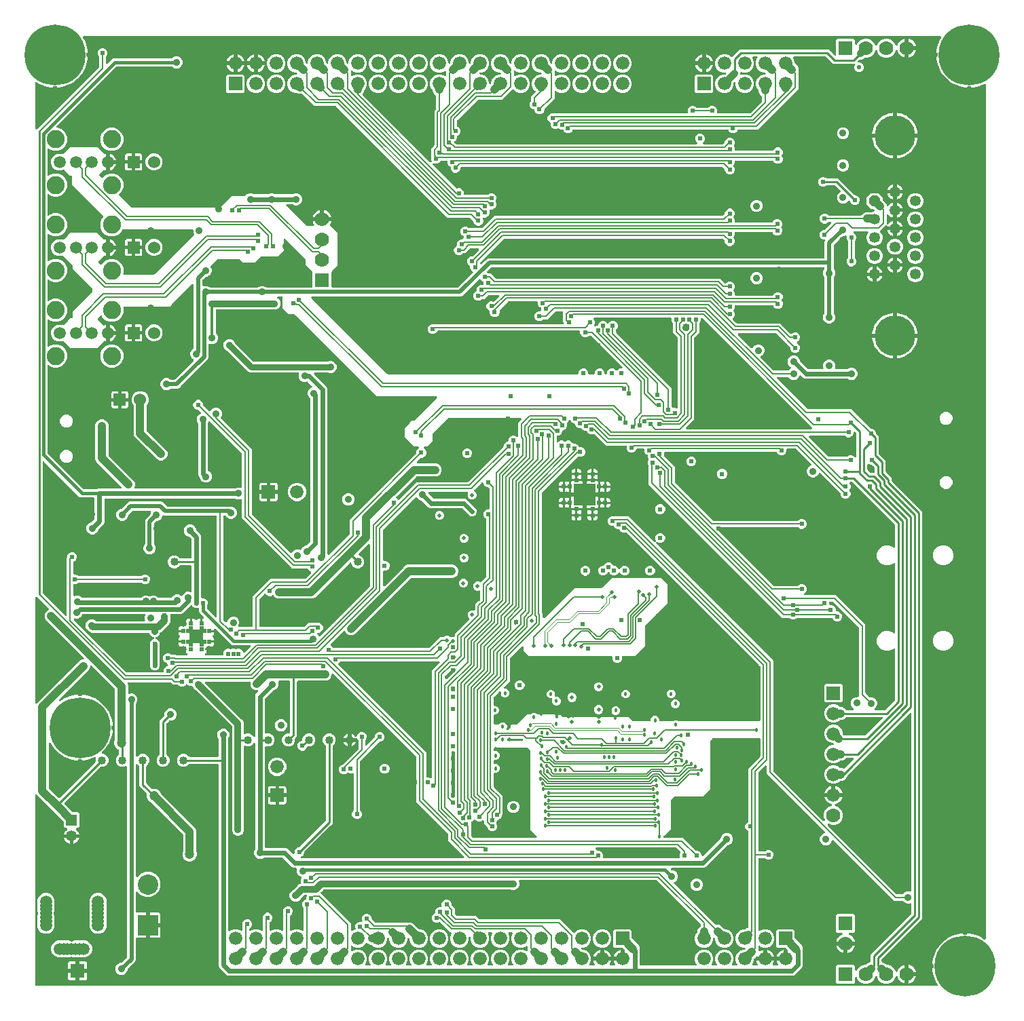
<source format=gbl>
G04 EAGLE Gerber RS-274X export*
G75*
%MOMM*%
%FSLAX34Y34*%
%LPD*%
%INBottom Copper*%
%IPPOS*%
%AMOC8*
5,1,8,0,0,1.08239X$1,22.5*%
G01*
%ADD10C,1.500000*%
%ADD11R,1.778000X1.778000*%
%ADD12R,1.676400X1.676400*%
%ADD13C,1.676400*%
%ADD14R,1.350000X1.350000*%
%ADD15C,1.350000*%
%ADD16C,2.540000*%
%ADD17R,2.540000X2.540000*%
%ADD18R,0.604800X0.604800*%
%ADD19R,2.700000X2.700000*%
%ADD20R,1.524000X1.524000*%
%ADD21C,1.524000*%
%ADD22C,2.250000*%
%ADD23C,1.778000*%
%ADD24R,1.800000X1.800000*%
%ADD25P,1.461226X8X112.500000*%
%ADD26C,5.080000*%
%ADD27C,7.600000*%
%ADD28C,1.200000*%
%ADD29C,1.016000*%
%ADD30C,0.603200*%
%ADD31C,0.457200*%
%ADD32C,0.503200*%
%ADD33C,0.900000*%
%ADD34C,0.609600*%
%ADD35C,0.254000*%
%ADD36C,0.553200*%
%ADD37C,0.508000*%
%ADD38C,1.016000*%
%ADD39C,0.812800*%
%ADD40C,0.152400*%
%ADD41C,0.127000*%
%ADD42C,0.114200*%
%ADD43C,0.203200*%
%ADD44C,0.381000*%
%ADD45C,0.406400*%
%ADD46C,0.355600*%
%ADD47C,0.762000*%

G36*
X1128319Y4322D02*
X1128319Y4322D01*
X1128348Y4320D01*
X1128477Y4342D01*
X1128606Y4359D01*
X1128633Y4369D01*
X1128661Y4374D01*
X1128781Y4428D01*
X1128902Y4476D01*
X1128925Y4492D01*
X1128951Y4504D01*
X1129054Y4586D01*
X1129159Y4662D01*
X1129177Y4685D01*
X1129200Y4702D01*
X1129278Y4807D01*
X1129362Y4907D01*
X1129374Y4934D01*
X1129391Y4956D01*
X1129442Y5077D01*
X1129497Y5195D01*
X1129503Y5223D01*
X1129514Y5250D01*
X1129533Y5379D01*
X1129557Y5507D01*
X1129555Y5536D01*
X1129560Y5565D01*
X1129546Y5695D01*
X1129537Y5825D01*
X1129529Y5852D01*
X1129526Y5881D01*
X1129480Y6003D01*
X1129439Y6127D01*
X1129424Y6152D01*
X1129414Y6179D01*
X1129330Y6316D01*
X1129087Y6663D01*
X1127295Y9768D01*
X1125780Y13016D01*
X1124554Y16385D01*
X1123626Y19847D01*
X1123004Y23377D01*
X1122757Y26201D01*
X1123422Y26201D01*
X1123540Y26216D01*
X1123659Y26223D01*
X1123697Y26236D01*
X1123738Y26241D01*
X1123848Y26284D01*
X1123961Y26321D01*
X1123996Y26343D01*
X1124033Y26358D01*
X1124129Y26428D01*
X1124230Y26491D01*
X1124258Y26521D01*
X1124291Y26544D01*
X1124367Y26636D01*
X1124448Y26723D01*
X1124468Y26758D01*
X1124493Y26789D01*
X1124544Y26897D01*
X1124602Y27001D01*
X1124612Y27041D01*
X1124629Y27077D01*
X1124651Y27194D01*
X1124681Y27309D01*
X1124685Y27370D01*
X1124689Y27390D01*
X1124687Y27410D01*
X1124691Y27470D01*
X1124691Y30010D01*
X1124676Y30128D01*
X1124669Y30247D01*
X1124656Y30285D01*
X1124651Y30325D01*
X1124608Y30436D01*
X1124571Y30549D01*
X1124549Y30584D01*
X1124534Y30621D01*
X1124465Y30717D01*
X1124401Y30818D01*
X1124371Y30846D01*
X1124348Y30879D01*
X1124256Y30954D01*
X1124169Y31036D01*
X1124134Y31056D01*
X1124103Y31081D01*
X1123995Y31132D01*
X1123891Y31190D01*
X1123851Y31200D01*
X1123815Y31217D01*
X1123698Y31239D01*
X1123583Y31269D01*
X1123523Y31273D01*
X1123503Y31277D01*
X1123482Y31275D01*
X1123422Y31279D01*
X1122757Y31279D01*
X1123004Y34103D01*
X1123626Y37633D01*
X1124554Y41095D01*
X1125780Y44464D01*
X1127295Y47712D01*
X1129087Y50817D01*
X1131143Y53753D01*
X1133447Y56498D01*
X1135982Y59033D01*
X1138727Y61337D01*
X1141663Y63393D01*
X1144768Y65185D01*
X1148016Y66700D01*
X1151385Y67926D01*
X1154847Y68854D01*
X1158377Y69476D01*
X1161201Y69723D01*
X1161201Y69058D01*
X1161216Y68940D01*
X1161223Y68821D01*
X1161236Y68783D01*
X1161241Y68742D01*
X1161284Y68632D01*
X1161321Y68519D01*
X1161343Y68484D01*
X1161358Y68447D01*
X1161428Y68351D01*
X1161491Y68250D01*
X1161521Y68222D01*
X1161544Y68189D01*
X1161636Y68113D01*
X1161723Y68032D01*
X1161758Y68012D01*
X1161789Y67987D01*
X1161897Y67936D01*
X1162001Y67878D01*
X1162041Y67868D01*
X1162077Y67851D01*
X1162194Y67829D01*
X1162309Y67799D01*
X1162370Y67795D01*
X1162390Y67791D01*
X1162410Y67793D01*
X1162470Y67789D01*
X1165010Y67789D01*
X1165128Y67804D01*
X1165247Y67811D01*
X1165285Y67824D01*
X1165325Y67829D01*
X1165436Y67872D01*
X1165549Y67909D01*
X1165584Y67931D01*
X1165621Y67946D01*
X1165717Y68015D01*
X1165818Y68079D01*
X1165846Y68109D01*
X1165879Y68132D01*
X1165954Y68224D01*
X1166036Y68311D01*
X1166056Y68346D01*
X1166081Y68377D01*
X1166132Y68485D01*
X1166190Y68589D01*
X1166200Y68629D01*
X1166217Y68665D01*
X1166239Y68782D01*
X1166269Y68897D01*
X1166273Y68957D01*
X1166277Y68977D01*
X1166275Y68998D01*
X1166279Y69058D01*
X1166279Y69723D01*
X1169103Y69476D01*
X1172633Y68854D01*
X1176095Y67926D01*
X1179464Y66700D01*
X1182712Y65185D01*
X1185816Y63393D01*
X1187484Y62226D01*
X1187509Y62212D01*
X1187531Y62194D01*
X1187650Y62138D01*
X1187765Y62077D01*
X1187793Y62071D01*
X1187819Y62058D01*
X1187948Y62034D01*
X1188075Y62003D01*
X1188103Y62004D01*
X1188132Y61999D01*
X1188262Y62007D01*
X1188393Y62009D01*
X1188420Y62017D01*
X1188449Y62018D01*
X1188573Y62058D01*
X1188699Y62093D01*
X1188724Y62107D01*
X1188751Y62116D01*
X1188862Y62186D01*
X1188975Y62251D01*
X1188996Y62271D01*
X1189020Y62286D01*
X1189110Y62382D01*
X1189203Y62473D01*
X1189218Y62497D01*
X1189238Y62518D01*
X1189301Y62633D01*
X1189369Y62744D01*
X1189378Y62771D01*
X1189392Y62797D01*
X1189424Y62923D01*
X1189463Y63048D01*
X1189464Y63077D01*
X1189471Y63105D01*
X1189481Y63265D01*
X1189481Y1128681D01*
X1189472Y1128757D01*
X1189472Y1128835D01*
X1189452Y1128914D01*
X1189441Y1128996D01*
X1189413Y1129068D01*
X1189394Y1129143D01*
X1189355Y1129215D01*
X1189324Y1129292D01*
X1189279Y1129354D01*
X1189242Y1129422D01*
X1189186Y1129483D01*
X1189138Y1129549D01*
X1189078Y1129598D01*
X1189025Y1129655D01*
X1188956Y1129699D01*
X1188893Y1129752D01*
X1188823Y1129785D01*
X1188758Y1129827D01*
X1188679Y1129852D01*
X1188605Y1129888D01*
X1188529Y1129902D01*
X1188456Y1129926D01*
X1188373Y1129932D01*
X1188293Y1129947D01*
X1188215Y1129942D01*
X1188138Y1129948D01*
X1188057Y1129933D01*
X1187975Y1129928D01*
X1187902Y1129904D01*
X1187826Y1129890D01*
X1187676Y1129831D01*
X1184564Y1128380D01*
X1181195Y1127154D01*
X1177733Y1126226D01*
X1174203Y1125604D01*
X1171379Y1125357D01*
X1171379Y1126022D01*
X1171364Y1126140D01*
X1171357Y1126259D01*
X1171344Y1126297D01*
X1171339Y1126338D01*
X1171296Y1126448D01*
X1171259Y1126561D01*
X1171237Y1126596D01*
X1171222Y1126633D01*
X1171152Y1126729D01*
X1171089Y1126830D01*
X1171059Y1126858D01*
X1171035Y1126891D01*
X1170944Y1126967D01*
X1170857Y1127048D01*
X1170822Y1127068D01*
X1170791Y1127093D01*
X1170683Y1127144D01*
X1170579Y1127202D01*
X1170539Y1127212D01*
X1170503Y1127229D01*
X1170386Y1127251D01*
X1170271Y1127281D01*
X1170210Y1127285D01*
X1170190Y1127289D01*
X1170170Y1127287D01*
X1170110Y1127291D01*
X1167570Y1127291D01*
X1167452Y1127276D01*
X1167333Y1127269D01*
X1167295Y1127256D01*
X1167254Y1127251D01*
X1167144Y1127208D01*
X1167031Y1127171D01*
X1166996Y1127149D01*
X1166959Y1127134D01*
X1166863Y1127065D01*
X1166762Y1127001D01*
X1166734Y1126971D01*
X1166701Y1126948D01*
X1166626Y1126856D01*
X1166544Y1126769D01*
X1166524Y1126734D01*
X1166499Y1126703D01*
X1166448Y1126595D01*
X1166390Y1126491D01*
X1166380Y1126451D01*
X1166363Y1126415D01*
X1166341Y1126298D01*
X1166311Y1126183D01*
X1166307Y1126123D01*
X1166303Y1126103D01*
X1166305Y1126082D01*
X1166301Y1126022D01*
X1166301Y1125357D01*
X1163477Y1125604D01*
X1159947Y1126226D01*
X1156485Y1127154D01*
X1153116Y1128380D01*
X1149868Y1129895D01*
X1146763Y1131687D01*
X1143827Y1133743D01*
X1141082Y1136047D01*
X1138547Y1138582D01*
X1136243Y1141327D01*
X1134187Y1144263D01*
X1132395Y1147368D01*
X1130880Y1150616D01*
X1129654Y1153985D01*
X1128726Y1157447D01*
X1128104Y1160977D01*
X1127857Y1163801D01*
X1128522Y1163801D01*
X1128640Y1163816D01*
X1128759Y1163823D01*
X1128797Y1163836D01*
X1128838Y1163841D01*
X1128948Y1163884D01*
X1129061Y1163921D01*
X1129096Y1163943D01*
X1129133Y1163958D01*
X1129229Y1164028D01*
X1129330Y1164091D01*
X1129358Y1164121D01*
X1129391Y1164144D01*
X1129467Y1164236D01*
X1129548Y1164323D01*
X1129568Y1164358D01*
X1129593Y1164389D01*
X1129644Y1164497D01*
X1129702Y1164601D01*
X1129712Y1164641D01*
X1129729Y1164677D01*
X1129751Y1164794D01*
X1129781Y1164909D01*
X1129785Y1164970D01*
X1129789Y1164990D01*
X1129787Y1165010D01*
X1129791Y1165070D01*
X1129791Y1167610D01*
X1129776Y1167728D01*
X1129769Y1167847D01*
X1129756Y1167885D01*
X1129751Y1167925D01*
X1129708Y1168036D01*
X1129671Y1168149D01*
X1129649Y1168184D01*
X1129634Y1168221D01*
X1129565Y1168317D01*
X1129501Y1168418D01*
X1129471Y1168446D01*
X1129448Y1168479D01*
X1129356Y1168554D01*
X1129269Y1168636D01*
X1129234Y1168656D01*
X1129203Y1168681D01*
X1129095Y1168732D01*
X1128991Y1168790D01*
X1128951Y1168800D01*
X1128915Y1168817D01*
X1128798Y1168839D01*
X1128683Y1168869D01*
X1128623Y1168873D01*
X1128603Y1168877D01*
X1128582Y1168875D01*
X1128522Y1168879D01*
X1127857Y1168879D01*
X1128104Y1171703D01*
X1128726Y1175233D01*
X1129654Y1178695D01*
X1130880Y1182064D01*
X1132395Y1185312D01*
X1133702Y1187577D01*
X1133754Y1187700D01*
X1133810Y1187819D01*
X1133815Y1187846D01*
X1133826Y1187871D01*
X1133845Y1188002D01*
X1133870Y1188132D01*
X1133868Y1188158D01*
X1133872Y1188185D01*
X1133858Y1188317D01*
X1133850Y1188449D01*
X1133842Y1188475D01*
X1133839Y1188501D01*
X1133793Y1188626D01*
X1133752Y1188751D01*
X1133738Y1188774D01*
X1133728Y1188800D01*
X1133653Y1188908D01*
X1133582Y1189020D01*
X1133562Y1189039D01*
X1133547Y1189061D01*
X1133447Y1189147D01*
X1133350Y1189238D01*
X1133327Y1189251D01*
X1133306Y1189269D01*
X1133188Y1189328D01*
X1133072Y1189392D01*
X1133046Y1189398D01*
X1133022Y1189410D01*
X1132892Y1189438D01*
X1132764Y1189471D01*
X1132726Y1189473D01*
X1132711Y1189477D01*
X1132689Y1189476D01*
X1132603Y1189481D01*
X64977Y1189481D01*
X64846Y1189465D01*
X64714Y1189454D01*
X64688Y1189445D01*
X64661Y1189441D01*
X64538Y1189393D01*
X64413Y1189349D01*
X64391Y1189334D01*
X64366Y1189324D01*
X64259Y1189247D01*
X64148Y1189173D01*
X64130Y1189153D01*
X64108Y1189138D01*
X64024Y1189035D01*
X63935Y1188937D01*
X63923Y1188913D01*
X63905Y1188893D01*
X63849Y1188773D01*
X63788Y1188656D01*
X63781Y1188629D01*
X63770Y1188605D01*
X63745Y1188475D01*
X63715Y1188346D01*
X63715Y1188319D01*
X63710Y1188293D01*
X63718Y1188160D01*
X63721Y1188028D01*
X63728Y1188002D01*
X63730Y1187975D01*
X63771Y1187849D01*
X63806Y1187722D01*
X63823Y1187687D01*
X63828Y1187673D01*
X63839Y1187654D01*
X63878Y1187577D01*
X65185Y1185312D01*
X66700Y1182064D01*
X67926Y1178695D01*
X68854Y1175233D01*
X69476Y1171703D01*
X69723Y1168879D01*
X69058Y1168879D01*
X68940Y1168864D01*
X68821Y1168857D01*
X68783Y1168844D01*
X68742Y1168839D01*
X68632Y1168796D01*
X68519Y1168759D01*
X68484Y1168737D01*
X68447Y1168722D01*
X68351Y1168652D01*
X68250Y1168589D01*
X68222Y1168559D01*
X68189Y1168535D01*
X68113Y1168444D01*
X68032Y1168357D01*
X68012Y1168322D01*
X67987Y1168291D01*
X67936Y1168183D01*
X67878Y1168079D01*
X67868Y1168039D01*
X67851Y1168003D01*
X67829Y1167886D01*
X67799Y1167771D01*
X67795Y1167710D01*
X67791Y1167690D01*
X67793Y1167670D01*
X67789Y1167610D01*
X67789Y1165070D01*
X67804Y1164952D01*
X67811Y1164833D01*
X67824Y1164795D01*
X67829Y1164754D01*
X67872Y1164644D01*
X67909Y1164531D01*
X67931Y1164496D01*
X67946Y1164459D01*
X68015Y1164363D01*
X68079Y1164262D01*
X68109Y1164234D01*
X68132Y1164201D01*
X68224Y1164126D01*
X68311Y1164044D01*
X68346Y1164024D01*
X68377Y1163999D01*
X68485Y1163948D01*
X68589Y1163890D01*
X68629Y1163880D01*
X68665Y1163863D01*
X68782Y1163841D01*
X68897Y1163811D01*
X68957Y1163807D01*
X68977Y1163803D01*
X68998Y1163805D01*
X69058Y1163801D01*
X69723Y1163801D01*
X69476Y1160977D01*
X68854Y1157447D01*
X67926Y1153985D01*
X66700Y1150616D01*
X65185Y1147368D01*
X63393Y1144263D01*
X61337Y1141327D01*
X59033Y1138582D01*
X56498Y1136047D01*
X53753Y1133743D01*
X50817Y1131687D01*
X47712Y1129895D01*
X44464Y1128380D01*
X41095Y1127154D01*
X37633Y1126226D01*
X34103Y1125604D01*
X31279Y1125357D01*
X31279Y1126022D01*
X31264Y1126140D01*
X31257Y1126259D01*
X31244Y1126297D01*
X31239Y1126338D01*
X31196Y1126448D01*
X31159Y1126561D01*
X31137Y1126596D01*
X31122Y1126633D01*
X31052Y1126729D01*
X30989Y1126830D01*
X30959Y1126858D01*
X30935Y1126891D01*
X30844Y1126967D01*
X30757Y1127048D01*
X30722Y1127068D01*
X30691Y1127093D01*
X30583Y1127144D01*
X30479Y1127202D01*
X30439Y1127212D01*
X30403Y1127229D01*
X30286Y1127251D01*
X30171Y1127281D01*
X30110Y1127285D01*
X30090Y1127289D01*
X30070Y1127287D01*
X30010Y1127291D01*
X27470Y1127291D01*
X27352Y1127276D01*
X27233Y1127269D01*
X27195Y1127256D01*
X27154Y1127251D01*
X27044Y1127208D01*
X26931Y1127171D01*
X26896Y1127149D01*
X26859Y1127134D01*
X26763Y1127065D01*
X26662Y1127001D01*
X26634Y1126971D01*
X26601Y1126948D01*
X26526Y1126856D01*
X26444Y1126769D01*
X26424Y1126734D01*
X26399Y1126703D01*
X26348Y1126595D01*
X26290Y1126491D01*
X26280Y1126451D01*
X26263Y1126415D01*
X26241Y1126298D01*
X26211Y1126183D01*
X26207Y1126123D01*
X26203Y1126103D01*
X26205Y1126082D01*
X26201Y1126022D01*
X26201Y1125357D01*
X23377Y1125604D01*
X19847Y1126226D01*
X16385Y1127154D01*
X13016Y1128380D01*
X9768Y1129895D01*
X6663Y1131687D01*
X6316Y1131930D01*
X6291Y1131944D01*
X6269Y1131962D01*
X6150Y1132018D01*
X6035Y1132079D01*
X6007Y1132085D01*
X5981Y1132097D01*
X5853Y1132122D01*
X5725Y1132152D01*
X5697Y1132152D01*
X5668Y1132157D01*
X5538Y1132149D01*
X5407Y1132147D01*
X5380Y1132139D01*
X5351Y1132137D01*
X5227Y1132097D01*
X5101Y1132062D01*
X5076Y1132048D01*
X5049Y1132039D01*
X4938Y1131970D01*
X4825Y1131905D01*
X4804Y1131885D01*
X4780Y1131869D01*
X4690Y1131774D01*
X4597Y1131683D01*
X4582Y1131659D01*
X4562Y1131638D01*
X4499Y1131523D01*
X4431Y1131412D01*
X4422Y1131384D01*
X4408Y1131359D01*
X4376Y1131233D01*
X4337Y1131108D01*
X4336Y1131079D01*
X4329Y1131051D01*
X4319Y1130890D01*
X4319Y1074449D01*
X4336Y1074311D01*
X4349Y1074172D01*
X4356Y1074153D01*
X4359Y1074133D01*
X4410Y1074004D01*
X4457Y1073873D01*
X4468Y1073856D01*
X4476Y1073837D01*
X4557Y1073725D01*
X4635Y1073610D01*
X4651Y1073596D01*
X4662Y1073580D01*
X4770Y1073491D01*
X4874Y1073399D01*
X4892Y1073390D01*
X4907Y1073377D01*
X5033Y1073318D01*
X5157Y1073255D01*
X5177Y1073250D01*
X5195Y1073242D01*
X5332Y1073216D01*
X5467Y1073185D01*
X5488Y1073186D01*
X5507Y1073182D01*
X5646Y1073191D01*
X5785Y1073195D01*
X5805Y1073200D01*
X5825Y1073202D01*
X5957Y1073244D01*
X6091Y1073283D01*
X6108Y1073293D01*
X6127Y1073300D01*
X6245Y1073374D01*
X6365Y1073445D01*
X6386Y1073463D01*
X6396Y1073470D01*
X6410Y1073485D01*
X6485Y1073551D01*
X7370Y1074436D01*
X7386Y1074436D01*
X7444Y1074453D01*
X7504Y1074461D01*
X7596Y1074497D01*
X7691Y1074525D01*
X7743Y1074555D01*
X7800Y1074578D01*
X7880Y1074636D01*
X7965Y1074686D01*
X8041Y1074752D01*
X8057Y1074764D01*
X8065Y1074774D01*
X8086Y1074792D01*
X83702Y1150408D01*
X83762Y1150486D01*
X83830Y1150558D01*
X83859Y1150611D01*
X83896Y1150659D01*
X83936Y1150750D01*
X83984Y1150837D01*
X83999Y1150895D01*
X84023Y1150951D01*
X84038Y1151049D01*
X84063Y1151145D01*
X84069Y1151245D01*
X84073Y1151265D01*
X84071Y1151277D01*
X84073Y1151305D01*
X84073Y1163362D01*
X84061Y1163460D01*
X84058Y1163559D01*
X84041Y1163618D01*
X84033Y1163678D01*
X83997Y1163770D01*
X83969Y1163865D01*
X83939Y1163917D01*
X83916Y1163973D01*
X83858Y1164053D01*
X83808Y1164139D01*
X83742Y1164214D01*
X83730Y1164231D01*
X83720Y1164238D01*
X83702Y1164260D01*
X82997Y1164965D01*
X82073Y1167194D01*
X82073Y1169606D01*
X82997Y1171835D01*
X84703Y1173541D01*
X86932Y1174465D01*
X89344Y1174465D01*
X91573Y1173541D01*
X93279Y1171835D01*
X94203Y1169606D01*
X94203Y1167194D01*
X93279Y1164965D01*
X92574Y1164260D01*
X92514Y1164181D01*
X92446Y1164109D01*
X92417Y1164056D01*
X92380Y1164008D01*
X92340Y1163917D01*
X92292Y1163831D01*
X92277Y1163772D01*
X92253Y1163717D01*
X92238Y1163619D01*
X92213Y1163523D01*
X92207Y1163423D01*
X92203Y1163402D01*
X92205Y1163390D01*
X92203Y1163362D01*
X92203Y1156044D01*
X92220Y1155907D01*
X92233Y1155768D01*
X92240Y1155749D01*
X92243Y1155729D01*
X92294Y1155600D01*
X92341Y1155469D01*
X92352Y1155452D01*
X92360Y1155433D01*
X92441Y1155321D01*
X92519Y1155205D01*
X92535Y1155192D01*
X92546Y1155176D01*
X92654Y1155087D01*
X92758Y1154995D01*
X92776Y1154986D01*
X92791Y1154973D01*
X92917Y1154914D01*
X93041Y1154850D01*
X93061Y1154846D01*
X93079Y1154837D01*
X93215Y1154811D01*
X93351Y1154781D01*
X93372Y1154781D01*
X93391Y1154778D01*
X93530Y1154786D01*
X93669Y1154790D01*
X93689Y1154796D01*
X93709Y1154797D01*
X93841Y1154840D01*
X93975Y1154879D01*
X93992Y1154889D01*
X94011Y1154895D01*
X94129Y1154970D01*
X94249Y1155040D01*
X94270Y1155059D01*
X94280Y1155065D01*
X94294Y1155080D01*
X94369Y1155147D01*
X98638Y1159415D01*
X98638Y1159416D01*
X100246Y1161023D01*
X102113Y1161797D01*
X174219Y1161797D01*
X174318Y1161809D01*
X174417Y1161812D01*
X174475Y1161829D01*
X174535Y1161837D01*
X174627Y1161873D01*
X174722Y1161901D01*
X174774Y1161931D01*
X174831Y1161954D01*
X174911Y1162012D01*
X174996Y1162062D01*
X175072Y1162128D01*
X175088Y1162140D01*
X175096Y1162150D01*
X175117Y1162168D01*
X176064Y1163116D01*
X178838Y1164265D01*
X181842Y1164265D01*
X184616Y1163116D01*
X186740Y1160992D01*
X187889Y1158218D01*
X187889Y1155214D01*
X186740Y1152440D01*
X184616Y1150316D01*
X181842Y1149167D01*
X178838Y1149167D01*
X176064Y1150316D01*
X175117Y1151264D01*
X175039Y1151324D01*
X174967Y1151392D01*
X174914Y1151421D01*
X174866Y1151458D01*
X174775Y1151498D01*
X174688Y1151546D01*
X174630Y1151561D01*
X174574Y1151585D01*
X174476Y1151600D01*
X174380Y1151625D01*
X174280Y1151631D01*
X174260Y1151635D01*
X174247Y1151633D01*
X174219Y1151635D01*
X105754Y1151635D01*
X105656Y1151623D01*
X105557Y1151620D01*
X105499Y1151603D01*
X105439Y1151595D01*
X105347Y1151559D01*
X105252Y1151531D01*
X105199Y1151501D01*
X105143Y1151478D01*
X105063Y1151420D01*
X104978Y1151370D01*
X104902Y1151304D01*
X104886Y1151292D01*
X104878Y1151282D01*
X104857Y1151264D01*
X30859Y1077265D01*
X30773Y1077156D01*
X30685Y1077049D01*
X30676Y1077030D01*
X30664Y1077014D01*
X30608Y1076886D01*
X30549Y1076761D01*
X30546Y1076741D01*
X30537Y1076722D01*
X30516Y1076584D01*
X30490Y1076448D01*
X30491Y1076428D01*
X30488Y1076408D01*
X30501Y1076269D01*
X30509Y1076131D01*
X30515Y1076112D01*
X30517Y1076092D01*
X30565Y1075960D01*
X30607Y1075829D01*
X30618Y1075811D01*
X30625Y1075792D01*
X30703Y1075677D01*
X30777Y1075560D01*
X30792Y1075546D01*
X30804Y1075529D01*
X30908Y1075437D01*
X31009Y1075342D01*
X31027Y1075332D01*
X31042Y1075319D01*
X31166Y1075255D01*
X31288Y1075188D01*
X31307Y1075183D01*
X31325Y1075174D01*
X31461Y1075144D01*
X31596Y1075109D01*
X31624Y1075107D01*
X31636Y1075104D01*
X31656Y1075105D01*
X31756Y1075099D01*
X32634Y1075099D01*
X37890Y1072922D01*
X41912Y1068900D01*
X44089Y1063644D01*
X44089Y1057956D01*
X41912Y1052700D01*
X37890Y1048678D01*
X32634Y1046501D01*
X26946Y1046501D01*
X21690Y1048678D01*
X21472Y1048897D01*
X21362Y1048982D01*
X21255Y1049071D01*
X21236Y1049080D01*
X21220Y1049092D01*
X21093Y1049147D01*
X20967Y1049207D01*
X20947Y1049210D01*
X20928Y1049218D01*
X20791Y1049240D01*
X20654Y1049266D01*
X20634Y1049265D01*
X20614Y1049268D01*
X20475Y1049255D01*
X20337Y1049247D01*
X20318Y1049240D01*
X20298Y1049238D01*
X20166Y1049191D01*
X20035Y1049149D01*
X20018Y1049138D01*
X19998Y1049131D01*
X19883Y1049053D01*
X19766Y1048978D01*
X19752Y1048964D01*
X19735Y1048952D01*
X19643Y1048848D01*
X19548Y1048747D01*
X19538Y1048729D01*
X19525Y1048714D01*
X19461Y1048590D01*
X19394Y1048468D01*
X19389Y1048449D01*
X19380Y1048431D01*
X19350Y1048295D01*
X19315Y1048160D01*
X19313Y1048132D01*
X19310Y1048120D01*
X19311Y1048100D01*
X19305Y1048000D01*
X19305Y1016600D01*
X19322Y1016462D01*
X19335Y1016324D01*
X19342Y1016305D01*
X19345Y1016285D01*
X19396Y1016156D01*
X19443Y1016025D01*
X19454Y1016008D01*
X19462Y1015989D01*
X19543Y1015877D01*
X19621Y1015762D01*
X19637Y1015748D01*
X19648Y1015732D01*
X19755Y1015643D01*
X19860Y1015551D01*
X19878Y1015542D01*
X19893Y1015529D01*
X20019Y1015470D01*
X20143Y1015407D01*
X20163Y1015402D01*
X20181Y1015393D01*
X20317Y1015367D01*
X20453Y1015337D01*
X20474Y1015338D01*
X20493Y1015334D01*
X20632Y1015342D01*
X20771Y1015347D01*
X20791Y1015352D01*
X20811Y1015353D01*
X20943Y1015396D01*
X21077Y1015435D01*
X21094Y1015445D01*
X21113Y1015451D01*
X21231Y1015526D01*
X21351Y1015597D01*
X21372Y1015615D01*
X21382Y1015622D01*
X21396Y1015637D01*
X21472Y1015703D01*
X21690Y1015922D01*
X26946Y1018099D01*
X32634Y1018099D01*
X37890Y1015922D01*
X41912Y1011900D01*
X44089Y1006644D01*
X44089Y1000956D01*
X41912Y995700D01*
X37890Y991678D01*
X32634Y989501D01*
X26946Y989501D01*
X21690Y991678D01*
X21472Y991897D01*
X21362Y991982D01*
X21255Y992071D01*
X21236Y992080D01*
X21220Y992092D01*
X21093Y992147D01*
X20967Y992207D01*
X20947Y992210D01*
X20928Y992218D01*
X20791Y992240D01*
X20654Y992266D01*
X20634Y992265D01*
X20614Y992268D01*
X20475Y992255D01*
X20337Y992247D01*
X20318Y992240D01*
X20298Y992238D01*
X20166Y992191D01*
X20035Y992149D01*
X20018Y992138D01*
X19998Y992131D01*
X19883Y992053D01*
X19766Y991978D01*
X19752Y991964D01*
X19735Y991952D01*
X19643Y991848D01*
X19548Y991747D01*
X19538Y991729D01*
X19525Y991714D01*
X19461Y991590D01*
X19394Y991468D01*
X19389Y991449D01*
X19380Y991431D01*
X19350Y991295D01*
X19315Y991160D01*
X19313Y991132D01*
X19310Y991120D01*
X19311Y991100D01*
X19305Y991000D01*
X19305Y966920D01*
X19322Y966782D01*
X19335Y966644D01*
X19342Y966625D01*
X19345Y966605D01*
X19396Y966476D01*
X19443Y966345D01*
X19454Y966328D01*
X19462Y966309D01*
X19543Y966197D01*
X19621Y966082D01*
X19637Y966068D01*
X19648Y966052D01*
X19755Y965963D01*
X19860Y965871D01*
X19878Y965862D01*
X19893Y965849D01*
X20019Y965790D01*
X20143Y965727D01*
X20163Y965722D01*
X20181Y965713D01*
X20317Y965687D01*
X20453Y965657D01*
X20474Y965658D01*
X20493Y965654D01*
X20632Y965662D01*
X20771Y965667D01*
X20791Y965672D01*
X20811Y965673D01*
X20943Y965716D01*
X21077Y965755D01*
X21094Y965765D01*
X21113Y965771D01*
X21231Y965846D01*
X21351Y965917D01*
X21372Y965935D01*
X21382Y965942D01*
X21396Y965957D01*
X21472Y966023D01*
X21690Y966242D01*
X26946Y968419D01*
X32634Y968419D01*
X37890Y966242D01*
X41912Y962220D01*
X44089Y956964D01*
X44089Y951276D01*
X41912Y946020D01*
X37890Y941998D01*
X32634Y939821D01*
X26946Y939821D01*
X21690Y941998D01*
X21472Y942217D01*
X21362Y942302D01*
X21255Y942391D01*
X21236Y942400D01*
X21220Y942412D01*
X21093Y942467D01*
X20967Y942527D01*
X20947Y942530D01*
X20928Y942538D01*
X20791Y942560D01*
X20654Y942586D01*
X20634Y942585D01*
X20614Y942588D01*
X20475Y942575D01*
X20337Y942567D01*
X20318Y942560D01*
X20298Y942558D01*
X20166Y942511D01*
X20035Y942469D01*
X20018Y942458D01*
X19998Y942451D01*
X19883Y942373D01*
X19766Y942298D01*
X19752Y942284D01*
X19735Y942272D01*
X19643Y942168D01*
X19548Y942067D01*
X19538Y942049D01*
X19525Y942034D01*
X19461Y941910D01*
X19394Y941788D01*
X19389Y941769D01*
X19380Y941751D01*
X19350Y941615D01*
X19315Y941480D01*
X19313Y941452D01*
X19310Y941440D01*
X19311Y941420D01*
X19305Y941320D01*
X19305Y909920D01*
X19322Y909782D01*
X19335Y909644D01*
X19342Y909625D01*
X19345Y909605D01*
X19396Y909476D01*
X19443Y909345D01*
X19454Y909328D01*
X19462Y909309D01*
X19543Y909197D01*
X19621Y909082D01*
X19637Y909068D01*
X19648Y909052D01*
X19755Y908963D01*
X19860Y908871D01*
X19878Y908862D01*
X19893Y908849D01*
X20019Y908790D01*
X20143Y908727D01*
X20163Y908722D01*
X20181Y908713D01*
X20317Y908687D01*
X20453Y908657D01*
X20474Y908658D01*
X20493Y908654D01*
X20632Y908662D01*
X20771Y908667D01*
X20791Y908672D01*
X20811Y908673D01*
X20943Y908716D01*
X21077Y908755D01*
X21094Y908765D01*
X21113Y908771D01*
X21231Y908846D01*
X21351Y908917D01*
X21372Y908935D01*
X21382Y908942D01*
X21396Y908957D01*
X21472Y909023D01*
X21690Y909242D01*
X26946Y911419D01*
X32634Y911419D01*
X37890Y909242D01*
X41912Y905220D01*
X44089Y899964D01*
X44089Y894276D01*
X41912Y889020D01*
X37890Y884998D01*
X32634Y882821D01*
X26946Y882821D01*
X21690Y884998D01*
X21472Y885217D01*
X21362Y885302D01*
X21255Y885391D01*
X21236Y885400D01*
X21220Y885412D01*
X21093Y885467D01*
X20967Y885527D01*
X20947Y885530D01*
X20928Y885538D01*
X20791Y885560D01*
X20654Y885586D01*
X20634Y885585D01*
X20614Y885588D01*
X20475Y885575D01*
X20337Y885567D01*
X20318Y885560D01*
X20298Y885558D01*
X20166Y885511D01*
X20035Y885469D01*
X20018Y885458D01*
X19998Y885451D01*
X19883Y885373D01*
X19766Y885298D01*
X19752Y885284D01*
X19735Y885272D01*
X19643Y885168D01*
X19548Y885067D01*
X19538Y885049D01*
X19525Y885034D01*
X19461Y884910D01*
X19394Y884788D01*
X19389Y884769D01*
X19380Y884751D01*
X19350Y884615D01*
X19315Y884480D01*
X19313Y884452D01*
X19310Y884440D01*
X19311Y884420D01*
X19305Y884320D01*
X19305Y860240D01*
X19322Y860102D01*
X19335Y859964D01*
X19342Y859945D01*
X19345Y859925D01*
X19396Y859796D01*
X19443Y859665D01*
X19454Y859648D01*
X19462Y859629D01*
X19543Y859517D01*
X19621Y859402D01*
X19637Y859388D01*
X19648Y859372D01*
X19755Y859283D01*
X19860Y859191D01*
X19878Y859182D01*
X19893Y859169D01*
X20019Y859110D01*
X20143Y859047D01*
X20163Y859042D01*
X20181Y859033D01*
X20317Y859007D01*
X20453Y858977D01*
X20474Y858978D01*
X20493Y858974D01*
X20632Y858982D01*
X20771Y858987D01*
X20791Y858992D01*
X20811Y858993D01*
X20943Y859036D01*
X21077Y859075D01*
X21094Y859085D01*
X21113Y859091D01*
X21231Y859166D01*
X21351Y859237D01*
X21372Y859255D01*
X21382Y859262D01*
X21396Y859277D01*
X21472Y859343D01*
X21690Y859562D01*
X26946Y861739D01*
X32634Y861739D01*
X37890Y859562D01*
X41912Y855540D01*
X44089Y850284D01*
X44089Y844596D01*
X41912Y839340D01*
X37890Y835318D01*
X32634Y833141D01*
X26946Y833141D01*
X21690Y835318D01*
X21472Y835537D01*
X21362Y835622D01*
X21255Y835711D01*
X21236Y835720D01*
X21220Y835732D01*
X21093Y835787D01*
X20967Y835847D01*
X20947Y835850D01*
X20928Y835858D01*
X20791Y835880D01*
X20654Y835906D01*
X20634Y835905D01*
X20614Y835908D01*
X20475Y835895D01*
X20337Y835887D01*
X20318Y835880D01*
X20298Y835878D01*
X20166Y835831D01*
X20035Y835789D01*
X20018Y835778D01*
X19998Y835771D01*
X19883Y835693D01*
X19766Y835618D01*
X19752Y835604D01*
X19735Y835592D01*
X19643Y835488D01*
X19548Y835387D01*
X19538Y835369D01*
X19525Y835354D01*
X19461Y835230D01*
X19394Y835108D01*
X19389Y835089D01*
X19380Y835071D01*
X19350Y834935D01*
X19315Y834800D01*
X19313Y834772D01*
X19310Y834760D01*
X19311Y834740D01*
X19305Y834640D01*
X19305Y803240D01*
X19322Y803102D01*
X19335Y802964D01*
X19342Y802945D01*
X19345Y802925D01*
X19396Y802796D01*
X19443Y802665D01*
X19454Y802648D01*
X19462Y802629D01*
X19543Y802517D01*
X19621Y802402D01*
X19637Y802388D01*
X19648Y802372D01*
X19755Y802283D01*
X19860Y802191D01*
X19878Y802182D01*
X19893Y802169D01*
X20019Y802110D01*
X20143Y802047D01*
X20163Y802042D01*
X20181Y802033D01*
X20317Y802007D01*
X20453Y801977D01*
X20474Y801978D01*
X20493Y801974D01*
X20632Y801982D01*
X20771Y801987D01*
X20791Y801992D01*
X20811Y801993D01*
X20943Y802036D01*
X21077Y802075D01*
X21094Y802085D01*
X21113Y802091D01*
X21231Y802166D01*
X21351Y802237D01*
X21372Y802255D01*
X21382Y802262D01*
X21396Y802277D01*
X21472Y802343D01*
X21690Y802562D01*
X26946Y804739D01*
X32634Y804739D01*
X37890Y802562D01*
X41912Y798540D01*
X44089Y793284D01*
X44089Y787596D01*
X41912Y782340D01*
X37890Y778318D01*
X32634Y776141D01*
X26946Y776141D01*
X21690Y778318D01*
X21472Y778537D01*
X21362Y778622D01*
X21255Y778711D01*
X21236Y778720D01*
X21220Y778732D01*
X21093Y778787D01*
X20967Y778847D01*
X20947Y778850D01*
X20928Y778858D01*
X20791Y778880D01*
X20654Y778906D01*
X20634Y778905D01*
X20614Y778908D01*
X20475Y778895D01*
X20337Y778887D01*
X20318Y778880D01*
X20298Y778878D01*
X20166Y778831D01*
X20035Y778789D01*
X20018Y778778D01*
X19998Y778771D01*
X19883Y778693D01*
X19766Y778618D01*
X19752Y778604D01*
X19735Y778592D01*
X19643Y778488D01*
X19548Y778387D01*
X19538Y778369D01*
X19525Y778354D01*
X19461Y778230D01*
X19394Y778108D01*
X19389Y778089D01*
X19380Y778071D01*
X19350Y777934D01*
X19315Y777800D01*
X19313Y777772D01*
X19310Y777760D01*
X19311Y777740D01*
X19305Y777640D01*
X19305Y669634D01*
X19317Y669536D01*
X19320Y669437D01*
X19337Y669379D01*
X19345Y669319D01*
X19381Y669227D01*
X19409Y669132D01*
X19439Y669079D01*
X19462Y669023D01*
X19520Y668943D01*
X19570Y668858D01*
X19636Y668782D01*
X19648Y668766D01*
X19658Y668758D01*
X19676Y668737D01*
X64217Y624196D01*
X64295Y624136D01*
X64367Y624068D01*
X64420Y624039D01*
X64468Y624002D01*
X64559Y623962D01*
X64646Y623914D01*
X64704Y623899D01*
X64760Y623875D01*
X64858Y623860D01*
X64954Y623835D01*
X65054Y623829D01*
X65074Y623825D01*
X65086Y623827D01*
X65114Y623825D01*
X80410Y623825D01*
X80419Y623826D01*
X80428Y623825D01*
X80577Y623846D01*
X80726Y623865D01*
X80734Y623868D01*
X80743Y623869D01*
X80896Y623921D01*
X83115Y624841D01*
X110915Y624841D01*
X111053Y624858D01*
X111192Y624871D01*
X111211Y624878D01*
X111231Y624881D01*
X111360Y624932D01*
X111491Y624979D01*
X111508Y624990D01*
X111526Y624998D01*
X111639Y625079D01*
X111754Y625157D01*
X111767Y625173D01*
X111784Y625184D01*
X111872Y625291D01*
X111965Y625396D01*
X111974Y625414D01*
X111987Y625429D01*
X112046Y625555D01*
X112109Y625679D01*
X112114Y625699D01*
X112122Y625717D01*
X112148Y625853D01*
X112179Y625989D01*
X112178Y626010D01*
X112182Y626029D01*
X112173Y626168D01*
X112169Y626307D01*
X112163Y626327D01*
X112162Y626347D01*
X112119Y626479D01*
X112081Y626613D01*
X112070Y626630D01*
X112064Y626649D01*
X111990Y626767D01*
X111919Y626887D01*
X111901Y626908D01*
X111894Y626918D01*
X111879Y626932D01*
X111813Y627007D01*
X82950Y655870D01*
X80485Y658335D01*
X79247Y661323D01*
X79247Y704689D01*
X80485Y707677D01*
X82771Y709963D01*
X85759Y711201D01*
X88993Y711201D01*
X91981Y709963D01*
X94267Y707677D01*
X95505Y704689D01*
X95505Y666833D01*
X95517Y666735D01*
X95520Y666636D01*
X95537Y666577D01*
X95545Y666517D01*
X95581Y666425D01*
X95609Y666330D01*
X95639Y666278D01*
X95662Y666222D01*
X95720Y666142D01*
X95770Y666056D01*
X95836Y665981D01*
X95848Y665964D01*
X95858Y665956D01*
X95876Y665935D01*
X127287Y634525D01*
X128525Y631537D01*
X128525Y628303D01*
X127818Y626596D01*
X127804Y626548D01*
X127783Y626503D01*
X127763Y626395D01*
X127734Y626289D01*
X127733Y626239D01*
X127723Y626190D01*
X127730Y626081D01*
X127729Y625971D01*
X127740Y625923D01*
X127743Y625873D01*
X127777Y625769D01*
X127803Y625662D01*
X127826Y625618D01*
X127841Y625571D01*
X127900Y625478D01*
X127951Y625381D01*
X127985Y625344D01*
X128011Y625302D01*
X128091Y625227D01*
X128165Y625145D01*
X128207Y625118D01*
X128243Y625084D01*
X128339Y625031D01*
X128431Y624971D01*
X128478Y624954D01*
X128522Y624930D01*
X128628Y624903D01*
X128732Y624867D01*
X128781Y624863D01*
X128829Y624851D01*
X128990Y624841D01*
X252451Y624841D01*
X252550Y624853D01*
X252649Y624856D01*
X252707Y624873D01*
X252767Y624881D01*
X252859Y624917D01*
X252954Y624945D01*
X253006Y624975D01*
X253063Y624998D01*
X253143Y625056D01*
X253228Y625106D01*
X253262Y625136D01*
X256054Y626293D01*
X259058Y626293D01*
X260372Y625748D01*
X260420Y625735D01*
X260465Y625714D01*
X260573Y625693D01*
X260679Y625664D01*
X260729Y625663D01*
X260778Y625654D01*
X260887Y625661D01*
X260997Y625659D01*
X261045Y625671D01*
X261095Y625674D01*
X261199Y625708D01*
X261306Y625733D01*
X261350Y625757D01*
X261397Y625772D01*
X261490Y625831D01*
X261587Y625882D01*
X261624Y625915D01*
X261666Y625942D01*
X261741Y626022D01*
X261823Y626096D01*
X261850Y626137D01*
X261884Y626174D01*
X261937Y626270D01*
X261997Y626362D01*
X262014Y626409D01*
X262038Y626452D01*
X262065Y626558D01*
X262101Y626662D01*
X262105Y626712D01*
X262117Y626760D01*
X262127Y626921D01*
X262127Y668351D01*
X262115Y668449D01*
X262112Y668548D01*
X262095Y668606D01*
X262087Y668666D01*
X262051Y668758D01*
X262023Y668853D01*
X261993Y668905D01*
X261970Y668962D01*
X261912Y669042D01*
X261862Y669127D01*
X261796Y669203D01*
X261784Y669219D01*
X261774Y669227D01*
X261756Y669248D01*
X222368Y708636D01*
X222329Y708666D01*
X222295Y708703D01*
X222204Y708763D01*
X222117Y708831D01*
X222071Y708850D01*
X222030Y708878D01*
X221926Y708913D01*
X221825Y708957D01*
X221776Y708965D01*
X221729Y708981D01*
X221620Y708989D01*
X221511Y709007D01*
X221461Y709002D01*
X221412Y709006D01*
X221304Y708987D01*
X221194Y708977D01*
X221147Y708960D01*
X221098Y708952D01*
X220998Y708906D01*
X220895Y708869D01*
X220854Y708841D01*
X220808Y708821D01*
X220723Y708752D01*
X220632Y708691D01*
X220599Y708654D01*
X220560Y708622D01*
X220494Y708535D01*
X220421Y708452D01*
X220399Y708408D01*
X220369Y708368D01*
X220298Y708224D01*
X219746Y706892D01*
X219700Y706843D01*
X219671Y706790D01*
X219634Y706742D01*
X219594Y706651D01*
X219546Y706564D01*
X219531Y706506D01*
X219507Y706450D01*
X219492Y706352D01*
X219467Y706256D01*
X219461Y706156D01*
X219457Y706136D01*
X219459Y706123D01*
X219457Y706095D01*
X219457Y647898D01*
X219460Y647868D01*
X219458Y647839D01*
X219480Y647711D01*
X219497Y647582D01*
X219507Y647555D01*
X219512Y647526D01*
X219566Y647407D01*
X219614Y647286D01*
X219631Y647262D01*
X219643Y647236D01*
X219724Y647134D01*
X219800Y647029D01*
X219823Y647010D01*
X219842Y646987D01*
X219945Y646909D01*
X220045Y646826D01*
X220072Y646814D01*
X220096Y646796D01*
X220240Y646725D01*
X221446Y646226D01*
X223570Y644102D01*
X224719Y641328D01*
X224719Y638324D01*
X223570Y635550D01*
X221446Y633426D01*
X218672Y632277D01*
X215668Y632277D01*
X212894Y633426D01*
X210770Y635550D01*
X209608Y638357D01*
X209606Y638424D01*
X209589Y638482D01*
X209581Y638542D01*
X209545Y638635D01*
X209517Y638730D01*
X209487Y638782D01*
X209464Y638838D01*
X209406Y638918D01*
X209356Y639004D01*
X209290Y639079D01*
X209278Y639095D01*
X209268Y639103D01*
X209250Y639124D01*
X208191Y640182D01*
X207263Y642423D01*
X207263Y706095D01*
X207251Y706194D01*
X207248Y706293D01*
X207231Y706351D01*
X207223Y706411D01*
X207187Y706503D01*
X207159Y706598D01*
X207129Y706650D01*
X207106Y706707D01*
X207048Y706787D01*
X206998Y706872D01*
X206968Y706906D01*
X205811Y709698D01*
X205811Y712702D01*
X206960Y715476D01*
X209084Y717599D01*
X210384Y718138D01*
X210427Y718162D01*
X210474Y718179D01*
X210565Y718241D01*
X210660Y718295D01*
X210696Y718330D01*
X210737Y718358D01*
X210810Y718440D01*
X210888Y718517D01*
X210914Y718559D01*
X210947Y718596D01*
X210997Y718694D01*
X211055Y718788D01*
X211069Y718835D01*
X211092Y718880D01*
X211116Y718987D01*
X211148Y719092D01*
X211151Y719141D01*
X211162Y719190D01*
X211158Y719300D01*
X211164Y719409D01*
X211153Y719458D01*
X211152Y719508D01*
X211121Y719613D01*
X211099Y719721D01*
X211077Y719766D01*
X211064Y719813D01*
X211008Y719908D01*
X210959Y720007D01*
X210927Y720044D01*
X210902Y720087D01*
X210796Y720208D01*
X207952Y723052D01*
X207874Y723112D01*
X207802Y723180D01*
X207749Y723209D01*
X207701Y723246D01*
X207610Y723286D01*
X207523Y723334D01*
X207465Y723349D01*
X207409Y723373D01*
X207311Y723388D01*
X207215Y723413D01*
X207115Y723419D01*
X207095Y723423D01*
X207083Y723421D01*
X207055Y723423D01*
X206058Y723423D01*
X203829Y724347D01*
X202123Y726053D01*
X201199Y728282D01*
X201199Y730694D01*
X202123Y732923D01*
X203829Y734629D01*
X206058Y735553D01*
X208470Y735553D01*
X210699Y734629D01*
X212405Y732923D01*
X213329Y730694D01*
X213329Y729697D01*
X213341Y729599D01*
X213344Y729500D01*
X213361Y729442D01*
X213369Y729382D01*
X213405Y729290D01*
X213433Y729195D01*
X213463Y729142D01*
X213486Y729086D01*
X213544Y729006D01*
X213594Y728921D01*
X213660Y728845D01*
X213672Y728829D01*
X213682Y728821D01*
X213700Y728800D01*
X220906Y721595D01*
X220945Y721564D01*
X220978Y721528D01*
X221070Y721467D01*
X221157Y721400D01*
X221202Y721380D01*
X221244Y721353D01*
X221348Y721317D01*
X221449Y721274D01*
X221498Y721266D01*
X221545Y721250D01*
X221654Y721241D01*
X221763Y721224D01*
X221812Y721228D01*
X221862Y721224D01*
X221970Y721243D01*
X222079Y721254D01*
X222126Y721270D01*
X222175Y721279D01*
X222275Y721324D01*
X222379Y721361D01*
X222420Y721389D01*
X222465Y721409D01*
X222551Y721478D01*
X222642Y721540D01*
X222675Y721577D01*
X222714Y721608D01*
X222780Y721696D01*
X222852Y721778D01*
X222875Y721822D01*
X222905Y721862D01*
X222976Y722007D01*
X223216Y722588D01*
X225340Y724712D01*
X228114Y725861D01*
X231118Y725861D01*
X233892Y724712D01*
X236016Y722588D01*
X237165Y719814D01*
X237165Y716810D01*
X236005Y714009D01*
X235986Y713985D01*
X235907Y713896D01*
X235888Y713860D01*
X235864Y713828D01*
X235816Y713719D01*
X235762Y713612D01*
X235753Y713573D01*
X235737Y713536D01*
X235718Y713418D01*
X235692Y713302D01*
X235694Y713262D01*
X235687Y713222D01*
X235698Y713103D01*
X235702Y712984D01*
X235713Y712945D01*
X235717Y712905D01*
X235757Y712793D01*
X235790Y712679D01*
X235811Y712644D01*
X235825Y712606D01*
X235892Y712507D01*
X235952Y712405D01*
X235992Y712360D01*
X236003Y712343D01*
X236019Y712329D01*
X236058Y712284D01*
X274321Y674022D01*
X274321Y593521D01*
X274333Y593423D01*
X274336Y593324D01*
X274353Y593266D01*
X274361Y593206D01*
X274397Y593114D01*
X274425Y593019D01*
X274455Y592967D01*
X274478Y592910D01*
X274536Y592830D01*
X274586Y592745D01*
X274652Y592669D01*
X274664Y592653D01*
X274674Y592645D01*
X274692Y592624D01*
X322506Y544811D01*
X322545Y544780D01*
X322578Y544744D01*
X322670Y544683D01*
X322757Y544616D01*
X322802Y544596D01*
X322844Y544569D01*
X322948Y544533D01*
X323049Y544490D01*
X323098Y544482D01*
X323145Y544466D01*
X323254Y544457D01*
X323363Y544440D01*
X323412Y544444D01*
X323462Y544440D01*
X323570Y544459D01*
X323679Y544470D01*
X323726Y544486D01*
X323775Y544495D01*
X323875Y544540D01*
X323979Y544577D01*
X324020Y544605D01*
X324065Y544625D01*
X324151Y544694D01*
X324242Y544756D01*
X324275Y544793D01*
X324314Y544824D01*
X324380Y544912D01*
X324452Y544994D01*
X324475Y545038D01*
X324505Y545078D01*
X324576Y545223D01*
X324816Y545804D01*
X326940Y547928D01*
X329714Y549077D01*
X332718Y549077D01*
X334314Y548415D01*
X334429Y548384D01*
X334542Y548345D01*
X334582Y548342D01*
X334621Y548331D01*
X334740Y548329D01*
X334859Y548320D01*
X334899Y548327D01*
X334939Y548326D01*
X335055Y548354D01*
X335172Y548374D01*
X335209Y548391D01*
X335248Y548400D01*
X335354Y548456D01*
X335462Y548505D01*
X335494Y548530D01*
X335530Y548549D01*
X335618Y548629D01*
X335711Y548704D01*
X335735Y548736D01*
X335765Y548763D01*
X335830Y548862D01*
X335902Y548958D01*
X335928Y549012D01*
X335940Y549029D01*
X335946Y549048D01*
X335973Y549102D01*
X336500Y550376D01*
X338624Y552500D01*
X341431Y553662D01*
X341498Y553664D01*
X341556Y553681D01*
X341616Y553689D01*
X341709Y553725D01*
X341804Y553753D01*
X341856Y553783D01*
X341912Y553806D01*
X341992Y553864D01*
X342078Y553914D01*
X342153Y553980D01*
X342169Y553992D01*
X342177Y554002D01*
X342198Y554020D01*
X347100Y558922D01*
X347160Y559000D01*
X347228Y559072D01*
X347257Y559125D01*
X347294Y559173D01*
X347334Y559264D01*
X347382Y559350D01*
X347397Y559409D01*
X347421Y559465D01*
X347436Y559563D01*
X347461Y559658D01*
X347467Y559758D01*
X347471Y559779D01*
X347469Y559791D01*
X347471Y559819D01*
X347471Y737083D01*
X347459Y737182D01*
X347456Y737281D01*
X347439Y737339D01*
X347431Y737399D01*
X347395Y737491D01*
X347367Y737586D01*
X347337Y737638D01*
X347314Y737695D01*
X347256Y737775D01*
X347206Y737860D01*
X347140Y737936D01*
X347128Y737952D01*
X347118Y737960D01*
X347100Y737981D01*
X345390Y739690D01*
X344241Y742464D01*
X344241Y745468D01*
X345390Y748242D01*
X347514Y750366D01*
X348937Y750955D01*
X348980Y750980D01*
X349027Y750996D01*
X349118Y751058D01*
X349213Y751112D01*
X349249Y751147D01*
X349290Y751175D01*
X349363Y751257D01*
X349442Y751334D01*
X349468Y751376D01*
X349501Y751413D01*
X349551Y751511D01*
X349608Y751605D01*
X349623Y751652D01*
X349645Y751697D01*
X349669Y751804D01*
X349702Y751909D01*
X349704Y751958D01*
X349715Y752007D01*
X349711Y752117D01*
X349717Y752226D01*
X349707Y752275D01*
X349705Y752325D01*
X349675Y752430D01*
X349652Y752538D01*
X349631Y752583D01*
X349617Y752630D01*
X349561Y752725D01*
X349513Y752824D01*
X349480Y752861D01*
X349455Y752904D01*
X349349Y753025D01*
X344233Y758141D01*
X344209Y758159D01*
X344190Y758182D01*
X344084Y758256D01*
X343981Y758336D01*
X343954Y758348D01*
X343930Y758365D01*
X343809Y758411D01*
X343689Y758463D01*
X343660Y758467D01*
X343633Y758478D01*
X343504Y758492D01*
X343375Y758512D01*
X343346Y758510D01*
X343317Y758513D01*
X343188Y758495D01*
X343059Y758483D01*
X343031Y758473D01*
X343002Y758469D01*
X342849Y758416D01*
X341862Y758007D01*
X338858Y758007D01*
X336084Y759156D01*
X333960Y761280D01*
X332811Y764054D01*
X332811Y767058D01*
X333145Y767864D01*
X333159Y767912D01*
X333180Y767957D01*
X333200Y768065D01*
X333229Y768171D01*
X333230Y768221D01*
X333240Y768270D01*
X333233Y768379D01*
X333234Y768489D01*
X333223Y768537D01*
X333220Y768587D01*
X333186Y768691D01*
X333160Y768798D01*
X333137Y768842D01*
X333122Y768889D01*
X333063Y768982D01*
X333012Y769079D01*
X332978Y769116D01*
X332952Y769158D01*
X332872Y769233D01*
X332798Y769315D01*
X332756Y769342D01*
X332720Y769376D01*
X332624Y769429D01*
X332532Y769489D01*
X332485Y769506D01*
X332441Y769530D01*
X332335Y769557D01*
X332231Y769593D01*
X332182Y769597D01*
X332134Y769609D01*
X331973Y769619D01*
X272448Y769619D01*
X269927Y770663D01*
X243948Y796642D01*
X243941Y796648D01*
X243935Y796655D01*
X243816Y796745D01*
X243697Y796837D01*
X243689Y796841D01*
X243681Y796846D01*
X243537Y796917D01*
X242104Y797510D01*
X239980Y799634D01*
X238831Y802408D01*
X238831Y805412D01*
X239980Y808186D01*
X242104Y810310D01*
X244878Y811459D01*
X247882Y811459D01*
X250656Y810310D01*
X252780Y808186D01*
X253373Y806753D01*
X253377Y806745D01*
X253380Y806736D01*
X253457Y806607D01*
X253530Y806477D01*
X253537Y806471D01*
X253542Y806463D01*
X253648Y806342D01*
X276281Y783708D01*
X276360Y783648D01*
X276432Y783580D01*
X276485Y783551D01*
X276533Y783514D01*
X276623Y783474D01*
X276710Y783426D01*
X276769Y783411D01*
X276824Y783387D01*
X276922Y783372D01*
X277018Y783347D01*
X277118Y783341D01*
X277138Y783337D01*
X277151Y783339D01*
X277179Y783337D01*
X368944Y783337D01*
X368953Y783338D01*
X368963Y783337D01*
X369111Y783358D01*
X369260Y783377D01*
X369268Y783380D01*
X369278Y783381D01*
X369430Y783433D01*
X370862Y784027D01*
X373866Y784027D01*
X376640Y782878D01*
X378764Y780754D01*
X379913Y777980D01*
X379913Y774976D01*
X378764Y772202D01*
X376640Y770078D01*
X373866Y768929D01*
X370862Y768929D01*
X369430Y769523D01*
X369421Y769525D01*
X369413Y769530D01*
X369268Y769567D01*
X369123Y769607D01*
X369114Y769607D01*
X369105Y769609D01*
X368944Y769619D01*
X353063Y769619D01*
X352925Y769602D01*
X352787Y769589D01*
X352768Y769582D01*
X352748Y769579D01*
X352618Y769528D01*
X352487Y769481D01*
X352471Y769470D01*
X352452Y769462D01*
X352340Y769381D01*
X352224Y769303D01*
X352211Y769287D01*
X352194Y769276D01*
X352106Y769168D01*
X352014Y769064D01*
X352005Y769046D01*
X351992Y769031D01*
X351932Y768905D01*
X351869Y768781D01*
X351865Y768761D01*
X351856Y768743D01*
X351830Y768607D01*
X351800Y768471D01*
X351800Y768450D01*
X351796Y768431D01*
X351805Y768292D01*
X351809Y768153D01*
X351815Y768133D01*
X351816Y768113D01*
X351859Y767981D01*
X351898Y767847D01*
X351908Y767830D01*
X351914Y767811D01*
X351989Y767693D01*
X352059Y767573D01*
X352078Y767552D01*
X352084Y767542D01*
X352099Y767528D01*
X352166Y767453D01*
X367881Y751738D01*
X368809Y749497D01*
X368809Y543229D01*
X368826Y543092D01*
X368839Y542953D01*
X368846Y542934D01*
X368849Y542914D01*
X368900Y542785D01*
X368947Y542654D01*
X368958Y542637D01*
X368966Y542618D01*
X369047Y542506D01*
X369125Y542391D01*
X369141Y542377D01*
X369152Y542361D01*
X369260Y542272D01*
X369364Y542180D01*
X369382Y542171D01*
X369397Y542158D01*
X369523Y542099D01*
X369647Y542036D01*
X369667Y542031D01*
X369685Y542022D01*
X369821Y541996D01*
X369957Y541966D01*
X369978Y541966D01*
X369997Y541963D01*
X370136Y541971D01*
X370275Y541976D01*
X370295Y541981D01*
X370315Y541982D01*
X370447Y542025D01*
X370581Y542064D01*
X370598Y542074D01*
X370617Y542080D01*
X370735Y542155D01*
X370855Y542225D01*
X370876Y542244D01*
X370886Y542251D01*
X370900Y542265D01*
X370975Y542332D01*
X395868Y567224D01*
X395928Y567302D01*
X395996Y567374D01*
X396025Y567427D01*
X396062Y567475D01*
X396102Y567566D01*
X396150Y567653D01*
X396165Y567711D01*
X396189Y567767D01*
X396204Y567865D01*
X396229Y567961D01*
X396235Y568061D01*
X396239Y568081D01*
X396237Y568093D01*
X396239Y568121D01*
X396239Y585884D01*
X479212Y668856D01*
X479272Y668934D01*
X479340Y669006D01*
X479369Y669059D01*
X479406Y669107D01*
X479446Y669198D01*
X479494Y669285D01*
X479509Y669343D01*
X479533Y669399D01*
X479548Y669497D01*
X479573Y669593D01*
X479579Y669693D01*
X479583Y669713D01*
X479581Y669725D01*
X479583Y669753D01*
X479583Y670750D01*
X480507Y672979D01*
X482213Y674685D01*
X482299Y674721D01*
X482360Y674756D01*
X482425Y674782D01*
X482498Y674834D01*
X482576Y674879D01*
X482626Y674927D01*
X482682Y674968D01*
X482740Y675038D01*
X482804Y675100D01*
X482841Y675160D01*
X482885Y675213D01*
X482923Y675295D01*
X482970Y675371D01*
X482991Y675438D01*
X483021Y675501D01*
X483037Y675589D01*
X483064Y675675D01*
X483067Y675745D01*
X483080Y675814D01*
X483075Y675903D01*
X483079Y675993D01*
X483065Y676061D01*
X483061Y676131D01*
X483033Y676216D01*
X483015Y676304D01*
X482984Y676367D01*
X482963Y676433D01*
X482915Y676509D01*
X482875Y676590D01*
X482830Y676643D01*
X482792Y676702D01*
X482727Y676764D01*
X482669Y676832D01*
X482612Y676872D01*
X482561Y676920D01*
X482482Y676963D01*
X482409Y677015D01*
X482343Y677040D01*
X482282Y677074D01*
X482195Y677096D01*
X482111Y677128D01*
X482042Y677136D01*
X481974Y677153D01*
X481814Y677163D01*
X477001Y677163D01*
X464819Y689345D01*
X464819Y700543D01*
X470798Y706521D01*
X473699Y709423D01*
X475967Y709423D01*
X476066Y709435D01*
X476165Y709438D01*
X476223Y709455D01*
X476283Y709463D01*
X476375Y709499D01*
X476470Y709527D01*
X476522Y709557D01*
X476579Y709580D01*
X476659Y709638D01*
X476744Y709688D01*
X476819Y709754D01*
X476836Y709766D01*
X476844Y709776D01*
X476865Y709794D01*
X504326Y737255D01*
X505059Y737989D01*
X505144Y738098D01*
X505233Y738205D01*
X505241Y738224D01*
X505254Y738240D01*
X505309Y738368D01*
X505368Y738493D01*
X505372Y738513D01*
X505380Y738532D01*
X505402Y738670D01*
X505428Y738806D01*
X505427Y738826D01*
X505430Y738846D01*
X505417Y738985D01*
X505408Y739123D01*
X505402Y739142D01*
X505400Y739162D01*
X505353Y739293D01*
X505310Y739425D01*
X505299Y739443D01*
X505293Y739462D01*
X505215Y739576D01*
X505140Y739694D01*
X505125Y739708D01*
X505114Y739725D01*
X505010Y739817D01*
X504909Y739912D01*
X504891Y739922D01*
X504876Y739935D01*
X504752Y739998D01*
X504630Y740066D01*
X504610Y740071D01*
X504592Y740080D01*
X504456Y740110D01*
X504322Y740145D01*
X504294Y740147D01*
X504282Y740150D01*
X504262Y740149D01*
X504161Y740155D01*
X430011Y740155D01*
X328021Y842146D01*
X327943Y842206D01*
X327870Y842274D01*
X327817Y842303D01*
X327770Y842340D01*
X327679Y842380D01*
X327592Y842428D01*
X327533Y842443D01*
X327478Y842467D01*
X327380Y842482D01*
X327284Y842507D01*
X327184Y842513D01*
X327164Y842517D01*
X327151Y842515D01*
X327123Y842517D01*
X320283Y842517D01*
X312673Y850127D01*
X312673Y863346D01*
X312658Y863464D01*
X312651Y863583D01*
X312638Y863621D01*
X312633Y863662D01*
X312590Y863772D01*
X312553Y863885D01*
X312531Y863920D01*
X312516Y863957D01*
X312447Y864053D01*
X312383Y864154D01*
X312353Y864182D01*
X312330Y864215D01*
X312238Y864291D01*
X312151Y864372D01*
X312116Y864392D01*
X312085Y864417D01*
X311977Y864468D01*
X311873Y864526D01*
X311833Y864536D01*
X311797Y864553D01*
X311680Y864575D01*
X311565Y864605D01*
X311505Y864609D01*
X311485Y864613D01*
X311464Y864611D01*
X311404Y864615D01*
X307160Y864615D01*
X307091Y864607D01*
X307021Y864608D01*
X306934Y864587D01*
X306845Y864575D01*
X306780Y864550D01*
X306712Y864533D01*
X306632Y864491D01*
X306549Y864458D01*
X306492Y864417D01*
X306431Y864385D01*
X306364Y864324D01*
X306291Y864272D01*
X306247Y864218D01*
X306195Y864171D01*
X306146Y864096D01*
X306089Y864027D01*
X306059Y863963D01*
X306021Y863905D01*
X305991Y863820D01*
X305953Y863739D01*
X305940Y863670D01*
X305917Y863604D01*
X305910Y863515D01*
X305893Y863427D01*
X305898Y863357D01*
X305892Y863287D01*
X305908Y863199D01*
X305913Y863109D01*
X305935Y863043D01*
X305947Y862974D01*
X305983Y862892D01*
X306011Y862807D01*
X306049Y862748D01*
X306077Y862684D01*
X306133Y862614D01*
X306181Y862538D01*
X306232Y862490D01*
X306276Y862435D01*
X306348Y862381D01*
X306413Y862320D01*
X306474Y862286D01*
X306530Y862244D01*
X306674Y862173D01*
X306790Y862125D01*
X308914Y860002D01*
X310063Y857228D01*
X310063Y854224D01*
X308914Y851450D01*
X306790Y849326D01*
X304016Y848177D01*
X301012Y848177D01*
X300193Y848517D01*
X300184Y848519D01*
X300176Y848524D01*
X300031Y848561D01*
X299886Y848601D01*
X299877Y848601D01*
X299868Y848603D01*
X299707Y848613D01*
X230886Y848613D01*
X230768Y848598D01*
X230649Y848591D01*
X230611Y848578D01*
X230570Y848573D01*
X230460Y848530D01*
X230347Y848493D01*
X230312Y848471D01*
X230275Y848456D01*
X230179Y848387D01*
X230078Y848323D01*
X230050Y848293D01*
X230017Y848270D01*
X229941Y848178D01*
X229860Y848091D01*
X229840Y848056D01*
X229815Y848025D01*
X229764Y847917D01*
X229706Y847813D01*
X229696Y847773D01*
X229679Y847737D01*
X229657Y847620D01*
X229627Y847505D01*
X229623Y847444D01*
X229619Y847425D01*
X229621Y847404D01*
X229617Y847344D01*
X229617Y819175D01*
X229629Y819076D01*
X229632Y818977D01*
X229638Y818957D01*
X229639Y818940D01*
X229651Y818904D01*
X229657Y818859D01*
X229693Y818767D01*
X229721Y818672D01*
X229733Y818651D01*
X229737Y818638D01*
X229756Y818608D01*
X229774Y818563D01*
X229832Y818483D01*
X229882Y818398D01*
X229907Y818370D01*
X229907Y818369D01*
X229908Y818368D01*
X229948Y818322D01*
X229960Y818306D01*
X229970Y818298D01*
X229988Y818277D01*
X231190Y817076D01*
X232339Y814302D01*
X232339Y811298D01*
X231190Y808524D01*
X229066Y806400D01*
X226292Y805251D01*
X223288Y805251D01*
X222228Y805691D01*
X222180Y805704D01*
X222135Y805725D01*
X222027Y805746D01*
X221921Y805775D01*
X221871Y805775D01*
X221822Y805785D01*
X221713Y805778D01*
X221603Y805780D01*
X221555Y805768D01*
X221505Y805765D01*
X221401Y805731D01*
X221294Y805706D01*
X221250Y805682D01*
X221203Y805667D01*
X221110Y805608D01*
X221013Y805557D01*
X220976Y805523D01*
X220934Y805497D01*
X220858Y805417D01*
X220777Y805343D01*
X220750Y805301D01*
X220716Y805265D01*
X220663Y805169D01*
X220603Y805077D01*
X220586Y805030D01*
X220562Y804987D01*
X220535Y804880D01*
X220499Y804776D01*
X220495Y804727D01*
X220483Y804679D01*
X220473Y804518D01*
X220473Y788574D01*
X219622Y786520D01*
X217871Y784770D01*
X185256Y752155D01*
X183506Y750404D01*
X181452Y749553D01*
X173507Y749553D01*
X173408Y749541D01*
X173309Y749538D01*
X173251Y749521D01*
X173191Y749513D01*
X173099Y749477D01*
X173004Y749449D01*
X172952Y749419D01*
X172895Y749396D01*
X172815Y749338D01*
X172730Y749288D01*
X172654Y749222D01*
X172638Y749210D01*
X172630Y749200D01*
X172609Y749182D01*
X172170Y748742D01*
X169396Y747593D01*
X166392Y747593D01*
X163618Y748742D01*
X161494Y750866D01*
X160345Y753640D01*
X160345Y756644D01*
X161494Y759418D01*
X163618Y761542D01*
X166392Y762691D01*
X169396Y762691D01*
X172170Y761542D01*
X172609Y761102D01*
X172687Y761042D01*
X172759Y760974D01*
X172812Y760945D01*
X172860Y760908D01*
X172951Y760868D01*
X173038Y760820D01*
X173096Y760805D01*
X173152Y760781D01*
X173250Y760766D01*
X173346Y760741D01*
X173446Y760735D01*
X173466Y760731D01*
X173479Y760733D01*
X173507Y760731D01*
X177499Y760731D01*
X177598Y760743D01*
X177697Y760746D01*
X177755Y760763D01*
X177815Y760771D01*
X177907Y760807D01*
X178002Y760835D01*
X178054Y760865D01*
X178111Y760888D01*
X178191Y760946D01*
X178276Y760996D01*
X178351Y761062D01*
X178368Y761074D01*
X178376Y761084D01*
X178397Y761102D01*
X201682Y784388D01*
X201713Y784427D01*
X201750Y784461D01*
X201810Y784552D01*
X201877Y784639D01*
X201897Y784685D01*
X201924Y784726D01*
X201960Y784830D01*
X202004Y784931D01*
X202012Y784980D01*
X202028Y785027D01*
X202036Y785137D01*
X202054Y785245D01*
X202049Y785295D01*
X202053Y785344D01*
X202034Y785452D01*
X202024Y785562D01*
X202007Y785609D01*
X201998Y785658D01*
X201953Y785758D01*
X201916Y785861D01*
X201888Y785902D01*
X201868Y785948D01*
X201799Y786033D01*
X201738Y786124D01*
X201700Y786157D01*
X201669Y786196D01*
X201581Y786262D01*
X201499Y786335D01*
X201455Y786357D01*
X201415Y786387D01*
X201271Y786458D01*
X200956Y786589D01*
X198832Y788712D01*
X197683Y791486D01*
X197683Y794490D01*
X198832Y797264D01*
X200966Y799398D01*
X201055Y799454D01*
X201168Y799518D01*
X201189Y799539D01*
X201214Y799555D01*
X201303Y799649D01*
X201396Y799740D01*
X201412Y799765D01*
X201432Y799786D01*
X201495Y799900D01*
X201563Y800011D01*
X201571Y800039D01*
X201586Y800065D01*
X201618Y800191D01*
X201656Y800315D01*
X201658Y800344D01*
X201665Y800373D01*
X201675Y800534D01*
X201675Y878557D01*
X201658Y878695D01*
X201645Y878834D01*
X201638Y878853D01*
X201635Y878873D01*
X201584Y879002D01*
X201537Y879133D01*
X201526Y879150D01*
X201518Y879169D01*
X201437Y879281D01*
X201359Y879396D01*
X201343Y879410D01*
X201332Y879426D01*
X201224Y879515D01*
X201120Y879607D01*
X201102Y879616D01*
X201087Y879629D01*
X200961Y879688D01*
X200837Y879751D01*
X200817Y879756D01*
X200799Y879764D01*
X200663Y879790D01*
X200527Y879821D01*
X200506Y879820D01*
X200487Y879824D01*
X200348Y879815D01*
X200209Y879811D01*
X200189Y879806D01*
X200169Y879804D01*
X200037Y879762D01*
X199903Y879723D01*
X199886Y879713D01*
X199867Y879706D01*
X199749Y879632D01*
X199629Y879561D01*
X199608Y879543D01*
X199598Y879536D01*
X199584Y879521D01*
X199509Y879455D01*
X174870Y854817D01*
X171969Y851915D01*
X115313Y851915D01*
X115263Y851909D01*
X115214Y851911D01*
X115106Y851889D01*
X114997Y851875D01*
X114951Y851857D01*
X114902Y851847D01*
X114804Y851799D01*
X114701Y851758D01*
X114661Y851729D01*
X114616Y851707D01*
X114533Y851636D01*
X114444Y851572D01*
X114412Y851533D01*
X114374Y851501D01*
X114311Y851411D01*
X114241Y851327D01*
X114220Y851282D01*
X114191Y851241D01*
X114152Y851138D01*
X114106Y851039D01*
X114096Y850990D01*
X114079Y850943D01*
X114067Y850834D01*
X114046Y850727D01*
X114049Y850677D01*
X114044Y850627D01*
X114059Y850519D01*
X114066Y850409D01*
X114081Y850362D01*
X114088Y850312D01*
X114089Y850310D01*
X114089Y844596D01*
X111912Y839340D01*
X107890Y835318D01*
X102634Y833141D01*
X96946Y833141D01*
X91690Y835318D01*
X87668Y839340D01*
X87382Y840031D01*
X87358Y840074D01*
X87341Y840121D01*
X87279Y840212D01*
X87225Y840307D01*
X87190Y840343D01*
X87162Y840384D01*
X87080Y840456D01*
X87003Y840535D01*
X86961Y840561D01*
X86924Y840594D01*
X86826Y840644D01*
X86732Y840702D01*
X86685Y840716D01*
X86641Y840739D01*
X86533Y840763D01*
X86428Y840795D01*
X86379Y840798D01*
X86330Y840808D01*
X86220Y840805D01*
X86111Y840810D01*
X86062Y840800D01*
X86012Y840799D01*
X85907Y840768D01*
X85799Y840746D01*
X85754Y840724D01*
X85707Y840710D01*
X85612Y840655D01*
X85514Y840606D01*
X85476Y840574D01*
X85433Y840549D01*
X85312Y840442D01*
X82316Y837447D01*
X82243Y837352D01*
X82164Y837263D01*
X82146Y837227D01*
X82121Y837195D01*
X82074Y837086D01*
X82020Y836980D01*
X82011Y836941D01*
X81995Y836903D01*
X81976Y836786D01*
X81950Y836670D01*
X81951Y836629D01*
X81945Y836589D01*
X81956Y836471D01*
X81960Y836352D01*
X81971Y836313D01*
X81975Y836273D01*
X82015Y836160D01*
X82048Y836046D01*
X82069Y836012D01*
X82082Y835973D01*
X82149Y835875D01*
X82210Y835772D01*
X82250Y835727D01*
X82261Y835710D01*
X82276Y835697D01*
X82316Y835652D01*
X89102Y828865D01*
X89165Y828817D01*
X89221Y828761D01*
X89290Y828720D01*
X89354Y828670D01*
X89426Y828639D01*
X89495Y828598D01*
X89572Y828576D01*
X89645Y828544D01*
X89724Y828532D01*
X89800Y828509D01*
X89880Y828507D01*
X89959Y828494D01*
X90039Y828502D01*
X90118Y828499D01*
X90196Y828517D01*
X90276Y828524D01*
X90351Y828551D01*
X90428Y828568D01*
X90574Y828631D01*
X90575Y828632D01*
X90576Y828632D01*
X90741Y828716D01*
X92291Y829220D01*
X92291Y820170D01*
X92306Y820052D01*
X92313Y819933D01*
X92325Y819895D01*
X92331Y819855D01*
X92374Y819744D01*
X92411Y819631D01*
X92433Y819597D01*
X92448Y819559D01*
X92517Y819463D01*
X92581Y819362D01*
X92611Y819334D01*
X92634Y819302D01*
X92726Y819226D01*
X92813Y819144D01*
X92848Y819125D01*
X92879Y819099D01*
X92987Y819048D01*
X93091Y818991D01*
X93131Y818981D01*
X93167Y818963D01*
X93274Y818943D01*
X93244Y818939D01*
X93134Y818895D01*
X93021Y818859D01*
X92986Y818837D01*
X92949Y818822D01*
X92852Y818752D01*
X92752Y818689D01*
X92724Y818659D01*
X92691Y818635D01*
X92615Y818544D01*
X92534Y818457D01*
X92514Y818421D01*
X92489Y818390D01*
X92438Y818283D01*
X92380Y818178D01*
X92370Y818139D01*
X92353Y818103D01*
X92331Y817986D01*
X92301Y817870D01*
X92297Y817810D01*
X92293Y817790D01*
X92295Y817770D01*
X92291Y817710D01*
X92291Y808660D01*
X90806Y809143D01*
X90670Y809169D01*
X90535Y809199D01*
X90514Y809198D01*
X90494Y809202D01*
X90356Y809194D01*
X90217Y809189D01*
X90197Y809184D01*
X90177Y809182D01*
X90045Y809140D01*
X89911Y809101D01*
X89894Y809091D01*
X89874Y809084D01*
X89757Y809010D01*
X89638Y808939D01*
X89616Y808921D01*
X89606Y808914D01*
X89591Y808899D01*
X89517Y808833D01*
X87269Y806586D01*
X81037Y800353D01*
X47995Y800353D01*
X45094Y803255D01*
X39658Y808690D01*
X39635Y808709D01*
X39615Y808731D01*
X39549Y808778D01*
X39547Y808780D01*
X39543Y808782D01*
X39509Y808806D01*
X39407Y808885D01*
X39380Y808897D01*
X39355Y808914D01*
X39234Y808960D01*
X39115Y809012D01*
X39086Y809016D01*
X39058Y809027D01*
X38929Y809041D01*
X38801Y809062D01*
X38771Y809059D01*
X38742Y809062D01*
X38613Y809044D01*
X38484Y809032D01*
X38456Y809022D01*
X38427Y809018D01*
X38275Y808966D01*
X36888Y808391D01*
X32692Y808391D01*
X28815Y809997D01*
X25847Y812965D01*
X24241Y816842D01*
X24241Y821038D01*
X25847Y824915D01*
X28815Y827883D01*
X32692Y829489D01*
X36888Y829489D01*
X38157Y828963D01*
X38186Y828955D01*
X38212Y828942D01*
X38339Y828913D01*
X38464Y828879D01*
X38494Y828879D01*
X38522Y828872D01*
X38652Y828876D01*
X38782Y828874D01*
X38811Y828881D01*
X38840Y828882D01*
X38965Y828918D01*
X39091Y828948D01*
X39117Y828962D01*
X39146Y828970D01*
X39257Y829036D01*
X39372Y829097D01*
X39394Y829117D01*
X39420Y829132D01*
X39541Y829238D01*
X42271Y831968D01*
X44840Y834537D01*
X47741Y837439D01*
X50038Y837439D01*
X50156Y837454D01*
X50275Y837461D01*
X50313Y837474D01*
X50354Y837479D01*
X50464Y837522D01*
X50577Y837559D01*
X50612Y837581D01*
X50649Y837596D01*
X50745Y837665D01*
X50846Y837729D01*
X50874Y837759D01*
X50907Y837782D01*
X50983Y837874D01*
X51064Y837961D01*
X51084Y837996D01*
X51109Y838027D01*
X51160Y838135D01*
X51218Y838239D01*
X51228Y838279D01*
X51245Y838315D01*
X51267Y838432D01*
X51297Y838547D01*
X51301Y838607D01*
X51305Y838627D01*
X51303Y838648D01*
X51307Y838708D01*
X51307Y846339D01*
X75320Y870351D01*
X75380Y870429D01*
X75448Y870502D01*
X75477Y870555D01*
X75514Y870602D01*
X75554Y870693D01*
X75602Y870780D01*
X75617Y870839D01*
X75641Y870894D01*
X75656Y870992D01*
X75681Y871088D01*
X75687Y871188D01*
X75691Y871208D01*
X75689Y871221D01*
X75691Y871249D01*
X75691Y873985D01*
X75679Y874084D01*
X75676Y874183D01*
X75659Y874241D01*
X75651Y874301D01*
X75615Y874393D01*
X75587Y874488D01*
X75557Y874540D01*
X75534Y874597D01*
X75476Y874677D01*
X75426Y874762D01*
X75360Y874837D01*
X75348Y874854D01*
X75338Y874862D01*
X75320Y874883D01*
X51307Y898895D01*
X51307Y902687D01*
X51295Y902786D01*
X51292Y902885D01*
X51275Y902943D01*
X51267Y903003D01*
X51231Y903095D01*
X51203Y903190D01*
X51173Y903242D01*
X51150Y903299D01*
X51092Y903379D01*
X51042Y903464D01*
X50976Y903539D01*
X50964Y903556D01*
X50954Y903564D01*
X50936Y903585D01*
X39299Y915222D01*
X39275Y915240D01*
X39256Y915262D01*
X39150Y915337D01*
X39047Y915417D01*
X39020Y915428D01*
X38996Y915445D01*
X38875Y915491D01*
X38756Y915543D01*
X38726Y915548D01*
X38699Y915558D01*
X38570Y915572D01*
X38442Y915593D01*
X38412Y915590D01*
X38383Y915593D01*
X38254Y915575D01*
X38125Y915563D01*
X38097Y915553D01*
X38068Y915549D01*
X37915Y915497D01*
X36888Y915071D01*
X32692Y915071D01*
X28815Y916677D01*
X25847Y919645D01*
X24241Y923522D01*
X24241Y927718D01*
X25847Y931595D01*
X28815Y934563D01*
X32692Y936169D01*
X36888Y936169D01*
X38157Y935643D01*
X38186Y935635D01*
X38212Y935622D01*
X38339Y935593D01*
X38464Y935559D01*
X38494Y935559D01*
X38522Y935552D01*
X38652Y935556D01*
X38782Y935554D01*
X38811Y935561D01*
X38840Y935562D01*
X38965Y935598D01*
X39091Y935628D01*
X39117Y935642D01*
X39146Y935650D01*
X39258Y935716D01*
X39372Y935777D01*
X39394Y935797D01*
X39420Y935812D01*
X39541Y935918D01*
X44840Y941217D01*
X47741Y944119D01*
X81799Y944119D01*
X87269Y938648D01*
X90025Y935892D01*
X90135Y935807D01*
X90242Y935719D01*
X90260Y935710D01*
X90277Y935697D01*
X90404Y935642D01*
X90529Y935583D01*
X90550Y935579D01*
X90569Y935571D01*
X90706Y935549D01*
X90842Y935523D01*
X90862Y935524D01*
X90883Y935521D01*
X91021Y935534D01*
X91159Y935543D01*
X91187Y935550D01*
X91199Y935551D01*
X91219Y935558D01*
X91315Y935583D01*
X92291Y935900D01*
X92291Y926850D01*
X92306Y926732D01*
X92313Y926613D01*
X92325Y926575D01*
X92331Y926535D01*
X92374Y926424D01*
X92411Y926311D01*
X92433Y926277D01*
X92448Y926239D01*
X92517Y926143D01*
X92581Y926042D01*
X92611Y926014D01*
X92634Y925982D01*
X92726Y925906D01*
X92813Y925824D01*
X92848Y925805D01*
X92879Y925779D01*
X92987Y925728D01*
X93091Y925671D01*
X93131Y925661D01*
X93167Y925643D01*
X93274Y925623D01*
X93244Y925619D01*
X93134Y925575D01*
X93021Y925539D01*
X92986Y925517D01*
X92949Y925502D01*
X92852Y925432D01*
X92752Y925369D01*
X92724Y925339D01*
X92691Y925315D01*
X92615Y925224D01*
X92534Y925137D01*
X92514Y925101D01*
X92489Y925070D01*
X92438Y924963D01*
X92380Y924858D01*
X92370Y924819D01*
X92353Y924783D01*
X92331Y924666D01*
X92301Y924550D01*
X92297Y924490D01*
X92293Y924470D01*
X92295Y924450D01*
X92291Y924390D01*
X92291Y915340D01*
X90998Y915760D01*
X90862Y915786D01*
X90727Y915817D01*
X90706Y915816D01*
X90686Y915820D01*
X90547Y915811D01*
X90409Y915807D01*
X90389Y915801D01*
X90368Y915800D01*
X90236Y915757D01*
X90103Y915719D01*
X90086Y915708D01*
X90066Y915702D01*
X89949Y915628D01*
X89829Y915557D01*
X89808Y915538D01*
X89797Y915532D01*
X89783Y915517D01*
X89708Y915451D01*
X84700Y910443D01*
X83078Y908820D01*
X83005Y908726D01*
X82926Y908637D01*
X82908Y908601D01*
X82883Y908569D01*
X82836Y908460D01*
X82782Y908354D01*
X82773Y908315D01*
X82757Y908277D01*
X82738Y908160D01*
X82712Y908044D01*
X82713Y908003D01*
X82707Y907963D01*
X82718Y907845D01*
X82722Y907726D01*
X82733Y907687D01*
X82737Y907647D01*
X82777Y907534D01*
X82810Y907420D01*
X82831Y907385D01*
X82844Y907347D01*
X82911Y907249D01*
X82972Y907146D01*
X83012Y907101D01*
X83023Y907084D01*
X83038Y907071D01*
X83078Y907025D01*
X85509Y904594D01*
X85549Y904564D01*
X85582Y904527D01*
X85674Y904467D01*
X85761Y904399D01*
X85806Y904379D01*
X85848Y904352D01*
X85952Y904316D01*
X86053Y904273D01*
X86102Y904265D01*
X86149Y904249D01*
X86258Y904240D01*
X86367Y904223D01*
X86416Y904228D01*
X86466Y904224D01*
X86574Y904242D01*
X86683Y904253D01*
X86730Y904270D01*
X86779Y904278D01*
X86879Y904323D01*
X86983Y904360D01*
X87024Y904388D01*
X87069Y904409D01*
X87155Y904477D01*
X87246Y904539D01*
X87279Y904576D01*
X87317Y904607D01*
X87384Y904695D01*
X87456Y904777D01*
X87479Y904822D01*
X87509Y904861D01*
X87580Y905006D01*
X87668Y905220D01*
X91690Y909242D01*
X96946Y911419D01*
X102634Y911419D01*
X107890Y909242D01*
X111912Y905220D01*
X114089Y899964D01*
X114089Y894276D01*
X113893Y893804D01*
X113880Y893756D01*
X113859Y893711D01*
X113838Y893603D01*
X113809Y893497D01*
X113808Y893447D01*
X113799Y893398D01*
X113806Y893289D01*
X113804Y893179D01*
X113816Y893131D01*
X113819Y893081D01*
X113853Y892977D01*
X113878Y892870D01*
X113902Y892826D01*
X113917Y892779D01*
X113976Y892686D01*
X114027Y892589D01*
X114060Y892552D01*
X114087Y892510D01*
X114167Y892435D01*
X114241Y892353D01*
X114282Y892326D01*
X114319Y892292D01*
X114415Y892239D01*
X114507Y892179D01*
X114554Y892162D01*
X114597Y892138D01*
X114703Y892111D01*
X114807Y892075D01*
X114857Y892071D01*
X114905Y892059D01*
X115066Y892049D01*
X152371Y892049D01*
X152470Y892061D01*
X152569Y892064D01*
X152627Y892081D01*
X152687Y892089D01*
X152779Y892125D01*
X152874Y892153D01*
X152926Y892183D01*
X152983Y892206D01*
X153063Y892264D01*
X153148Y892314D01*
X153223Y892380D01*
X153240Y892392D01*
X153248Y892402D01*
X153269Y892420D01*
X202110Y941261D01*
X202128Y941285D01*
X202150Y941304D01*
X202225Y941410D01*
X202305Y941513D01*
X202316Y941540D01*
X202333Y941564D01*
X202379Y941685D01*
X202431Y941805D01*
X202436Y941834D01*
X202446Y941861D01*
X202461Y941990D01*
X202481Y942119D01*
X202478Y942148D01*
X202481Y942177D01*
X202463Y942306D01*
X202451Y942435D01*
X202441Y942463D01*
X202437Y942492D01*
X202385Y942645D01*
X201239Y945410D01*
X201239Y947166D01*
X201224Y947284D01*
X201217Y947403D01*
X201204Y947441D01*
X201199Y947482D01*
X201156Y947592D01*
X201119Y947705D01*
X201097Y947740D01*
X201082Y947777D01*
X201013Y947873D01*
X200949Y947974D01*
X200919Y948002D01*
X200896Y948035D01*
X200804Y948111D01*
X200717Y948192D01*
X200682Y948212D01*
X200651Y948237D01*
X200543Y948288D01*
X200439Y948346D01*
X200399Y948356D01*
X200363Y948373D01*
X200246Y948395D01*
X200131Y948425D01*
X200071Y948429D01*
X200051Y948433D01*
X200030Y948431D01*
X199970Y948435D01*
X113760Y948435D01*
X113731Y948432D01*
X113701Y948434D01*
X113573Y948412D01*
X113445Y948395D01*
X113417Y948385D01*
X113388Y948380D01*
X113270Y948326D01*
X113149Y948278D01*
X113125Y948261D01*
X113098Y948249D01*
X112997Y948168D01*
X112892Y948092D01*
X112873Y948069D01*
X112850Y948050D01*
X112772Y947947D01*
X112689Y947847D01*
X112676Y947820D01*
X112658Y947796D01*
X112588Y947652D01*
X111912Y946020D01*
X107890Y941998D01*
X102634Y939821D01*
X96946Y939821D01*
X91690Y941998D01*
X87668Y946020D01*
X85491Y951276D01*
X85491Y956964D01*
X87668Y962220D01*
X88998Y963549D01*
X89071Y963644D01*
X89150Y963733D01*
X89168Y963769D01*
X89193Y963801D01*
X89240Y963910D01*
X89294Y964016D01*
X89303Y964055D01*
X89319Y964093D01*
X89338Y964210D01*
X89364Y964326D01*
X89363Y964367D01*
X89369Y964407D01*
X89358Y964525D01*
X89354Y964644D01*
X89343Y964683D01*
X89339Y964723D01*
X89299Y964835D01*
X89266Y964950D01*
X89245Y964984D01*
X89232Y965023D01*
X89165Y965121D01*
X89104Y965224D01*
X89065Y965269D01*
X89053Y965286D01*
X89038Y965299D01*
X88998Y965344D01*
X53193Y1001150D01*
X50291Y1004051D01*
X50291Y1014222D01*
X50276Y1014340D01*
X50269Y1014459D01*
X50256Y1014497D01*
X50251Y1014538D01*
X50208Y1014648D01*
X50171Y1014761D01*
X50149Y1014796D01*
X50134Y1014833D01*
X50065Y1014929D01*
X50001Y1015030D01*
X49971Y1015058D01*
X49948Y1015091D01*
X49856Y1015167D01*
X49769Y1015248D01*
X49734Y1015268D01*
X49703Y1015293D01*
X49595Y1015344D01*
X49491Y1015402D01*
X49451Y1015412D01*
X49415Y1015429D01*
X49298Y1015451D01*
X49183Y1015481D01*
X49123Y1015485D01*
X49103Y1015489D01*
X49082Y1015487D01*
X49022Y1015491D01*
X47741Y1015491D01*
X40736Y1022497D01*
X40712Y1022515D01*
X40693Y1022537D01*
X40587Y1022612D01*
X40484Y1022692D01*
X40457Y1022703D01*
X40433Y1022720D01*
X40312Y1022766D01*
X40192Y1022818D01*
X40163Y1022823D01*
X40136Y1022833D01*
X40007Y1022848D01*
X39878Y1022868D01*
X39849Y1022865D01*
X39820Y1022868D01*
X39691Y1022850D01*
X39562Y1022838D01*
X39534Y1022828D01*
X39505Y1022824D01*
X39352Y1022772D01*
X36888Y1021751D01*
X32692Y1021751D01*
X28815Y1023357D01*
X25847Y1026325D01*
X24241Y1030202D01*
X24241Y1034398D01*
X25847Y1038275D01*
X28815Y1041243D01*
X32692Y1042849D01*
X36888Y1042849D01*
X37798Y1042472D01*
X37827Y1042464D01*
X37853Y1042451D01*
X37980Y1042422D01*
X38105Y1042388D01*
X38134Y1042387D01*
X38163Y1042381D01*
X38293Y1042385D01*
X38423Y1042383D01*
X38452Y1042390D01*
X38481Y1042391D01*
X38606Y1042427D01*
X38732Y1042457D01*
X38758Y1042471D01*
X38787Y1042479D01*
X38898Y1042545D01*
X39013Y1042606D01*
X39035Y1042626D01*
X39061Y1042641D01*
X39181Y1042747D01*
X47741Y1051307D01*
X81799Y1051307D01*
X90409Y1042697D01*
X90519Y1042611D01*
X90625Y1042523D01*
X90644Y1042515D01*
X90660Y1042502D01*
X90788Y1042447D01*
X90913Y1042388D01*
X90933Y1042384D01*
X90952Y1042375D01*
X91089Y1042354D01*
X91225Y1042328D01*
X91246Y1042329D01*
X91266Y1042326D01*
X91405Y1042339D01*
X91543Y1042347D01*
X91570Y1042354D01*
X91583Y1042355D01*
X91602Y1042362D01*
X91699Y1042387D01*
X92291Y1042580D01*
X92291Y1033530D01*
X92306Y1033412D01*
X92313Y1033293D01*
X92325Y1033255D01*
X92331Y1033215D01*
X92374Y1033104D01*
X92411Y1032991D01*
X92433Y1032957D01*
X92448Y1032919D01*
X92517Y1032823D01*
X92581Y1032722D01*
X92611Y1032694D01*
X92634Y1032662D01*
X92726Y1032586D01*
X92813Y1032504D01*
X92848Y1032485D01*
X92879Y1032459D01*
X92987Y1032408D01*
X93091Y1032351D01*
X93131Y1032341D01*
X93167Y1032323D01*
X93274Y1032303D01*
X93244Y1032299D01*
X93134Y1032255D01*
X93021Y1032219D01*
X92986Y1032197D01*
X92949Y1032182D01*
X92852Y1032112D01*
X92752Y1032049D01*
X92724Y1032019D01*
X92691Y1031995D01*
X92615Y1031904D01*
X92534Y1031817D01*
X92514Y1031781D01*
X92489Y1031750D01*
X92438Y1031643D01*
X92380Y1031538D01*
X92370Y1031499D01*
X92353Y1031463D01*
X92331Y1031346D01*
X92301Y1031230D01*
X92297Y1031170D01*
X92293Y1031150D01*
X92295Y1031130D01*
X92291Y1031070D01*
X92291Y1022020D01*
X90998Y1022440D01*
X90862Y1022467D01*
X90727Y1022497D01*
X90706Y1022496D01*
X90686Y1022500D01*
X90547Y1022491D01*
X90409Y1022487D01*
X90389Y1022481D01*
X90368Y1022480D01*
X90236Y1022437D01*
X90103Y1022399D01*
X90086Y1022388D01*
X90066Y1022382D01*
X89948Y1022307D01*
X89829Y1022237D01*
X89808Y1022218D01*
X89797Y1022212D01*
X89783Y1022197D01*
X89708Y1022131D01*
X85970Y1018393D01*
X84602Y1017025D01*
X84529Y1016930D01*
X84450Y1016841D01*
X84432Y1016805D01*
X84407Y1016773D01*
X84360Y1016664D01*
X84306Y1016558D01*
X84297Y1016519D01*
X84281Y1016481D01*
X84262Y1016364D01*
X84236Y1016248D01*
X84237Y1016207D01*
X84231Y1016167D01*
X84242Y1016049D01*
X84246Y1015930D01*
X84257Y1015891D01*
X84261Y1015851D01*
X84301Y1015738D01*
X84334Y1015624D01*
X84355Y1015590D01*
X84368Y1015551D01*
X84435Y1015453D01*
X84496Y1015350D01*
X84536Y1015305D01*
X84547Y1015288D01*
X84562Y1015275D01*
X84602Y1015230D01*
X86903Y1012929D01*
X86997Y1012856D01*
X87086Y1012777D01*
X87122Y1012759D01*
X87154Y1012734D01*
X87263Y1012687D01*
X87369Y1012633D01*
X87409Y1012624D01*
X87446Y1012608D01*
X87564Y1012589D01*
X87679Y1012563D01*
X87720Y1012564D01*
X87760Y1012558D01*
X87878Y1012569D01*
X87997Y1012573D01*
X88036Y1012584D01*
X88076Y1012588D01*
X88189Y1012628D01*
X88303Y1012661D01*
X88338Y1012682D01*
X88376Y1012695D01*
X88474Y1012762D01*
X88577Y1012823D01*
X88622Y1012862D01*
X88639Y1012874D01*
X88652Y1012889D01*
X88698Y1012929D01*
X91690Y1015922D01*
X96946Y1018099D01*
X102634Y1018099D01*
X107890Y1015922D01*
X111912Y1011900D01*
X114089Y1006644D01*
X114089Y1000956D01*
X111912Y995700D01*
X108792Y992581D01*
X108719Y992486D01*
X108640Y992397D01*
X108622Y992361D01*
X108597Y992329D01*
X108550Y992220D01*
X108496Y992114D01*
X108487Y992075D01*
X108471Y992037D01*
X108452Y991920D01*
X108426Y991804D01*
X108427Y991763D01*
X108421Y991723D01*
X108432Y991605D01*
X108436Y991486D01*
X108447Y991447D01*
X108451Y991407D01*
X108491Y991295D01*
X108524Y991180D01*
X108545Y991146D01*
X108558Y991107D01*
X108625Y991009D01*
X108686Y990906D01*
X108725Y990861D01*
X108737Y990844D01*
X108752Y990831D01*
X108792Y990786D01*
X123337Y976240D01*
X123415Y976180D01*
X123488Y976112D01*
X123541Y976083D01*
X123588Y976046D01*
X123679Y976006D01*
X123766Y975958D01*
X123825Y975943D01*
X123880Y975919D01*
X123978Y975904D01*
X124074Y975879D01*
X124174Y975873D01*
X124194Y975869D01*
X124207Y975871D01*
X124235Y975869D01*
X228611Y975869D01*
X232049Y972430D01*
X232127Y972370D01*
X232200Y972302D01*
X232253Y972273D01*
X232300Y972236D01*
X232391Y972196D01*
X232478Y972148D01*
X232537Y972133D01*
X232592Y972109D01*
X232690Y972094D01*
X232786Y972069D01*
X232886Y972063D01*
X232906Y972059D01*
X232919Y972061D01*
X232947Y972059D01*
X233397Y972059D01*
X233496Y972071D01*
X233595Y972074D01*
X233653Y972091D01*
X233713Y972099D01*
X233805Y972135D01*
X233900Y972163D01*
X233952Y972193D01*
X234009Y972216D01*
X234089Y972274D01*
X234174Y972324D01*
X234249Y972390D01*
X234266Y972402D01*
X234274Y972412D01*
X234295Y972430D01*
X234572Y972708D01*
X234628Y972780D01*
X234692Y972847D01*
X234726Y972906D01*
X234767Y972959D01*
X234804Y973044D01*
X234849Y973124D01*
X234866Y973189D01*
X234893Y973251D01*
X234908Y973342D01*
X234932Y973431D01*
X234940Y973548D01*
X234943Y973565D01*
X234942Y973573D01*
X234944Y973591D01*
X234949Y974106D01*
X234949Y974111D01*
X234949Y974120D01*
X234949Y975906D01*
X236225Y977155D01*
X236228Y977158D01*
X236235Y977164D01*
X237712Y978641D01*
X237754Y978666D01*
X237843Y978742D01*
X237857Y978752D01*
X237863Y978759D01*
X237876Y978771D01*
X248163Y988839D01*
X248166Y988843D01*
X248173Y988849D01*
X249436Y990112D01*
X251222Y990093D01*
X251226Y990093D01*
X251236Y990093D01*
X265406Y990093D01*
X265504Y990105D01*
X265603Y990108D01*
X265661Y990125D01*
X265721Y990133D01*
X265813Y990169D01*
X265908Y990197D01*
X265960Y990227D01*
X266017Y990250D01*
X266097Y990308D01*
X266182Y990358D01*
X266257Y990424D01*
X266274Y990436D01*
X266282Y990446D01*
X266303Y990464D01*
X268266Y992428D01*
X271040Y993577D01*
X274044Y993577D01*
X276850Y992414D01*
X276899Y992368D01*
X276952Y992339D01*
X277000Y992302D01*
X277091Y992262D01*
X277178Y992214D01*
X277236Y992199D01*
X277292Y992175D01*
X277390Y992160D01*
X277486Y992135D01*
X277586Y992129D01*
X277606Y992125D01*
X277619Y992127D01*
X277647Y992125D01*
X293853Y992125D01*
X293952Y992137D01*
X294051Y992140D01*
X294109Y992157D01*
X294169Y992165D01*
X294261Y992201D01*
X294356Y992229D01*
X294408Y992259D01*
X294465Y992282D01*
X294545Y992340D01*
X294630Y992390D01*
X294664Y992420D01*
X297456Y993577D01*
X300460Y993577D01*
X303266Y992414D01*
X303315Y992368D01*
X303368Y992339D01*
X303416Y992302D01*
X303507Y992262D01*
X303594Y992214D01*
X303652Y992199D01*
X303708Y992175D01*
X303806Y992160D01*
X303902Y992135D01*
X304002Y992129D01*
X304022Y992125D01*
X304035Y992127D01*
X304063Y992125D01*
X324333Y992125D01*
X324432Y992137D01*
X324531Y992140D01*
X324589Y992157D01*
X324649Y992165D01*
X324741Y992201D01*
X324836Y992229D01*
X324888Y992259D01*
X324945Y992282D01*
X325025Y992340D01*
X325110Y992390D01*
X325144Y992420D01*
X327936Y993577D01*
X330940Y993577D01*
X333714Y992428D01*
X335838Y990304D01*
X336987Y987530D01*
X336987Y984526D01*
X335838Y981752D01*
X333714Y979628D01*
X330940Y978479D01*
X327936Y978479D01*
X325130Y979642D01*
X325081Y979688D01*
X325028Y979717D01*
X324980Y979754D01*
X324889Y979794D01*
X324802Y979842D01*
X324744Y979857D01*
X324688Y979881D01*
X324590Y979896D01*
X324494Y979921D01*
X324394Y979927D01*
X324374Y979931D01*
X324361Y979929D01*
X324333Y979931D01*
X318291Y979931D01*
X318153Y979914D01*
X318014Y979901D01*
X317995Y979894D01*
X317975Y979891D01*
X317846Y979840D01*
X317715Y979793D01*
X317698Y979782D01*
X317679Y979774D01*
X317567Y979693D01*
X317452Y979615D01*
X317438Y979599D01*
X317422Y979588D01*
X317333Y979480D01*
X317241Y979376D01*
X317232Y979358D01*
X317219Y979343D01*
X317160Y979217D01*
X317097Y979093D01*
X317092Y979073D01*
X317084Y979055D01*
X317058Y978919D01*
X317027Y978783D01*
X317028Y978762D01*
X317024Y978743D01*
X317033Y978604D01*
X317037Y978465D01*
X317042Y978445D01*
X317044Y978425D01*
X317086Y978293D01*
X317125Y978159D01*
X317135Y978142D01*
X317142Y978123D01*
X317216Y978005D01*
X317287Y977885D01*
X317305Y977864D01*
X317312Y977854D01*
X317327Y977840D01*
X317393Y977765D01*
X342285Y952872D01*
X342363Y952812D01*
X342436Y952744D01*
X342489Y952715D01*
X342536Y952678D01*
X342627Y952638D01*
X342714Y952590D01*
X342773Y952575D01*
X342828Y952551D01*
X342926Y952536D01*
X343022Y952511D01*
X343122Y952505D01*
X343142Y952501D01*
X343155Y952503D01*
X343183Y952501D01*
X350791Y952501D01*
X350831Y952506D01*
X350871Y952503D01*
X350988Y952526D01*
X351107Y952541D01*
X351144Y952555D01*
X351183Y952563D01*
X351291Y952614D01*
X351402Y952658D01*
X351435Y952681D01*
X351471Y952698D01*
X351563Y952774D01*
X351660Y952844D01*
X351685Y952875D01*
X351716Y952901D01*
X351786Y952997D01*
X351863Y953089D01*
X351880Y953126D01*
X351903Y953158D01*
X351947Y953269D01*
X351998Y953377D01*
X352006Y953416D01*
X352020Y953453D01*
X352035Y953572D01*
X352058Y953689D01*
X352055Y953729D01*
X352060Y953769D01*
X352046Y953888D01*
X352038Y954007D01*
X352026Y954045D01*
X352021Y954084D01*
X351977Y954196D01*
X351940Y954309D01*
X351919Y954343D01*
X351904Y954380D01*
X351818Y954516D01*
X351739Y954625D01*
X350886Y956299D01*
X350305Y958086D01*
X350258Y958383D01*
X360720Y958383D01*
X360838Y958398D01*
X360957Y958405D01*
X360995Y958417D01*
X361035Y958423D01*
X361146Y958466D01*
X361259Y958503D01*
X361293Y958525D01*
X361331Y958540D01*
X361427Y958609D01*
X361528Y958673D01*
X361556Y958703D01*
X361588Y958726D01*
X361664Y958818D01*
X361746Y958905D01*
X361765Y958940D01*
X361791Y958971D01*
X361842Y959079D01*
X361899Y959183D01*
X361909Y959223D01*
X361927Y959259D01*
X361947Y959366D01*
X361951Y959336D01*
X361995Y959226D01*
X362031Y959113D01*
X362053Y959078D01*
X362068Y959041D01*
X362138Y958944D01*
X362201Y958844D01*
X362231Y958816D01*
X362255Y958783D01*
X362346Y958707D01*
X362433Y958626D01*
X362468Y958606D01*
X362500Y958581D01*
X362607Y958530D01*
X362712Y958472D01*
X362751Y958462D01*
X362787Y958445D01*
X362904Y958423D01*
X363020Y958393D01*
X363080Y958389D01*
X363100Y958385D01*
X363120Y958387D01*
X363180Y958383D01*
X373642Y958383D01*
X373595Y958086D01*
X373014Y956299D01*
X372161Y954625D01*
X372082Y954516D01*
X372063Y954481D01*
X372037Y954451D01*
X371986Y954342D01*
X371929Y954238D01*
X371919Y954199D01*
X371902Y954163D01*
X371879Y954046D01*
X371850Y953929D01*
X371850Y953890D01*
X371842Y953850D01*
X371850Y953731D01*
X371849Y953611D01*
X371859Y953573D01*
X371862Y953533D01*
X371899Y953419D01*
X371928Y953303D01*
X371948Y953268D01*
X371960Y953231D01*
X372024Y953130D01*
X372081Y953025D01*
X372109Y952996D01*
X372130Y952962D01*
X372217Y952880D01*
X372299Y952793D01*
X372333Y952771D01*
X372362Y952744D01*
X372415Y952714D01*
X381509Y943621D01*
X381509Y903213D01*
X374260Y895965D01*
X374200Y895887D01*
X374132Y895814D01*
X374103Y895761D01*
X374066Y895714D01*
X374026Y895623D01*
X373978Y895536D01*
X373963Y895477D01*
X373939Y895422D01*
X373924Y895324D01*
X373899Y895228D01*
X373893Y895128D01*
X373889Y895108D01*
X373891Y895095D01*
X373889Y895067D01*
X373889Y877062D01*
X373904Y876944D01*
X373911Y876825D01*
X373924Y876787D01*
X373929Y876746D01*
X373972Y876636D01*
X374009Y876523D01*
X374031Y876488D01*
X374046Y876451D01*
X374115Y876355D01*
X374179Y876254D01*
X374209Y876226D01*
X374232Y876193D01*
X374324Y876117D01*
X374411Y876036D01*
X374446Y876016D01*
X374477Y875991D01*
X374585Y875940D01*
X374689Y875882D01*
X374729Y875872D01*
X374765Y875855D01*
X374882Y875833D01*
X374997Y875803D01*
X375057Y875799D01*
X375077Y875795D01*
X375098Y875797D01*
X375158Y875793D01*
X531067Y875793D01*
X531166Y875805D01*
X531265Y875808D01*
X531323Y875825D01*
X531383Y875833D01*
X531475Y875869D01*
X531570Y875897D01*
X531622Y875927D01*
X531679Y875950D01*
X531759Y876008D01*
X531844Y876058D01*
X531919Y876124D01*
X531936Y876136D01*
X531944Y876146D01*
X531965Y876164D01*
X549751Y893951D01*
X549782Y893990D01*
X549819Y894024D01*
X549879Y894115D01*
X549946Y894202D01*
X549966Y894248D01*
X549993Y894289D01*
X550029Y894393D01*
X550073Y894494D01*
X550080Y894543D01*
X550097Y894590D01*
X550105Y894699D01*
X550123Y894808D01*
X550118Y894858D01*
X550122Y894907D01*
X550103Y895015D01*
X550093Y895125D01*
X550076Y895172D01*
X550067Y895221D01*
X550022Y895321D01*
X549985Y895424D01*
X549957Y895465D01*
X549937Y895511D01*
X549868Y895596D01*
X549807Y895687D01*
X549769Y895720D01*
X549738Y895759D01*
X549650Y895825D01*
X549568Y895898D01*
X549524Y895920D01*
X549484Y895950D01*
X549340Y896021D01*
X549269Y896051D01*
X547563Y897757D01*
X546639Y899986D01*
X546639Y901720D01*
X546636Y901750D01*
X546638Y901779D01*
X546618Y901891D01*
X546617Y901915D01*
X546613Y901927D01*
X546599Y902036D01*
X546589Y902063D01*
X546584Y902092D01*
X546530Y902211D01*
X546482Y902331D01*
X546465Y902355D01*
X546453Y902382D01*
X546372Y902484D01*
X546296Y902589D01*
X546273Y902608D01*
X546254Y902631D01*
X546151Y902709D01*
X546051Y902792D01*
X546024Y902804D01*
X546000Y902822D01*
X545856Y902893D01*
X545205Y903163D01*
X543499Y904869D01*
X542575Y907098D01*
X542575Y909510D01*
X543499Y911739D01*
X545205Y913445D01*
X547434Y914369D01*
X548431Y914369D01*
X548529Y914381D01*
X548628Y914384D01*
X548686Y914401D01*
X548746Y914409D01*
X548838Y914445D01*
X548933Y914473D01*
X548985Y914503D01*
X549042Y914526D01*
X549122Y914584D01*
X549207Y914634D01*
X549283Y914700D01*
X549299Y914712D01*
X549300Y914714D01*
X549301Y914715D01*
X549308Y914723D01*
X549328Y914740D01*
X556980Y922393D01*
X557065Y922502D01*
X557154Y922609D01*
X557163Y922628D01*
X557175Y922644D01*
X557231Y922772D01*
X557290Y922897D01*
X557293Y922917D01*
X557301Y922936D01*
X557323Y923074D01*
X557349Y923210D01*
X557348Y923230D01*
X557351Y923250D01*
X557338Y923389D01*
X557330Y923527D01*
X557323Y923546D01*
X557321Y923566D01*
X557274Y923698D01*
X557232Y923829D01*
X557221Y923847D01*
X557214Y923866D01*
X557136Y923981D01*
X557061Y924098D01*
X557047Y924112D01*
X557035Y924129D01*
X556931Y924221D01*
X556830Y924316D01*
X556812Y924326D01*
X556797Y924339D01*
X556673Y924403D01*
X556551Y924470D01*
X556532Y924475D01*
X556514Y924484D01*
X556378Y924514D01*
X556243Y924549D01*
X556215Y924551D01*
X556203Y924554D01*
X556183Y924553D01*
X556083Y924559D01*
X546785Y924559D01*
X546687Y924547D01*
X546588Y924544D01*
X546530Y924527D01*
X546470Y924519D01*
X546378Y924483D01*
X546283Y924455D01*
X546231Y924425D01*
X546174Y924402D01*
X546094Y924344D01*
X546009Y924294D01*
X545933Y924228D01*
X545917Y924216D01*
X545909Y924206D01*
X545888Y924188D01*
X540164Y918463D01*
X537422Y918463D01*
X537324Y918451D01*
X537225Y918448D01*
X537166Y918431D01*
X537106Y918423D01*
X537014Y918387D01*
X536919Y918359D01*
X536867Y918329D01*
X536811Y918306D01*
X536731Y918248D01*
X536645Y918198D01*
X536570Y918132D01*
X536553Y918120D01*
X536546Y918110D01*
X536524Y918092D01*
X535819Y917387D01*
X533590Y916463D01*
X531178Y916463D01*
X528949Y917387D01*
X527243Y919093D01*
X526319Y921322D01*
X526319Y923734D01*
X527243Y925963D01*
X528949Y927669D01*
X529600Y927939D01*
X529625Y927954D01*
X529653Y927963D01*
X529763Y928032D01*
X529876Y928097D01*
X529897Y928117D01*
X529922Y928133D01*
X530011Y928228D01*
X530104Y928318D01*
X530120Y928343D01*
X530140Y928365D01*
X530203Y928478D01*
X530271Y928589D01*
X530279Y928617D01*
X530294Y928643D01*
X530326Y928769D01*
X530364Y928893D01*
X530366Y928923D01*
X530373Y928951D01*
X530383Y929112D01*
X530383Y930846D01*
X531307Y933075D01*
X533013Y934781D01*
X535242Y935705D01*
X536239Y935705D01*
X536337Y935717D01*
X536436Y935720D01*
X536494Y935737D01*
X536554Y935745D01*
X536646Y935781D01*
X536741Y935809D01*
X536794Y935839D01*
X536850Y935862D01*
X536930Y935920D01*
X537015Y935970D01*
X537091Y936036D01*
X537107Y936048D01*
X537115Y936058D01*
X537136Y936076D01*
X538140Y937080D01*
X538200Y937158D01*
X538268Y937230D01*
X538297Y937283D01*
X538334Y937331D01*
X538374Y937422D01*
X538422Y937509D01*
X538437Y937567D01*
X538461Y937623D01*
X538476Y937721D01*
X538501Y937817D01*
X538507Y937917D01*
X538511Y937937D01*
X538509Y937949D01*
X538511Y937977D01*
X538511Y939312D01*
X538508Y939342D01*
X538510Y939371D01*
X538488Y939499D01*
X538471Y939628D01*
X538461Y939655D01*
X538456Y939684D01*
X538402Y939803D01*
X538354Y939923D01*
X538337Y939947D01*
X538325Y939974D01*
X538244Y940076D01*
X538168Y940181D01*
X538145Y940200D01*
X538126Y940223D01*
X538023Y940301D01*
X537923Y940384D01*
X537896Y940396D01*
X537872Y940414D01*
X537728Y940485D01*
X537077Y940755D01*
X535371Y942461D01*
X534447Y944690D01*
X534447Y947102D01*
X535371Y949331D01*
X537077Y951037D01*
X539306Y951961D01*
X541718Y951961D01*
X543947Y951037D01*
X544652Y950332D01*
X544731Y950272D01*
X544803Y950204D01*
X544856Y950175D01*
X544904Y950138D01*
X544995Y950098D01*
X545081Y950050D01*
X545140Y950035D01*
X545195Y950011D01*
X545293Y949996D01*
X545389Y949971D01*
X545489Y949965D01*
X545510Y949961D01*
X545522Y949963D01*
X545550Y949961D01*
X560655Y949961D01*
X560753Y949973D01*
X560852Y949976D01*
X560910Y949993D01*
X560970Y950001D01*
X561062Y950037D01*
X561157Y950065D01*
X561209Y950095D01*
X561266Y950118D01*
X561346Y950176D01*
X561431Y950226D01*
X561507Y950292D01*
X561523Y950304D01*
X561531Y950314D01*
X561552Y950332D01*
X576420Y965201D01*
X860883Y965201D01*
X860981Y965213D01*
X861080Y965216D01*
X861138Y965233D01*
X861198Y965241D01*
X861290Y965277D01*
X861385Y965305D01*
X861438Y965335D01*
X861494Y965358D01*
X861574Y965416D01*
X861659Y965466D01*
X861735Y965532D01*
X861751Y965544D01*
X861759Y965554D01*
X861780Y965572D01*
X863768Y967560D01*
X863828Y967638D01*
X863896Y967710D01*
X863925Y967763D01*
X863962Y967811D01*
X864002Y967902D01*
X864050Y967989D01*
X864065Y968047D01*
X864089Y968103D01*
X864104Y968201D01*
X864129Y968297D01*
X864135Y968397D01*
X864139Y968417D01*
X864137Y968429D01*
X864139Y968457D01*
X864139Y969454D01*
X865063Y971683D01*
X866769Y973389D01*
X868998Y974313D01*
X871410Y974313D01*
X873639Y973389D01*
X875345Y971683D01*
X876269Y969454D01*
X876269Y967042D01*
X875345Y964813D01*
X875106Y964574D01*
X875033Y964479D01*
X874955Y964390D01*
X874936Y964354D01*
X874911Y964322D01*
X874864Y964213D01*
X874810Y964107D01*
X874801Y964067D01*
X874785Y964030D01*
X874766Y963913D01*
X874740Y963797D01*
X874742Y963756D01*
X874735Y963716D01*
X874746Y963598D01*
X874750Y963479D01*
X874761Y963440D01*
X874765Y963400D01*
X874805Y963287D01*
X874838Y963173D01*
X874859Y963139D01*
X874873Y963100D01*
X874940Y963002D01*
X875000Y962899D01*
X875040Y962854D01*
X875051Y962837D01*
X875066Y962824D01*
X875106Y962779D01*
X875345Y962539D01*
X876269Y960310D01*
X876269Y958342D01*
X876284Y958224D01*
X876291Y958105D01*
X876304Y958067D01*
X876309Y958026D01*
X876352Y957916D01*
X876389Y957803D01*
X876411Y957768D01*
X876426Y957731D01*
X876495Y957635D01*
X876559Y957534D01*
X876589Y957506D01*
X876612Y957473D01*
X876704Y957397D01*
X876791Y957316D01*
X876826Y957296D01*
X876857Y957271D01*
X876965Y957220D01*
X877069Y957162D01*
X877109Y957152D01*
X877145Y957135D01*
X877262Y957113D01*
X877377Y957083D01*
X877437Y957079D01*
X877457Y957075D01*
X877478Y957077D01*
X877538Y957073D01*
X922815Y957073D01*
X922845Y957076D01*
X922874Y957074D01*
X923002Y957096D01*
X923131Y957113D01*
X923158Y957123D01*
X923188Y957128D01*
X923306Y957182D01*
X923427Y957230D01*
X923451Y957247D01*
X923478Y957259D01*
X923579Y957340D01*
X923684Y957416D01*
X923703Y957439D01*
X923726Y957458D01*
X923804Y957561D01*
X923887Y957661D01*
X923899Y957688D01*
X923917Y957712D01*
X923988Y957856D01*
X924245Y958475D01*
X925951Y960181D01*
X928180Y961105D01*
X930592Y961105D01*
X932821Y960181D01*
X934527Y958475D01*
X935451Y956246D01*
X935451Y953834D01*
X934468Y951462D01*
X934442Y951366D01*
X934407Y951274D01*
X934400Y951213D01*
X934384Y951155D01*
X934383Y951056D01*
X934372Y950958D01*
X934380Y950898D01*
X934379Y950837D01*
X934402Y950741D01*
X934416Y950643D01*
X934449Y950548D01*
X934453Y950528D01*
X934459Y950517D01*
X934468Y950490D01*
X935451Y948118D01*
X935451Y945706D01*
X934527Y943477D01*
X932821Y941771D01*
X930592Y940847D01*
X928180Y940847D01*
X925951Y941771D01*
X924245Y943477D01*
X923988Y944096D01*
X923973Y944121D01*
X923964Y944149D01*
X923895Y944259D01*
X923831Y944372D01*
X923810Y944393D01*
X923794Y944418D01*
X923700Y944507D01*
X923609Y944600D01*
X923584Y944616D01*
X923563Y944636D01*
X923449Y944699D01*
X923338Y944767D01*
X923310Y944775D01*
X923284Y944790D01*
X923158Y944822D01*
X923034Y944860D01*
X923005Y944862D01*
X922976Y944869D01*
X922815Y944879D01*
X877538Y944879D01*
X877420Y944864D01*
X877301Y944857D01*
X877263Y944844D01*
X877222Y944839D01*
X877112Y944796D01*
X876999Y944759D01*
X876964Y944737D01*
X876927Y944722D01*
X876831Y944653D01*
X876730Y944589D01*
X876702Y944559D01*
X876669Y944536D01*
X876593Y944444D01*
X876512Y944357D01*
X876492Y944322D01*
X876467Y944291D01*
X876416Y944183D01*
X876358Y944079D01*
X876348Y944039D01*
X876331Y944003D01*
X876309Y943886D01*
X876279Y943771D01*
X876275Y943711D01*
X876271Y943691D01*
X876273Y943670D01*
X876269Y943610D01*
X876269Y941642D01*
X875345Y939413D01*
X875106Y939174D01*
X875033Y939079D01*
X874955Y938990D01*
X874936Y938954D01*
X874911Y938922D01*
X874864Y938813D01*
X874810Y938707D01*
X874801Y938667D01*
X874785Y938630D01*
X874766Y938513D01*
X874740Y938397D01*
X874742Y938356D01*
X874735Y938316D01*
X874746Y938198D01*
X874750Y938079D01*
X874761Y938040D01*
X874765Y938000D01*
X874805Y937887D01*
X874838Y937773D01*
X874859Y937739D01*
X874873Y937700D01*
X874940Y937602D01*
X875000Y937499D01*
X875040Y937454D01*
X875051Y937437D01*
X875066Y937424D01*
X875106Y937379D01*
X875345Y937139D01*
X876269Y934910D01*
X876269Y932498D01*
X875345Y930269D01*
X873639Y928563D01*
X871410Y927639D01*
X868998Y927639D01*
X866769Y928563D01*
X865063Y930269D01*
X864139Y932498D01*
X864139Y933495D01*
X864127Y933593D01*
X864124Y933692D01*
X864107Y933750D01*
X864099Y933810D01*
X864063Y933902D01*
X864035Y933997D01*
X864005Y934049D01*
X863982Y934106D01*
X863924Y934186D01*
X863874Y934271D01*
X863808Y934347D01*
X863796Y934363D01*
X863786Y934371D01*
X863768Y934392D01*
X861780Y936380D01*
X861702Y936440D01*
X861630Y936508D01*
X861577Y936537D01*
X861529Y936574D01*
X861438Y936614D01*
X861351Y936662D01*
X861293Y936677D01*
X861237Y936701D01*
X861139Y936716D01*
X861043Y936741D01*
X860943Y936747D01*
X860923Y936751D01*
X860911Y936749D01*
X860883Y936751D01*
X589203Y936751D01*
X589105Y936739D01*
X589006Y936736D01*
X588948Y936719D01*
X588888Y936711D01*
X588796Y936675D01*
X588701Y936647D01*
X588649Y936617D01*
X588592Y936594D01*
X588512Y936536D01*
X588427Y936486D01*
X588351Y936420D01*
X588335Y936408D01*
X588327Y936398D01*
X588306Y936380D01*
X559172Y907246D01*
X559112Y907168D01*
X559044Y907096D01*
X559015Y907043D01*
X558978Y906995D01*
X558938Y906904D01*
X558890Y906817D01*
X558875Y906759D01*
X558851Y906703D01*
X558836Y906605D01*
X558811Y906509D01*
X558805Y906409D01*
X558801Y906389D01*
X558803Y906377D01*
X558801Y906349D01*
X558801Y906065D01*
X558818Y905927D01*
X558831Y905788D01*
X558838Y905769D01*
X558841Y905749D01*
X558892Y905620D01*
X558939Y905489D01*
X558950Y905472D01*
X558958Y905453D01*
X559039Y905341D01*
X559117Y905226D01*
X559133Y905212D01*
X559144Y905196D01*
X559252Y905107D01*
X559356Y905015D01*
X559374Y905006D01*
X559389Y904993D01*
X559515Y904934D01*
X559639Y904871D01*
X559659Y904866D01*
X559677Y904858D01*
X559813Y904832D01*
X559949Y904801D01*
X559970Y904802D01*
X559989Y904798D01*
X560128Y904807D01*
X560267Y904811D01*
X560287Y904816D01*
X560307Y904818D01*
X560439Y904860D01*
X560573Y904899D01*
X560590Y904909D01*
X560609Y904916D01*
X560727Y904990D01*
X560847Y905061D01*
X560868Y905079D01*
X560878Y905086D01*
X560892Y905101D01*
X560967Y905167D01*
X565568Y909767D01*
X567318Y911518D01*
X569372Y912369D01*
X987298Y912369D01*
X987416Y912384D01*
X987535Y912391D01*
X987573Y912404D01*
X987614Y912409D01*
X987724Y912452D01*
X987837Y912489D01*
X987872Y912511D01*
X987909Y912526D01*
X988005Y912595D01*
X988106Y912659D01*
X988134Y912689D01*
X988167Y912712D01*
X988243Y912804D01*
X988324Y912891D01*
X988344Y912926D01*
X988369Y912957D01*
X988420Y913065D01*
X988478Y913169D01*
X988488Y913209D01*
X988505Y913245D01*
X988527Y913362D01*
X988557Y913477D01*
X988561Y913537D01*
X988565Y913557D01*
X988563Y913578D01*
X988567Y913638D01*
X988567Y932276D01*
X989287Y934012D01*
X989300Y934060D01*
X989321Y934105D01*
X989342Y934213D01*
X989371Y934319D01*
X989371Y934369D01*
X989381Y934418D01*
X989374Y934527D01*
X989376Y934637D01*
X989364Y934685D01*
X989361Y934735D01*
X989327Y934839D01*
X989301Y934946D01*
X989278Y934990D01*
X989263Y935037D01*
X989204Y935130D01*
X989153Y935227D01*
X989119Y935264D01*
X989093Y935306D01*
X989013Y935381D01*
X988939Y935463D01*
X988897Y935490D01*
X988861Y935524D01*
X988765Y935577D01*
X988673Y935637D01*
X988626Y935654D01*
X988583Y935678D01*
X988476Y935705D01*
X988372Y935741D01*
X988323Y935745D01*
X988275Y935757D01*
X988114Y935767D01*
X987362Y935767D01*
X985133Y936691D01*
X983427Y938397D01*
X982503Y940626D01*
X982503Y943038D01*
X983427Y945267D01*
X985133Y946973D01*
X987362Y947897D01*
X988359Y947897D01*
X988457Y947909D01*
X988556Y947912D01*
X988614Y947929D01*
X988674Y947937D01*
X988766Y947973D01*
X988861Y948001D01*
X988913Y948031D01*
X988970Y948054D01*
X989050Y948112D01*
X989135Y948162D01*
X989211Y948228D01*
X989227Y948240D01*
X989235Y948250D01*
X989256Y948268D01*
X996400Y955413D01*
X996485Y955522D01*
X996574Y955629D01*
X996583Y955648D01*
X996595Y955664D01*
X996651Y955792D01*
X996710Y955917D01*
X996713Y955937D01*
X996721Y955956D01*
X996743Y956094D01*
X996769Y956230D01*
X996768Y956250D01*
X996771Y956270D01*
X996758Y956409D01*
X996750Y956547D01*
X996743Y956566D01*
X996741Y956586D01*
X996694Y956717D01*
X996652Y956849D01*
X996641Y956867D01*
X996634Y956886D01*
X996556Y957001D01*
X996481Y957118D01*
X996467Y957132D01*
X996455Y957149D01*
X996351Y957241D01*
X996250Y957336D01*
X996232Y957346D01*
X996217Y957359D01*
X996093Y957423D01*
X995971Y957490D01*
X995952Y957495D01*
X995934Y957504D01*
X995798Y957534D01*
X995663Y957569D01*
X995635Y957571D01*
X995623Y957574D01*
X995603Y957573D01*
X995503Y957579D01*
X993606Y957579D01*
X993508Y957567D01*
X993409Y957564D01*
X993350Y957547D01*
X993290Y957539D01*
X993198Y957503D01*
X993103Y957475D01*
X993051Y957445D01*
X992995Y957422D01*
X992915Y957364D01*
X992829Y957314D01*
X992754Y957248D01*
X992737Y957236D01*
X992730Y957226D01*
X992708Y957208D01*
X992003Y956503D01*
X989774Y955579D01*
X987362Y955579D01*
X985133Y956503D01*
X983427Y958209D01*
X982503Y960438D01*
X982503Y962850D01*
X983427Y965079D01*
X985133Y966785D01*
X987362Y967709D01*
X989774Y967709D01*
X992003Y966785D01*
X992708Y966080D01*
X992787Y966020D01*
X992859Y965952D01*
X992912Y965923D01*
X992960Y965886D01*
X993051Y965846D01*
X993137Y965798D01*
X993196Y965783D01*
X993251Y965759D01*
X993349Y965744D01*
X993445Y965719D01*
X993545Y965713D01*
X993566Y965709D01*
X993578Y965711D01*
X993606Y965709D01*
X1033807Y965709D01*
X1033905Y965721D01*
X1034004Y965724D01*
X1034063Y965741D01*
X1034123Y965749D01*
X1034215Y965785D01*
X1034310Y965813D01*
X1034362Y965843D01*
X1034418Y965866D01*
X1034498Y965924D01*
X1034584Y965974D01*
X1034659Y966040D01*
X1034676Y966052D01*
X1034684Y966062D01*
X1034705Y966080D01*
X1037159Y968535D01*
X1040147Y969773D01*
X1046139Y969773D01*
X1046148Y969774D01*
X1046157Y969773D01*
X1046306Y969794D01*
X1046454Y969813D01*
X1046463Y969816D01*
X1046472Y969817D01*
X1046625Y969869D01*
X1048849Y970791D01*
X1049299Y970791D01*
X1049437Y970808D01*
X1049576Y970821D01*
X1049595Y970828D01*
X1049615Y970831D01*
X1049744Y970882D01*
X1049875Y970929D01*
X1049892Y970940D01*
X1049910Y970948D01*
X1050023Y971029D01*
X1050138Y971107D01*
X1050151Y971123D01*
X1050168Y971134D01*
X1050257Y971242D01*
X1050349Y971346D01*
X1050358Y971364D01*
X1050371Y971379D01*
X1050430Y971505D01*
X1050493Y971629D01*
X1050498Y971649D01*
X1050506Y971667D01*
X1050532Y971804D01*
X1050563Y971939D01*
X1050562Y971960D01*
X1050566Y971979D01*
X1050557Y972118D01*
X1050553Y972257D01*
X1050547Y972277D01*
X1050546Y972297D01*
X1050503Y972429D01*
X1050465Y972563D01*
X1050454Y972580D01*
X1050448Y972599D01*
X1050374Y972717D01*
X1050303Y972837D01*
X1050285Y972858D01*
X1050278Y972868D01*
X1050263Y972882D01*
X1050197Y972957D01*
X1049473Y973682D01*
X1049395Y973742D01*
X1049322Y973810D01*
X1049269Y973839D01*
X1049221Y973876D01*
X1049131Y973916D01*
X1049044Y973964D01*
X1048985Y973979D01*
X1048930Y974003D01*
X1048832Y974018D01*
X1048736Y974043D01*
X1048636Y974049D01*
X1048615Y974053D01*
X1048603Y974051D01*
X1048575Y974053D01*
X1046739Y974053D01*
X1040999Y979793D01*
X1040999Y987911D01*
X1046739Y993651D01*
X1054857Y993651D01*
X1060597Y987911D01*
X1060597Y986075D01*
X1060609Y985977D01*
X1060612Y985878D01*
X1060629Y985819D01*
X1060637Y985759D01*
X1060673Y985667D01*
X1060701Y985572D01*
X1060731Y985520D01*
X1060754Y985464D01*
X1060812Y985384D01*
X1060862Y985298D01*
X1060928Y985223D01*
X1060940Y985206D01*
X1060950Y985198D01*
X1060968Y985177D01*
X1064547Y981599D01*
X1065795Y978587D01*
X1065795Y978508D01*
X1065815Y978430D01*
X1065825Y978351D01*
X1065854Y978277D01*
X1065874Y978200D01*
X1065912Y978129D01*
X1065942Y978055D01*
X1065988Y977991D01*
X1066027Y977921D01*
X1066081Y977862D01*
X1066128Y977798D01*
X1066190Y977747D01*
X1066244Y977689D01*
X1066312Y977646D01*
X1066373Y977595D01*
X1066445Y977561D01*
X1066513Y977518D01*
X1066589Y977493D01*
X1066661Y977459D01*
X1066739Y977444D01*
X1066815Y977420D01*
X1066895Y977415D01*
X1066973Y977400D01*
X1067053Y977405D01*
X1067132Y977400D01*
X1067211Y977414D01*
X1067291Y977419D01*
X1067367Y977444D01*
X1067445Y977459D01*
X1067517Y977493D01*
X1067593Y977517D01*
X1067661Y977560D01*
X1067733Y977594D01*
X1067795Y977645D01*
X1067862Y977688D01*
X1067917Y977746D01*
X1067978Y977796D01*
X1068079Y977918D01*
X1068080Y977919D01*
X1068080Y977920D01*
X1068081Y977920D01*
X1068724Y978805D01*
X1069815Y979896D01*
X1071062Y980803D01*
X1072437Y981503D01*
X1073903Y981979D01*
X1073949Y981987D01*
X1073949Y973402D01*
X1073964Y973284D01*
X1073971Y973165D01*
X1073983Y973127D01*
X1073989Y973087D01*
X1074032Y972976D01*
X1074069Y972863D01*
X1074091Y972829D01*
X1074106Y972791D01*
X1074175Y972695D01*
X1074239Y972594D01*
X1074269Y972566D01*
X1074292Y972534D01*
X1074384Y972458D01*
X1074418Y972426D01*
X1074410Y972421D01*
X1074382Y972391D01*
X1074349Y972367D01*
X1074273Y972276D01*
X1074192Y972189D01*
X1074172Y972154D01*
X1074147Y972122D01*
X1074096Y972015D01*
X1074038Y971910D01*
X1074028Y971871D01*
X1074011Y971835D01*
X1073989Y971718D01*
X1073959Y971602D01*
X1073955Y971542D01*
X1073951Y971522D01*
X1073953Y971502D01*
X1073949Y971442D01*
X1073949Y962857D01*
X1073903Y962865D01*
X1072437Y963341D01*
X1071062Y964041D01*
X1069815Y964948D01*
X1068724Y966039D01*
X1068081Y966924D01*
X1068026Y966982D01*
X1067980Y967046D01*
X1067918Y967097D01*
X1067863Y967156D01*
X1067796Y967198D01*
X1067735Y967249D01*
X1067662Y967283D01*
X1067595Y967326D01*
X1067519Y967351D01*
X1067447Y967385D01*
X1067368Y967400D01*
X1067292Y967424D01*
X1067213Y967429D01*
X1067134Y967444D01*
X1067055Y967439D01*
X1066975Y967444D01*
X1066897Y967430D01*
X1066817Y967425D01*
X1066741Y967400D01*
X1066662Y967385D01*
X1066590Y967351D01*
X1066515Y967327D01*
X1066447Y967284D01*
X1066375Y967250D01*
X1066313Y967199D01*
X1066246Y967156D01*
X1066191Y967098D01*
X1066129Y967047D01*
X1066082Y966983D01*
X1066028Y966925D01*
X1065989Y966855D01*
X1065942Y966790D01*
X1065913Y966716D01*
X1065874Y966646D01*
X1065854Y966569D01*
X1065825Y966495D01*
X1065815Y966415D01*
X1065795Y966338D01*
X1065785Y966180D01*
X1065785Y966179D01*
X1065785Y966178D01*
X1065785Y955806D01*
X1065795Y955727D01*
X1065795Y955648D01*
X1065815Y955570D01*
X1065825Y955491D01*
X1065854Y955417D01*
X1065874Y955340D01*
X1065912Y955269D01*
X1065942Y955195D01*
X1065988Y955131D01*
X1066027Y955061D01*
X1066081Y955002D01*
X1066128Y954938D01*
X1066190Y954887D01*
X1066244Y954829D01*
X1066312Y954786D01*
X1066373Y954735D01*
X1066445Y954701D01*
X1066513Y954658D01*
X1066589Y954633D01*
X1066661Y954599D01*
X1066739Y954584D01*
X1066815Y954560D01*
X1066895Y954555D01*
X1066973Y954540D01*
X1067053Y954545D01*
X1067132Y954540D01*
X1067211Y954554D01*
X1067291Y954559D01*
X1067367Y954584D01*
X1067445Y954599D01*
X1067517Y954633D01*
X1067593Y954657D01*
X1067661Y954700D01*
X1067733Y954734D01*
X1067795Y954785D01*
X1067862Y954828D01*
X1067917Y954886D01*
X1067978Y954936D01*
X1068079Y955058D01*
X1068080Y955059D01*
X1068080Y955060D01*
X1068081Y955060D01*
X1068724Y955945D01*
X1069815Y957036D01*
X1071062Y957943D01*
X1072437Y958643D01*
X1073903Y959119D01*
X1073949Y959127D01*
X1073949Y951811D01*
X1066633Y951811D01*
X1066641Y951861D01*
X1066663Y951999D01*
X1066689Y952135D01*
X1066688Y952155D01*
X1066691Y952175D01*
X1066678Y952314D01*
X1066669Y952453D01*
X1066663Y952472D01*
X1066661Y952491D01*
X1066614Y952623D01*
X1066571Y952755D01*
X1066560Y952772D01*
X1066554Y952791D01*
X1066475Y952906D01*
X1066401Y953024D01*
X1066386Y953037D01*
X1066375Y953054D01*
X1066271Y953146D01*
X1066169Y953241D01*
X1066152Y953251D01*
X1066137Y953264D01*
X1066013Y953328D01*
X1065891Y953395D01*
X1065871Y953400D01*
X1065853Y953409D01*
X1065718Y953439D01*
X1065583Y953474D01*
X1065563Y953474D01*
X1065543Y953479D01*
X1065404Y953474D01*
X1065265Y953474D01*
X1065245Y953470D01*
X1065225Y953469D01*
X1065091Y953430D01*
X1064956Y953396D01*
X1064939Y953386D01*
X1064920Y953381D01*
X1064800Y953310D01*
X1064678Y953243D01*
X1064663Y953229D01*
X1064646Y953219D01*
X1064525Y953113D01*
X1060060Y948648D01*
X1057997Y946585D01*
X1057924Y946491D01*
X1057846Y946402D01*
X1057827Y946366D01*
X1057802Y946334D01*
X1057755Y946224D01*
X1057701Y946118D01*
X1057692Y946079D01*
X1057676Y946042D01*
X1057657Y945924D01*
X1057631Y945808D01*
X1057633Y945768D01*
X1057626Y945728D01*
X1057637Y945609D01*
X1057641Y945490D01*
X1057652Y945451D01*
X1057656Y945411D01*
X1057696Y945299D01*
X1057729Y945185D01*
X1057750Y945150D01*
X1057764Y945112D01*
X1057831Y945013D01*
X1057891Y944911D01*
X1057931Y944866D01*
X1057942Y944849D01*
X1057958Y944835D01*
X1057997Y944790D01*
X1059105Y943683D01*
X1060597Y940081D01*
X1060597Y936183D01*
X1059105Y932581D01*
X1056349Y929825D01*
X1052747Y928333D01*
X1048849Y928333D01*
X1045247Y929825D01*
X1042491Y932581D01*
X1040999Y936183D01*
X1040999Y940081D01*
X1042491Y943682D01*
X1042537Y943728D01*
X1042622Y943838D01*
X1042711Y943945D01*
X1042720Y943964D01*
X1042732Y943980D01*
X1042787Y944107D01*
X1042846Y944233D01*
X1042850Y944253D01*
X1042858Y944272D01*
X1042880Y944409D01*
X1042906Y944546D01*
X1042905Y944566D01*
X1042908Y944586D01*
X1042895Y944724D01*
X1042886Y944863D01*
X1042880Y944882D01*
X1042878Y944902D01*
X1042831Y945033D01*
X1042788Y945165D01*
X1042778Y945183D01*
X1042771Y945202D01*
X1042693Y945316D01*
X1042618Y945434D01*
X1042603Y945448D01*
X1042592Y945465D01*
X1042488Y945556D01*
X1042387Y945652D01*
X1042369Y945662D01*
X1042354Y945675D01*
X1042230Y945738D01*
X1042108Y945806D01*
X1042089Y945811D01*
X1042071Y945820D01*
X1041935Y945850D01*
X1041800Y945885D01*
X1041772Y945887D01*
X1041760Y945890D01*
X1041740Y945889D01*
X1041640Y945895D01*
X1025676Y945895D01*
X1025607Y945887D01*
X1025537Y945888D01*
X1025450Y945867D01*
X1025361Y945855D01*
X1025296Y945830D01*
X1025228Y945813D01*
X1025148Y945771D01*
X1025065Y945738D01*
X1025009Y945697D01*
X1024947Y945665D01*
X1024880Y945604D01*
X1024808Y945552D01*
X1024763Y945498D01*
X1024712Y945451D01*
X1024662Y945376D01*
X1024605Y945307D01*
X1024575Y945243D01*
X1024537Y945185D01*
X1024508Y945100D01*
X1024469Y945019D01*
X1024456Y944950D01*
X1024434Y944884D01*
X1024426Y944795D01*
X1024410Y944707D01*
X1024414Y944637D01*
X1024408Y944567D01*
X1024424Y944479D01*
X1024429Y944389D01*
X1024451Y944323D01*
X1024463Y944254D01*
X1024500Y944172D01*
X1024527Y944087D01*
X1024565Y944028D01*
X1024593Y943964D01*
X1024649Y943894D01*
X1024698Y943818D01*
X1024748Y943770D01*
X1024792Y943716D01*
X1024864Y943662D01*
X1024929Y943600D01*
X1024990Y943566D01*
X1025046Y943524D01*
X1025191Y943453D01*
X1025277Y943417D01*
X1026983Y941711D01*
X1027907Y939482D01*
X1027907Y937070D01*
X1026983Y934841D01*
X1026278Y934136D01*
X1026218Y934057D01*
X1026150Y933985D01*
X1026121Y933932D01*
X1026084Y933884D01*
X1026044Y933793D01*
X1025996Y933707D01*
X1025981Y933648D01*
X1025957Y933593D01*
X1025942Y933495D01*
X1025917Y933399D01*
X1025911Y933299D01*
X1025907Y933278D01*
X1025909Y933266D01*
X1025907Y933238D01*
X1025907Y913342D01*
X1025919Y913244D01*
X1025922Y913145D01*
X1025939Y913086D01*
X1025947Y913026D01*
X1025983Y912934D01*
X1026011Y912839D01*
X1026041Y912787D01*
X1026064Y912731D01*
X1026122Y912651D01*
X1026172Y912565D01*
X1026238Y912490D01*
X1026250Y912473D01*
X1026260Y912466D01*
X1026278Y912444D01*
X1026983Y911739D01*
X1027907Y909510D01*
X1027907Y907098D01*
X1026983Y904869D01*
X1025277Y903163D01*
X1023048Y902239D01*
X1020636Y902239D01*
X1018407Y903163D01*
X1016701Y904869D01*
X1015777Y907098D01*
X1015777Y909510D01*
X1016701Y911739D01*
X1017406Y912444D01*
X1017466Y912523D01*
X1017534Y912595D01*
X1017563Y912648D01*
X1017600Y912696D01*
X1017640Y912787D01*
X1017688Y912873D01*
X1017703Y912932D01*
X1017727Y912987D01*
X1017742Y913085D01*
X1017767Y913181D01*
X1017773Y913281D01*
X1017777Y913302D01*
X1017775Y913314D01*
X1017777Y913342D01*
X1017777Y933238D01*
X1017765Y933336D01*
X1017762Y933435D01*
X1017745Y933494D01*
X1017737Y933554D01*
X1017701Y933646D01*
X1017673Y933741D01*
X1017643Y933793D01*
X1017620Y933849D01*
X1017562Y933929D01*
X1017512Y934015D01*
X1017446Y934090D01*
X1017434Y934107D01*
X1017424Y934114D01*
X1017406Y934136D01*
X1016701Y934841D01*
X1015777Y937070D01*
X1015777Y939659D01*
X1015771Y939709D01*
X1015773Y939758D01*
X1015751Y939866D01*
X1015737Y939975D01*
X1015719Y940021D01*
X1015709Y940070D01*
X1015661Y940168D01*
X1015620Y940271D01*
X1015591Y940311D01*
X1015569Y940355D01*
X1015498Y940439D01*
X1015434Y940528D01*
X1015395Y940560D01*
X1015363Y940597D01*
X1015273Y940661D01*
X1015189Y940731D01*
X1015144Y940752D01*
X1015103Y940780D01*
X1015000Y940819D01*
X1014901Y940866D01*
X1014852Y940876D01*
X1014806Y940893D01*
X1014696Y940905D01*
X1014589Y940926D01*
X1014539Y940923D01*
X1014490Y940928D01*
X1014381Y940913D01*
X1014271Y940906D01*
X1014224Y940891D01*
X1014175Y940884D01*
X1014022Y940832D01*
X1012930Y940379D01*
X1011801Y940379D01*
X1011702Y940367D01*
X1011603Y940364D01*
X1011545Y940347D01*
X1011485Y940339D01*
X1011393Y940303D01*
X1011298Y940275D01*
X1011246Y940245D01*
X1011189Y940222D01*
X1011109Y940164D01*
X1011024Y940114D01*
X1010949Y940048D01*
X1010932Y940036D01*
X1010924Y940026D01*
X1010903Y940008D01*
X1000116Y929221D01*
X1000056Y929143D01*
X999988Y929070D01*
X999965Y929029D01*
X999952Y929013D01*
X999947Y929002D01*
X999922Y928970D01*
X999882Y928879D01*
X999834Y928792D01*
X999819Y928733D01*
X999795Y928678D01*
X999780Y928580D01*
X999755Y928484D01*
X999749Y928384D01*
X999745Y928364D01*
X999747Y928351D01*
X999745Y928323D01*
X999745Y899439D01*
X999757Y899340D01*
X999760Y899241D01*
X999777Y899183D01*
X999785Y899123D01*
X999821Y899031D01*
X999849Y898936D01*
X999879Y898884D01*
X999902Y898827D01*
X999960Y898747D01*
X1000010Y898662D01*
X1000076Y898586D01*
X1000088Y898570D01*
X1000098Y898562D01*
X1000116Y898541D01*
X1000556Y898102D01*
X1001705Y895328D01*
X1001705Y892324D01*
X1000556Y889550D01*
X1000116Y889111D01*
X1000056Y889033D01*
X999988Y888961D01*
X999959Y888908D01*
X999922Y888860D01*
X999882Y888769D01*
X999834Y888682D01*
X999819Y888624D01*
X999795Y888568D01*
X999780Y888470D01*
X999755Y888374D01*
X999749Y888274D01*
X999745Y888254D01*
X999747Y888241D01*
X999745Y888213D01*
X999745Y844067D01*
X999757Y843968D01*
X999760Y843869D01*
X999777Y843811D01*
X999785Y843751D01*
X999821Y843659D01*
X999849Y843564D01*
X999879Y843512D01*
X999902Y843455D01*
X999960Y843375D01*
X1000010Y843290D01*
X1000076Y843214D01*
X1000088Y843198D01*
X1000098Y843190D01*
X1000116Y843169D01*
X1000556Y842730D01*
X1001705Y839956D01*
X1001705Y836952D01*
X1000556Y834178D01*
X998432Y832054D01*
X995658Y830905D01*
X992654Y830905D01*
X989880Y832054D01*
X987756Y834178D01*
X986607Y836952D01*
X986607Y839956D01*
X987756Y842730D01*
X988196Y843169D01*
X988256Y843247D01*
X988324Y843319D01*
X988353Y843372D01*
X988390Y843420D01*
X988430Y843511D01*
X988478Y843598D01*
X988493Y843656D01*
X988517Y843712D01*
X988532Y843810D01*
X988557Y843906D01*
X988563Y844006D01*
X988567Y844026D01*
X988565Y844039D01*
X988567Y844067D01*
X988567Y888213D01*
X988555Y888312D01*
X988552Y888411D01*
X988535Y888469D01*
X988527Y888529D01*
X988491Y888621D01*
X988463Y888716D01*
X988433Y888768D01*
X988410Y888825D01*
X988352Y888905D01*
X988302Y888990D01*
X988236Y889066D01*
X988224Y889082D01*
X988214Y889090D01*
X988196Y889111D01*
X987756Y889550D01*
X986607Y892324D01*
X986607Y895328D01*
X987756Y898102D01*
X988196Y898541D01*
X988256Y898619D01*
X988324Y898691D01*
X988353Y898744D01*
X988390Y898792D01*
X988430Y898883D01*
X988478Y898970D01*
X988493Y899028D01*
X988517Y899084D01*
X988532Y899182D01*
X988557Y899278D01*
X988563Y899378D01*
X988567Y899398D01*
X988565Y899411D01*
X988567Y899439D01*
X988567Y899922D01*
X988552Y900040D01*
X988545Y900159D01*
X988532Y900197D01*
X988527Y900238D01*
X988484Y900348D01*
X988447Y900461D01*
X988425Y900496D01*
X988410Y900533D01*
X988341Y900629D01*
X988277Y900730D01*
X988247Y900758D01*
X988224Y900791D01*
X988132Y900867D01*
X988045Y900948D01*
X988010Y900968D01*
X987979Y900993D01*
X987871Y901044D01*
X987767Y901102D01*
X987727Y901112D01*
X987691Y901129D01*
X987574Y901151D01*
X987459Y901181D01*
X987399Y901185D01*
X987379Y901189D01*
X987358Y901187D01*
X987298Y901191D01*
X573325Y901191D01*
X573226Y901179D01*
X573127Y901176D01*
X573069Y901159D01*
X573009Y901151D01*
X572917Y901115D01*
X572822Y901087D01*
X572770Y901057D01*
X572713Y901034D01*
X572633Y900976D01*
X572548Y900926D01*
X572473Y900860D01*
X572456Y900848D01*
X572448Y900838D01*
X572427Y900820D01*
X567849Y896241D01*
X567818Y896202D01*
X567781Y896168D01*
X567721Y896077D01*
X567654Y895990D01*
X567634Y895944D01*
X567607Y895903D01*
X567571Y895799D01*
X567527Y895698D01*
X567520Y895649D01*
X567503Y895602D01*
X567495Y895493D01*
X567477Y895384D01*
X567482Y895334D01*
X567478Y895285D01*
X567497Y895177D01*
X567507Y895067D01*
X567524Y895020D01*
X567533Y894971D01*
X567578Y894871D01*
X567615Y894768D01*
X567643Y894727D01*
X567663Y894681D01*
X567732Y894596D01*
X567793Y894505D01*
X567831Y894472D01*
X567862Y894433D01*
X567950Y894367D01*
X568032Y894294D01*
X568076Y894272D01*
X568116Y894242D01*
X568260Y894171D01*
X568331Y894141D01*
X569036Y893437D01*
X569114Y893376D01*
X569187Y893308D01*
X569240Y893279D01*
X569288Y893242D01*
X569378Y893202D01*
X569465Y893154D01*
X569524Y893139D01*
X569579Y893115D01*
X569677Y893100D01*
X569773Y893075D01*
X569873Y893069D01*
X569894Y893065D01*
X569906Y893067D01*
X569934Y893065D01*
X572168Y893065D01*
X577892Y887340D01*
X577970Y887280D01*
X578042Y887212D01*
X578095Y887183D01*
X578143Y887146D01*
X578234Y887106D01*
X578321Y887058D01*
X578379Y887043D01*
X578435Y887019D01*
X578533Y887004D01*
X578629Y886979D01*
X578729Y886973D01*
X578749Y886969D01*
X578761Y886971D01*
X578789Y886969D01*
X857918Y886969D01*
X863388Y881498D01*
X863466Y881438D01*
X863538Y881370D01*
X863591Y881341D01*
X863639Y881304D01*
X863730Y881264D01*
X863817Y881216D01*
X863875Y881201D01*
X863931Y881177D01*
X864029Y881162D01*
X864125Y881137D01*
X864225Y881131D01*
X864245Y881127D01*
X864257Y881129D01*
X864285Y881127D01*
X865166Y881127D01*
X865264Y881139D01*
X865363Y881142D01*
X865422Y881159D01*
X865482Y881167D01*
X865574Y881203D01*
X865669Y881231D01*
X865721Y881261D01*
X865777Y881284D01*
X865857Y881342D01*
X865943Y881392D01*
X866018Y881458D01*
X866035Y881470D01*
X866043Y881480D01*
X866064Y881499D01*
X866769Y882203D01*
X868998Y883127D01*
X871410Y883127D01*
X873639Y882203D01*
X875345Y880497D01*
X876269Y878268D01*
X876269Y875856D01*
X875345Y873627D01*
X875106Y873388D01*
X875033Y873293D01*
X874955Y873204D01*
X874936Y873168D01*
X874911Y873136D01*
X874864Y873027D01*
X874810Y872921D01*
X874801Y872881D01*
X874785Y872844D01*
X874766Y872727D01*
X874740Y872611D01*
X874742Y872570D01*
X874735Y872530D01*
X874746Y872412D01*
X874750Y872293D01*
X874761Y872256D01*
X874761Y872249D01*
X874762Y872246D01*
X874765Y872214D01*
X874805Y872101D01*
X874838Y871987D01*
X874855Y871959D01*
X874859Y871946D01*
X874864Y871939D01*
X874873Y871914D01*
X874940Y871816D01*
X875000Y871713D01*
X875024Y871686D01*
X875029Y871678D01*
X875040Y871667D01*
X875051Y871651D01*
X875066Y871638D01*
X875106Y871593D01*
X875345Y871353D01*
X876269Y869124D01*
X876269Y867156D01*
X876284Y867038D01*
X876291Y866919D01*
X876304Y866881D01*
X876309Y866840D01*
X876352Y866730D01*
X876389Y866617D01*
X876411Y866582D01*
X876426Y866545D01*
X876495Y866449D01*
X876559Y866348D01*
X876589Y866320D01*
X876612Y866287D01*
X876704Y866211D01*
X876791Y866130D01*
X876826Y866110D01*
X876857Y866085D01*
X876965Y866034D01*
X877069Y865976D01*
X877109Y865966D01*
X877145Y865949D01*
X877262Y865927D01*
X877377Y865897D01*
X877437Y865893D01*
X877457Y865889D01*
X877478Y865891D01*
X877538Y865887D01*
X923577Y865887D01*
X923607Y865890D01*
X923636Y865888D01*
X923764Y865910D01*
X923893Y865927D01*
X923920Y865937D01*
X923950Y865942D01*
X924068Y865996D01*
X924189Y866044D01*
X924213Y866061D01*
X924240Y866073D01*
X924341Y866154D01*
X924446Y866230D01*
X924465Y866253D01*
X924488Y866272D01*
X924566Y866375D01*
X924649Y866475D01*
X924661Y866502D01*
X924679Y866526D01*
X924750Y866670D01*
X925007Y867289D01*
X926713Y868995D01*
X928942Y869919D01*
X931354Y869919D01*
X933583Y868995D01*
X935289Y867289D01*
X936213Y865060D01*
X936213Y862648D01*
X935230Y860276D01*
X935217Y860229D01*
X935197Y860186D01*
X935188Y860138D01*
X935169Y860088D01*
X935162Y860027D01*
X935146Y859969D01*
X935145Y859915D01*
X935138Y859874D01*
X935140Y859830D01*
X935134Y859772D01*
X935142Y859712D01*
X935141Y859651D01*
X935155Y859594D01*
X935157Y859556D01*
X935169Y859519D01*
X935178Y859457D01*
X935211Y859362D01*
X935215Y859342D01*
X935221Y859331D01*
X935230Y859304D01*
X936213Y856932D01*
X936213Y854520D01*
X935289Y852291D01*
X933583Y850585D01*
X931354Y849661D01*
X928942Y849661D01*
X926713Y850585D01*
X925007Y852291D01*
X924750Y852910D01*
X924735Y852935D01*
X924726Y852963D01*
X924657Y853073D01*
X924593Y853186D01*
X924572Y853207D01*
X924556Y853232D01*
X924462Y853321D01*
X924371Y853414D01*
X924346Y853430D01*
X924325Y853450D01*
X924211Y853513D01*
X924100Y853581D01*
X924072Y853589D01*
X924046Y853604D01*
X923920Y853636D01*
X923796Y853674D01*
X923767Y853676D01*
X923738Y853683D01*
X923577Y853693D01*
X877538Y853693D01*
X877420Y853678D01*
X877301Y853671D01*
X877263Y853658D01*
X877222Y853653D01*
X877112Y853610D01*
X876999Y853573D01*
X876964Y853551D01*
X876927Y853536D01*
X876831Y853467D01*
X876730Y853403D01*
X876702Y853373D01*
X876669Y853350D01*
X876593Y853258D01*
X876512Y853171D01*
X876492Y853136D01*
X876467Y853105D01*
X876416Y852997D01*
X876358Y852893D01*
X876348Y852853D01*
X876331Y852817D01*
X876309Y852700D01*
X876279Y852585D01*
X876275Y852525D01*
X876271Y852505D01*
X876273Y852484D01*
X876269Y852424D01*
X876269Y850456D01*
X875345Y848227D01*
X875106Y847987D01*
X875033Y847893D01*
X874955Y847804D01*
X874936Y847768D01*
X874911Y847736D01*
X874864Y847627D01*
X874810Y847521D01*
X874801Y847481D01*
X874785Y847444D01*
X874766Y847327D01*
X874740Y847211D01*
X874742Y847170D01*
X874735Y847130D01*
X874746Y847011D01*
X874750Y846893D01*
X874761Y846854D01*
X874765Y846814D01*
X874805Y846702D01*
X874838Y846587D01*
X874859Y846552D01*
X874873Y846514D01*
X874939Y846416D01*
X875000Y846313D01*
X875040Y846268D01*
X875051Y846251D01*
X875066Y846238D01*
X875106Y846192D01*
X875345Y845953D01*
X876269Y843724D01*
X876269Y841312D01*
X875345Y839083D01*
X873946Y837683D01*
X873873Y837589D01*
X873794Y837500D01*
X873776Y837464D01*
X873751Y837432D01*
X873704Y837323D01*
X873650Y837217D01*
X873641Y837177D01*
X873625Y837140D01*
X873606Y837022D01*
X873580Y836906D01*
X873581Y836866D01*
X873575Y836826D01*
X873586Y836707D01*
X873590Y836589D01*
X873601Y836550D01*
X873605Y836509D01*
X873645Y836397D01*
X873678Y836283D01*
X873699Y836248D01*
X873712Y836210D01*
X873779Y836112D01*
X873840Y836009D01*
X873880Y835964D01*
X873891Y835947D01*
X873906Y835934D01*
X873946Y835888D01*
X878374Y831460D01*
X878452Y831400D01*
X878524Y831332D01*
X878577Y831303D01*
X878625Y831266D01*
X878716Y831226D01*
X878803Y831178D01*
X878861Y831163D01*
X878917Y831139D01*
X879015Y831124D01*
X879111Y831099D01*
X879211Y831093D01*
X879231Y831089D01*
X879243Y831091D01*
X879271Y831089D01*
X933356Y831089D01*
X946124Y818320D01*
X946218Y818247D01*
X946308Y818168D01*
X946344Y818150D01*
X946376Y818125D01*
X946485Y818078D01*
X946591Y818024D01*
X946630Y818015D01*
X946667Y817999D01*
X946785Y817980D01*
X946901Y817954D01*
X946941Y817955D01*
X946981Y817949D01*
X947100Y817960D01*
X947219Y817964D01*
X947258Y817975D01*
X947298Y817979D01*
X947410Y818019D01*
X947524Y818052D01*
X947559Y818073D01*
X947597Y818086D01*
X947696Y818153D01*
X947798Y818214D01*
X947844Y818254D01*
X947861Y818265D01*
X947874Y818280D01*
X947919Y818320D01*
X948557Y818957D01*
X950786Y819881D01*
X953198Y819881D01*
X955427Y818957D01*
X957133Y817251D01*
X958057Y815022D01*
X958057Y812610D01*
X957133Y810381D01*
X955427Y808675D01*
X954727Y808385D01*
X954607Y808316D01*
X954484Y808251D01*
X954469Y808237D01*
X954451Y808227D01*
X954351Y808130D01*
X954248Y808037D01*
X954237Y808020D01*
X954223Y808006D01*
X954150Y807887D01*
X954074Y807771D01*
X954067Y807752D01*
X954057Y807735D01*
X954016Y807602D01*
X953970Y807470D01*
X953969Y807450D01*
X953963Y807431D01*
X953956Y807292D01*
X953945Y807153D01*
X953949Y807133D01*
X953948Y807113D01*
X953976Y806977D01*
X954000Y806840D01*
X954008Y806821D01*
X954012Y806802D01*
X954073Y806677D01*
X954130Y806550D01*
X954143Y806534D01*
X954152Y806516D01*
X954242Y806410D01*
X954329Y806302D01*
X954345Y806289D01*
X954358Y806274D01*
X954472Y806194D01*
X954583Y806110D01*
X954608Y806098D01*
X954618Y806091D01*
X954637Y806084D01*
X954727Y806039D01*
X955427Y805749D01*
X957133Y804043D01*
X958057Y801814D01*
X958057Y799402D01*
X957133Y797173D01*
X955427Y795467D01*
X953198Y794543D01*
X950786Y794543D01*
X948557Y795467D01*
X946851Y797173D01*
X945927Y799402D01*
X945927Y800399D01*
X945915Y800497D01*
X945912Y800596D01*
X945895Y800654D01*
X945887Y800714D01*
X945851Y800806D01*
X945823Y800901D01*
X945793Y800953D01*
X945770Y801010D01*
X945712Y801090D01*
X945662Y801175D01*
X945596Y801251D01*
X945584Y801267D01*
X945574Y801275D01*
X945556Y801296D01*
X928328Y818524D01*
X928250Y818584D01*
X928178Y818652D01*
X928125Y818681D01*
X928077Y818718D01*
X927986Y818758D01*
X927899Y818806D01*
X927841Y818821D01*
X927785Y818845D01*
X927687Y818860D01*
X927591Y818885D01*
X927491Y818891D01*
X927471Y818895D01*
X927459Y818893D01*
X927431Y818895D01*
X881557Y818895D01*
X881420Y818878D01*
X881281Y818865D01*
X881262Y818858D01*
X881242Y818855D01*
X881113Y818804D01*
X880982Y818757D01*
X880965Y818746D01*
X880946Y818738D01*
X880834Y818657D01*
X880719Y818579D01*
X880705Y818563D01*
X880689Y818552D01*
X880600Y818444D01*
X880508Y818340D01*
X880499Y818322D01*
X880486Y818307D01*
X880427Y818181D01*
X880364Y818057D01*
X880359Y818037D01*
X880350Y818019D01*
X880324Y817883D01*
X880294Y817747D01*
X880294Y817726D01*
X880291Y817707D01*
X880299Y817568D01*
X880304Y817429D01*
X880309Y817409D01*
X880310Y817389D01*
X880353Y817257D01*
X880392Y817123D01*
X880402Y817106D01*
X880408Y817087D01*
X880483Y816969D01*
X880553Y816849D01*
X880572Y816828D01*
X880579Y816818D01*
X880593Y816804D01*
X880660Y816729D01*
X896979Y800409D01*
X897019Y800379D01*
X897052Y800342D01*
X897143Y800282D01*
X897230Y800214D01*
X897276Y800194D01*
X897318Y800167D01*
X897421Y800132D01*
X897522Y800088D01*
X897571Y800080D01*
X897618Y800064D01*
X897728Y800055D01*
X897836Y800038D01*
X897886Y800043D01*
X897935Y800039D01*
X898043Y800058D01*
X898153Y800068D01*
X898200Y800085D01*
X898249Y800093D01*
X898349Y800138D01*
X898452Y800175D01*
X898493Y800203D01*
X898539Y800224D01*
X898625Y800292D01*
X898715Y800354D01*
X898748Y800391D01*
X898787Y800422D01*
X898853Y800510D01*
X898926Y800593D01*
X898949Y800637D01*
X898978Y800676D01*
X899049Y800821D01*
X899365Y801582D01*
X901488Y803706D01*
X904262Y804855D01*
X907266Y804855D01*
X910040Y803706D01*
X912164Y801582D01*
X913313Y798808D01*
X913313Y795804D01*
X912164Y793030D01*
X910040Y790907D01*
X909279Y790591D01*
X909236Y790567D01*
X909189Y790550D01*
X909098Y790488D01*
X909003Y790434D01*
X908967Y790399D01*
X908926Y790371D01*
X908853Y790289D01*
X908774Y790212D01*
X908748Y790170D01*
X908715Y790133D01*
X908666Y790035D01*
X908608Y789941D01*
X908593Y789894D01*
X908571Y789850D01*
X908547Y789742D01*
X908514Y789637D01*
X908512Y789588D01*
X908501Y789539D01*
X908505Y789430D01*
X908499Y789320D01*
X908509Y789271D01*
X908511Y789221D01*
X908541Y789116D01*
X908564Y789008D01*
X908585Y788964D01*
X908599Y788916D01*
X908655Y788821D01*
X908703Y788723D01*
X908736Y788685D01*
X908761Y788642D01*
X908867Y788521D01*
X924856Y772532D01*
X924934Y772472D01*
X925006Y772404D01*
X925059Y772375D01*
X925107Y772338D01*
X925198Y772298D01*
X925285Y772250D01*
X925343Y772235D01*
X925399Y772211D01*
X925497Y772196D01*
X925593Y772171D01*
X925693Y772165D01*
X925713Y772161D01*
X925725Y772163D01*
X925753Y772161D01*
X942823Y772161D01*
X942922Y772173D01*
X943021Y772176D01*
X943079Y772193D01*
X943139Y772201D01*
X943231Y772237D01*
X943326Y772265D01*
X943378Y772295D01*
X943435Y772318D01*
X943515Y772376D01*
X943600Y772426D01*
X943676Y772492D01*
X943692Y772504D01*
X943700Y772514D01*
X943721Y772532D01*
X945684Y774495D01*
X945800Y774543D01*
X945920Y774612D01*
X946043Y774677D01*
X946058Y774691D01*
X946076Y774701D01*
X946176Y774798D01*
X946279Y774891D01*
X946290Y774908D01*
X946304Y774922D01*
X946377Y775041D01*
X946453Y775157D01*
X946460Y775176D01*
X946471Y775193D01*
X946511Y775326D01*
X946557Y775458D01*
X946558Y775478D01*
X946564Y775497D01*
X946571Y775636D01*
X946582Y775775D01*
X946578Y775795D01*
X946579Y775815D01*
X946551Y775951D01*
X946527Y776088D01*
X946519Y776107D01*
X946515Y776126D01*
X946454Y776251D01*
X946397Y776378D01*
X946384Y776394D01*
X946375Y776412D01*
X946285Y776518D01*
X946198Y776627D01*
X946182Y776639D01*
X946169Y776654D01*
X946056Y776734D01*
X945944Y776818D01*
X945919Y776830D01*
X945909Y776837D01*
X945890Y776844D01*
X945799Y776889D01*
X945684Y776937D01*
X943560Y779060D01*
X942411Y781834D01*
X942411Y784838D01*
X943560Y787612D01*
X945684Y789736D01*
X948458Y790885D01*
X951462Y790885D01*
X954236Y789736D01*
X956360Y787612D01*
X957522Y784805D01*
X957524Y784738D01*
X957541Y784680D01*
X957549Y784620D01*
X957585Y784527D01*
X957613Y784432D01*
X957643Y784380D01*
X957666Y784324D01*
X957724Y784244D01*
X957774Y784158D01*
X957840Y784083D01*
X957852Y784067D01*
X957862Y784059D01*
X957880Y784038D01*
X967354Y774564D01*
X967432Y774504D01*
X967504Y774436D01*
X967557Y774407D01*
X967605Y774370D01*
X967696Y774330D01*
X967782Y774282D01*
X967841Y774267D01*
X967897Y774243D01*
X967995Y774228D01*
X968090Y774203D01*
X968190Y774197D01*
X968211Y774193D01*
X968223Y774195D01*
X968251Y774193D01*
X985664Y774193D01*
X985713Y774199D01*
X985763Y774197D01*
X985870Y774219D01*
X985979Y774233D01*
X986025Y774251D01*
X986074Y774261D01*
X986173Y774309D01*
X986275Y774350D01*
X986315Y774379D01*
X986360Y774401D01*
X986443Y774472D01*
X986532Y774536D01*
X986564Y774575D01*
X986602Y774607D01*
X986665Y774697D01*
X986735Y774781D01*
X986756Y774826D01*
X986785Y774867D01*
X986824Y774970D01*
X986871Y775069D01*
X986880Y775118D01*
X986897Y775164D01*
X986910Y775274D01*
X986930Y775381D01*
X986927Y775431D01*
X986933Y775480D01*
X986917Y775589D01*
X986911Y775699D01*
X986895Y775746D01*
X986888Y775795D01*
X986836Y775948D01*
X986607Y776500D01*
X986607Y779504D01*
X987756Y782278D01*
X989880Y784402D01*
X992654Y785551D01*
X995658Y785551D01*
X998432Y784402D01*
X1000556Y782278D01*
X1001705Y779504D01*
X1001705Y776500D01*
X1001476Y775948D01*
X1001463Y775900D01*
X1001441Y775855D01*
X1001421Y775747D01*
X1001392Y775641D01*
X1001391Y775591D01*
X1001382Y775542D01*
X1001389Y775433D01*
X1001387Y775323D01*
X1001398Y775275D01*
X1001401Y775225D01*
X1001435Y775121D01*
X1001461Y775014D01*
X1001484Y774970D01*
X1001499Y774923D01*
X1001558Y774830D01*
X1001610Y774733D01*
X1001643Y774696D01*
X1001670Y774654D01*
X1001750Y774579D01*
X1001824Y774497D01*
X1001865Y774470D01*
X1001901Y774436D01*
X1001997Y774383D01*
X1002089Y774323D01*
X1002136Y774306D01*
X1002180Y774282D01*
X1002286Y774255D01*
X1002390Y774219D01*
X1002440Y774215D01*
X1002488Y774203D01*
X1002648Y774193D01*
X1016737Y774193D01*
X1016836Y774205D01*
X1016935Y774208D01*
X1016993Y774225D01*
X1017053Y774233D01*
X1017145Y774269D01*
X1017240Y774297D01*
X1017292Y774327D01*
X1017349Y774350D01*
X1017429Y774408D01*
X1017514Y774458D01*
X1017548Y774488D01*
X1020340Y775645D01*
X1023344Y775645D01*
X1026118Y774496D01*
X1028242Y772372D01*
X1029391Y769598D01*
X1029391Y766594D01*
X1028242Y763820D01*
X1026118Y761696D01*
X1023344Y760547D01*
X1020340Y760547D01*
X1017534Y761710D01*
X1017485Y761756D01*
X1017432Y761785D01*
X1017384Y761822D01*
X1017293Y761862D01*
X1017206Y761910D01*
X1017148Y761925D01*
X1017092Y761949D01*
X1016994Y761964D01*
X1016898Y761989D01*
X1016798Y761995D01*
X1016778Y761999D01*
X1016765Y761997D01*
X1016737Y761999D01*
X963987Y761999D01*
X961746Y762927D01*
X959019Y765655D01*
X958980Y765685D01*
X958946Y765722D01*
X958855Y765782D01*
X958768Y765850D01*
X958722Y765870D01*
X958681Y765897D01*
X958577Y765932D01*
X958476Y765976D01*
X958427Y765984D01*
X958380Y766000D01*
X958271Y766009D01*
X958162Y766026D01*
X958112Y766021D01*
X958063Y766025D01*
X957955Y766006D01*
X957845Y765996D01*
X957798Y765979D01*
X957750Y765971D01*
X957649Y765926D01*
X957546Y765889D01*
X957505Y765861D01*
X957460Y765840D01*
X957374Y765772D01*
X957283Y765710D01*
X957250Y765673D01*
X957211Y765642D01*
X957145Y765554D01*
X957072Y765472D01*
X957050Y765427D01*
X957020Y765388D01*
X956949Y765243D01*
X956360Y763820D01*
X954236Y761696D01*
X951462Y760547D01*
X948458Y760547D01*
X945684Y761696D01*
X943721Y763660D01*
X943643Y763720D01*
X943571Y763788D01*
X943518Y763817D01*
X943470Y763854D01*
X943379Y763894D01*
X943292Y763942D01*
X943234Y763957D01*
X943178Y763981D01*
X943080Y763996D01*
X942984Y764021D01*
X942884Y764027D01*
X942864Y764031D01*
X942851Y764029D01*
X942823Y764031D01*
X930325Y764031D01*
X930188Y764014D01*
X930049Y764001D01*
X930030Y763994D01*
X930010Y763991D01*
X929881Y763940D01*
X929750Y763893D01*
X929733Y763882D01*
X929714Y763874D01*
X929602Y763793D01*
X929487Y763715D01*
X929473Y763699D01*
X929457Y763688D01*
X929368Y763580D01*
X929276Y763476D01*
X929267Y763458D01*
X929254Y763443D01*
X929195Y763317D01*
X929132Y763193D01*
X929127Y763173D01*
X929118Y763155D01*
X929092Y763019D01*
X929062Y762883D01*
X929062Y762862D01*
X929059Y762843D01*
X929067Y762704D01*
X929072Y762565D01*
X929077Y762545D01*
X929078Y762525D01*
X929121Y762393D01*
X929160Y762259D01*
X929170Y762242D01*
X929176Y762223D01*
X929251Y762105D01*
X929321Y761985D01*
X929340Y761964D01*
X929347Y761954D01*
X929361Y761940D01*
X929428Y761865D01*
X966766Y724526D01*
X966844Y724466D01*
X966916Y724398D01*
X966969Y724369D01*
X967017Y724332D01*
X967108Y724292D01*
X967195Y724244D01*
X967253Y724229D01*
X967309Y724205D01*
X967407Y724190D01*
X967503Y724165D01*
X967603Y724159D01*
X967623Y724155D01*
X967635Y724157D01*
X967663Y724155D01*
X1021494Y724155D01*
X1024247Y721402D01*
X1045792Y699856D01*
X1045870Y699796D01*
X1045942Y699728D01*
X1045995Y699699D01*
X1046043Y699662D01*
X1046134Y699622D01*
X1046221Y699574D01*
X1046279Y699559D01*
X1046335Y699535D01*
X1046433Y699520D01*
X1046529Y699495D01*
X1046629Y699489D01*
X1046649Y699485D01*
X1046661Y699487D01*
X1046689Y699485D01*
X1047686Y699485D01*
X1049915Y698561D01*
X1051621Y696855D01*
X1052545Y694626D01*
X1052545Y693989D01*
X1052557Y693890D01*
X1052560Y693791D01*
X1052577Y693733D01*
X1052585Y693673D01*
X1052621Y693581D01*
X1052649Y693486D01*
X1052679Y693434D01*
X1052702Y693377D01*
X1052760Y693297D01*
X1052810Y693212D01*
X1052876Y693137D01*
X1052888Y693120D01*
X1052898Y693112D01*
X1052916Y693091D01*
X1055879Y690129D01*
X1055879Y669065D01*
X1055891Y668966D01*
X1055894Y668867D01*
X1055911Y668809D01*
X1055919Y668749D01*
X1055955Y668657D01*
X1055983Y668562D01*
X1056013Y668510D01*
X1056036Y668453D01*
X1056094Y668373D01*
X1056144Y668288D01*
X1056210Y668213D01*
X1056222Y668196D01*
X1056232Y668188D01*
X1056250Y668167D01*
X1064769Y659649D01*
X1064769Y646205D01*
X1064781Y646106D01*
X1064784Y646007D01*
X1064801Y645949D01*
X1064809Y645889D01*
X1064845Y645797D01*
X1064873Y645702D01*
X1064903Y645650D01*
X1064926Y645593D01*
X1064984Y645513D01*
X1065034Y645428D01*
X1065101Y645352D01*
X1065112Y645336D01*
X1065122Y645328D01*
X1065140Y645307D01*
X1072389Y638059D01*
X1072389Y634775D01*
X1072401Y634676D01*
X1072404Y634577D01*
X1072421Y634519D01*
X1072429Y634459D01*
X1072465Y634367D01*
X1072493Y634272D01*
X1072523Y634220D01*
X1072546Y634163D01*
X1072604Y634083D01*
X1072654Y633998D01*
X1072720Y633923D01*
X1072732Y633906D01*
X1072742Y633898D01*
X1072760Y633877D01*
X1110489Y596149D01*
X1110489Y88381D01*
X1060060Y37953D01*
X1060000Y37875D01*
X1059932Y37802D01*
X1059903Y37749D01*
X1059866Y37702D01*
X1059826Y37611D01*
X1059778Y37524D01*
X1059763Y37465D01*
X1059739Y37410D01*
X1059724Y37312D01*
X1059699Y37216D01*
X1059693Y37116D01*
X1059689Y37096D01*
X1059691Y37083D01*
X1059689Y37055D01*
X1059689Y34798D01*
X1059704Y34680D01*
X1059711Y34561D01*
X1059724Y34523D01*
X1059729Y34482D01*
X1059772Y34372D01*
X1059809Y34259D01*
X1059831Y34224D01*
X1059846Y34187D01*
X1059915Y34091D01*
X1059979Y33990D01*
X1060009Y33962D01*
X1060032Y33929D01*
X1060124Y33853D01*
X1060211Y33772D01*
X1060246Y33752D01*
X1060277Y33727D01*
X1060385Y33676D01*
X1060489Y33618D01*
X1060529Y33608D01*
X1060565Y33591D01*
X1060682Y33569D01*
X1060731Y33556D01*
X1063785Y32291D01*
X1064715Y31360D01*
X1064794Y31300D01*
X1064866Y31232D01*
X1064919Y31203D01*
X1064967Y31166D01*
X1065058Y31126D01*
X1065144Y31078D01*
X1065203Y31063D01*
X1065258Y31039D01*
X1065356Y31024D01*
X1065452Y30999D01*
X1065552Y30993D01*
X1065573Y30989D01*
X1065585Y30991D01*
X1065613Y30989D01*
X1067905Y30989D01*
X1072293Y29171D01*
X1075651Y25813D01*
X1077093Y22331D01*
X1077108Y22305D01*
X1077117Y22276D01*
X1077187Y22167D01*
X1077251Y22054D01*
X1077272Y22033D01*
X1077288Y22008D01*
X1077382Y21919D01*
X1077472Y21826D01*
X1077498Y21810D01*
X1077520Y21790D01*
X1077633Y21727D01*
X1077743Y21660D01*
X1077772Y21651D01*
X1077798Y21637D01*
X1077924Y21604D01*
X1078047Y21566D01*
X1078077Y21565D01*
X1078106Y21557D01*
X1078236Y21557D01*
X1078365Y21551D01*
X1078394Y21557D01*
X1078424Y21557D01*
X1078550Y21589D01*
X1078676Y21615D01*
X1078703Y21628D01*
X1078732Y21636D01*
X1078846Y21698D01*
X1078962Y21755D01*
X1078985Y21774D01*
X1079011Y21789D01*
X1079105Y21877D01*
X1079204Y21961D01*
X1079221Y21986D01*
X1079243Y22006D01*
X1079313Y22115D01*
X1079387Y22221D01*
X1079398Y22249D01*
X1079414Y22275D01*
X1079473Y22424D01*
X1079649Y22965D01*
X1079866Y23633D01*
X1080719Y25307D01*
X1081824Y26828D01*
X1083152Y28156D01*
X1084673Y29261D01*
X1086347Y30114D01*
X1088134Y30695D01*
X1088431Y30742D01*
X1088431Y20280D01*
X1088446Y20162D01*
X1088453Y20043D01*
X1088465Y20005D01*
X1088471Y19965D01*
X1088514Y19854D01*
X1088551Y19741D01*
X1088573Y19707D01*
X1088588Y19669D01*
X1088657Y19573D01*
X1088721Y19472D01*
X1088751Y19444D01*
X1088774Y19412D01*
X1088866Y19336D01*
X1088953Y19254D01*
X1088988Y19235D01*
X1089019Y19209D01*
X1089127Y19158D01*
X1089231Y19101D01*
X1089271Y19091D01*
X1089307Y19073D01*
X1089414Y19053D01*
X1089384Y19049D01*
X1089274Y19005D01*
X1089161Y18969D01*
X1089126Y18947D01*
X1089089Y18932D01*
X1088992Y18862D01*
X1088892Y18799D01*
X1088864Y18769D01*
X1088831Y18745D01*
X1088755Y18654D01*
X1088674Y18567D01*
X1088654Y18532D01*
X1088629Y18500D01*
X1088578Y18393D01*
X1088520Y18288D01*
X1088510Y18249D01*
X1088493Y18213D01*
X1088471Y18096D01*
X1088441Y17980D01*
X1088437Y17920D01*
X1088433Y17900D01*
X1088435Y17880D01*
X1088431Y17820D01*
X1088431Y7358D01*
X1088134Y7405D01*
X1086347Y7986D01*
X1084673Y8839D01*
X1083152Y9944D01*
X1081824Y11272D01*
X1080719Y12793D01*
X1079866Y14467D01*
X1079473Y15676D01*
X1079461Y15703D01*
X1079454Y15732D01*
X1079393Y15846D01*
X1079338Y15964D01*
X1079319Y15987D01*
X1079305Y16013D01*
X1079217Y16109D01*
X1079135Y16209D01*
X1079111Y16226D01*
X1079091Y16248D01*
X1078982Y16320D01*
X1078878Y16396D01*
X1078850Y16407D01*
X1078825Y16423D01*
X1078702Y16465D01*
X1078582Y16513D01*
X1078553Y16517D01*
X1078524Y16526D01*
X1078395Y16537D01*
X1078267Y16553D01*
X1078237Y16549D01*
X1078207Y16551D01*
X1078080Y16529D01*
X1077951Y16513D01*
X1077923Y16502D01*
X1077894Y16497D01*
X1077776Y16444D01*
X1077655Y16396D01*
X1077631Y16379D01*
X1077604Y16366D01*
X1077503Y16286D01*
X1077398Y16210D01*
X1077379Y16187D01*
X1077356Y16168D01*
X1077278Y16064D01*
X1077195Y15965D01*
X1077182Y15938D01*
X1077164Y15914D01*
X1077093Y15769D01*
X1075651Y12287D01*
X1072293Y8929D01*
X1067905Y7111D01*
X1063155Y7111D01*
X1058767Y8929D01*
X1055409Y12287D01*
X1054003Y15682D01*
X1053934Y15803D01*
X1053869Y15926D01*
X1053855Y15941D01*
X1053845Y15958D01*
X1053748Y16058D01*
X1053655Y16161D01*
X1053638Y16172D01*
X1053624Y16187D01*
X1053505Y16259D01*
X1053389Y16336D01*
X1053370Y16342D01*
X1053353Y16353D01*
X1053220Y16394D01*
X1053088Y16439D01*
X1053068Y16441D01*
X1053049Y16447D01*
X1052910Y16453D01*
X1052771Y16464D01*
X1052751Y16461D01*
X1052731Y16462D01*
X1052595Y16434D01*
X1052458Y16410D01*
X1052439Y16402D01*
X1052420Y16398D01*
X1052294Y16336D01*
X1052168Y16279D01*
X1052152Y16267D01*
X1052134Y16258D01*
X1052028Y16167D01*
X1051920Y16081D01*
X1051907Y16065D01*
X1051892Y16051D01*
X1051812Y15938D01*
X1051728Y15827D01*
X1051716Y15801D01*
X1051709Y15791D01*
X1051702Y15772D01*
X1051657Y15682D01*
X1050251Y12287D01*
X1046893Y8929D01*
X1042505Y7111D01*
X1037755Y7111D01*
X1033367Y8929D01*
X1030009Y12287D01*
X1029111Y14456D01*
X1029076Y14517D01*
X1029050Y14581D01*
X1028998Y14654D01*
X1028953Y14732D01*
X1028905Y14782D01*
X1028864Y14839D01*
X1028794Y14896D01*
X1028732Y14960D01*
X1028672Y14997D01*
X1028619Y15041D01*
X1028537Y15080D01*
X1028461Y15127D01*
X1028394Y15147D01*
X1028331Y15177D01*
X1028243Y15194D01*
X1028157Y15220D01*
X1028087Y15224D01*
X1028018Y15237D01*
X1027929Y15231D01*
X1027839Y15235D01*
X1027771Y15221D01*
X1027701Y15217D01*
X1027616Y15189D01*
X1027528Y15171D01*
X1027465Y15140D01*
X1027399Y15119D01*
X1027323Y15071D01*
X1027242Y15031D01*
X1027189Y14986D01*
X1027130Y14949D01*
X1027068Y14883D01*
X1027000Y14825D01*
X1026960Y14768D01*
X1026912Y14717D01*
X1026869Y14639D01*
X1026817Y14565D01*
X1026792Y14500D01*
X1026758Y14439D01*
X1026736Y14352D01*
X1026704Y14268D01*
X1026696Y14198D01*
X1026679Y14131D01*
X1026669Y13970D01*
X1026669Y8897D01*
X1024883Y7111D01*
X1004577Y7111D01*
X1002791Y8897D01*
X1002791Y29203D01*
X1004577Y30989D01*
X1024883Y30989D01*
X1026669Y29203D01*
X1026669Y24130D01*
X1026677Y24061D01*
X1026676Y23991D01*
X1026697Y23904D01*
X1026709Y23814D01*
X1026734Y23749D01*
X1026751Y23682D01*
X1026793Y23602D01*
X1026826Y23519D01*
X1026867Y23462D01*
X1026899Y23401D01*
X1026960Y23334D01*
X1027012Y23261D01*
X1027066Y23217D01*
X1027113Y23165D01*
X1027188Y23116D01*
X1027257Y23059D01*
X1027321Y23029D01*
X1027379Y22990D01*
X1027464Y22961D01*
X1027545Y22923D01*
X1027614Y22910D01*
X1027680Y22887D01*
X1027769Y22880D01*
X1027857Y22863D01*
X1027927Y22868D01*
X1027997Y22862D01*
X1028085Y22877D01*
X1028175Y22883D01*
X1028241Y22905D01*
X1028310Y22916D01*
X1028392Y22953D01*
X1028477Y22981D01*
X1028536Y23018D01*
X1028600Y23047D01*
X1028670Y23103D01*
X1028746Y23151D01*
X1028794Y23202D01*
X1028848Y23246D01*
X1028903Y23317D01*
X1028964Y23383D01*
X1028998Y23444D01*
X1029040Y23500D01*
X1029111Y23644D01*
X1030009Y25813D01*
X1033367Y29171D01*
X1037755Y30989D01*
X1040047Y30989D01*
X1040145Y31001D01*
X1040244Y31004D01*
X1040303Y31021D01*
X1040363Y31029D01*
X1040455Y31065D01*
X1040550Y31093D01*
X1040602Y31123D01*
X1040658Y31146D01*
X1040738Y31204D01*
X1040824Y31254D01*
X1040899Y31320D01*
X1040916Y31332D01*
X1040924Y31342D01*
X1040945Y31360D01*
X1041875Y32291D01*
X1044913Y33549D01*
X1044939Y33551D01*
X1044977Y33564D01*
X1045018Y33569D01*
X1045128Y33612D01*
X1045241Y33649D01*
X1045276Y33671D01*
X1045313Y33686D01*
X1045409Y33755D01*
X1045510Y33819D01*
X1045538Y33849D01*
X1045571Y33872D01*
X1045647Y33964D01*
X1045728Y34051D01*
X1045748Y34086D01*
X1045773Y34117D01*
X1045824Y34225D01*
X1045882Y34329D01*
X1045892Y34369D01*
X1045909Y34405D01*
X1045931Y34522D01*
X1045961Y34637D01*
X1045965Y34697D01*
X1045969Y34717D01*
X1045967Y34738D01*
X1045971Y34798D01*
X1045971Y43699D01*
X1048873Y46600D01*
X1096400Y94127D01*
X1096460Y94205D01*
X1096528Y94278D01*
X1096557Y94331D01*
X1096594Y94378D01*
X1096634Y94469D01*
X1096682Y94556D01*
X1096697Y94615D01*
X1096721Y94670D01*
X1096736Y94768D01*
X1096761Y94864D01*
X1096767Y94964D01*
X1096771Y94984D01*
X1096769Y94997D01*
X1096771Y95025D01*
X1096771Y106167D01*
X1096765Y106216D01*
X1096767Y106266D01*
X1096745Y106373D01*
X1096731Y106482D01*
X1096713Y106529D01*
X1096703Y106577D01*
X1096655Y106676D01*
X1096614Y106778D01*
X1096585Y106818D01*
X1096563Y106863D01*
X1096492Y106947D01*
X1096428Y107035D01*
X1096389Y107067D01*
X1096357Y107105D01*
X1096267Y107168D01*
X1096183Y107238D01*
X1096138Y107259D01*
X1096097Y107288D01*
X1095994Y107327D01*
X1095895Y107374D01*
X1095846Y107383D01*
X1095800Y107401D01*
X1095690Y107413D01*
X1095583Y107434D01*
X1095533Y107430D01*
X1095484Y107436D01*
X1095375Y107421D01*
X1095265Y107414D01*
X1095218Y107398D01*
X1095169Y107392D01*
X1095016Y107339D01*
X1094210Y107005D01*
X1091206Y107005D01*
X1088432Y108154D01*
X1086469Y110118D01*
X1086391Y110178D01*
X1086319Y110246D01*
X1086266Y110275D01*
X1086218Y110312D01*
X1086127Y110352D01*
X1086040Y110400D01*
X1085982Y110415D01*
X1085926Y110439D01*
X1085828Y110454D01*
X1085732Y110479D01*
X1085632Y110485D01*
X1085612Y110489D01*
X1085600Y110487D01*
X1085572Y110489D01*
X1075022Y110489D01*
X1072270Y113242D01*
X999621Y185891D01*
X999582Y185921D01*
X999548Y185958D01*
X999456Y186018D01*
X999370Y186086D01*
X999324Y186106D01*
X999282Y186133D01*
X999179Y186168D01*
X999078Y186212D01*
X999029Y186220D01*
X998982Y186236D01*
X998872Y186245D01*
X998764Y186262D01*
X998714Y186257D01*
X998665Y186261D01*
X998556Y186242D01*
X998447Y186232D01*
X998400Y186215D01*
X998351Y186207D01*
X998251Y186162D01*
X998148Y186125D01*
X998107Y186097D01*
X998061Y186076D01*
X997976Y186008D01*
X997885Y185946D01*
X997852Y185909D01*
X997813Y185878D01*
X997747Y185790D01*
X997674Y185708D01*
X997651Y185663D01*
X997622Y185624D01*
X997551Y185479D01*
X996492Y182922D01*
X994368Y180798D01*
X991594Y179649D01*
X988590Y179649D01*
X985816Y180798D01*
X983692Y182922D01*
X982543Y185696D01*
X982543Y188700D01*
X983692Y191474D01*
X985816Y193598D01*
X988373Y194657D01*
X988416Y194681D01*
X988463Y194698D01*
X988554Y194760D01*
X988649Y194814D01*
X988685Y194849D01*
X988726Y194877D01*
X988799Y194959D01*
X988878Y195035D01*
X988904Y195078D01*
X988937Y195115D01*
X988987Y195213D01*
X989044Y195307D01*
X989059Y195354D01*
X989081Y195398D01*
X989105Y195506D01*
X989138Y195611D01*
X989140Y195660D01*
X989151Y195709D01*
X989147Y195819D01*
X989153Y195928D01*
X989143Y195977D01*
X989141Y196027D01*
X989111Y196132D01*
X989088Y196240D01*
X989067Y196284D01*
X989053Y196332D01*
X988997Y196427D01*
X988949Y196525D01*
X988916Y196563D01*
X988891Y196606D01*
X988785Y196727D01*
X916431Y269080D01*
X916431Y277953D01*
X916414Y278090D01*
X916401Y278229D01*
X916394Y278248D01*
X916391Y278268D01*
X916340Y278397D01*
X916293Y278528D01*
X916282Y278545D01*
X916274Y278564D01*
X916193Y278676D01*
X916115Y278791D01*
X916099Y278805D01*
X916088Y278821D01*
X915980Y278910D01*
X915876Y279002D01*
X915858Y279011D01*
X915843Y279024D01*
X915717Y279083D01*
X915593Y279146D01*
X915573Y279151D01*
X915555Y279160D01*
X915419Y279186D01*
X915283Y279216D01*
X915262Y279216D01*
X915243Y279219D01*
X915104Y279211D01*
X914965Y279206D01*
X914945Y279201D01*
X914925Y279200D01*
X914793Y279157D01*
X914659Y279118D01*
X914642Y279108D01*
X914623Y279102D01*
X914505Y279027D01*
X914385Y278957D01*
X914364Y278938D01*
X914354Y278931D01*
X914340Y278916D01*
X914265Y278850D01*
X906136Y270722D01*
X906076Y270644D01*
X906008Y270572D01*
X905979Y270519D01*
X905942Y270471D01*
X905902Y270380D01*
X905854Y270293D01*
X905839Y270235D01*
X905815Y270179D01*
X905800Y270081D01*
X905775Y269985D01*
X905769Y269885D01*
X905765Y269865D01*
X905767Y269853D01*
X905765Y269825D01*
X905765Y173228D01*
X905780Y173110D01*
X905787Y172991D01*
X905800Y172953D01*
X905805Y172912D01*
X905848Y172802D01*
X905885Y172689D01*
X905907Y172654D01*
X905922Y172617D01*
X905991Y172521D01*
X906055Y172420D01*
X906085Y172392D01*
X906108Y172359D01*
X906200Y172283D01*
X906287Y172202D01*
X906322Y172182D01*
X906353Y172157D01*
X906461Y172106D01*
X906565Y172048D01*
X906605Y172038D01*
X906641Y172021D01*
X906758Y171999D01*
X906873Y171969D01*
X906933Y171965D01*
X906953Y171961D01*
X906974Y171963D01*
X907034Y171959D01*
X913426Y171959D01*
X913524Y171971D01*
X913623Y171974D01*
X913682Y171991D01*
X913742Y171999D01*
X913834Y172035D01*
X913929Y172063D01*
X913981Y172093D01*
X914037Y172116D01*
X914117Y172174D01*
X914203Y172224D01*
X914278Y172290D01*
X914295Y172302D01*
X914302Y172312D01*
X914324Y172330D01*
X915029Y173035D01*
X917258Y173959D01*
X919670Y173959D01*
X921899Y173035D01*
X923605Y171329D01*
X924529Y169100D01*
X924529Y166688D01*
X923605Y164459D01*
X921899Y162753D01*
X919670Y161829D01*
X917258Y161829D01*
X915029Y162753D01*
X914324Y163458D01*
X914245Y163518D01*
X914173Y163586D01*
X914120Y163615D01*
X914072Y163652D01*
X913981Y163692D01*
X913895Y163740D01*
X913836Y163755D01*
X913781Y163779D01*
X913683Y163794D01*
X913587Y163819D01*
X913487Y163825D01*
X913466Y163829D01*
X913454Y163827D01*
X913426Y163829D01*
X907034Y163829D01*
X906916Y163814D01*
X906797Y163807D01*
X906759Y163794D01*
X906718Y163789D01*
X906608Y163746D01*
X906495Y163709D01*
X906460Y163687D01*
X906423Y163672D01*
X906327Y163603D01*
X906226Y163539D01*
X906198Y163509D01*
X906165Y163486D01*
X906089Y163394D01*
X906008Y163307D01*
X905988Y163272D01*
X905963Y163241D01*
X905912Y163133D01*
X905854Y163029D01*
X905844Y162989D01*
X905827Y162953D01*
X905805Y162836D01*
X905775Y162721D01*
X905771Y162661D01*
X905767Y162641D01*
X905769Y162620D01*
X905765Y162560D01*
X905765Y74094D01*
X905782Y73957D01*
X905784Y73932D01*
X905787Y73891D01*
X905789Y73885D01*
X905795Y73818D01*
X905802Y73799D01*
X905805Y73779D01*
X905856Y73650D01*
X905903Y73519D01*
X905914Y73502D01*
X905922Y73483D01*
X906003Y73371D01*
X906081Y73256D01*
X906097Y73242D01*
X906108Y73226D01*
X906216Y73137D01*
X906320Y73045D01*
X906338Y73036D01*
X906353Y73023D01*
X906479Y72964D01*
X906603Y72901D01*
X906623Y72896D01*
X906641Y72888D01*
X906778Y72861D01*
X906913Y72831D01*
X906934Y72832D01*
X906953Y72828D01*
X907092Y72836D01*
X907231Y72841D01*
X907251Y72846D01*
X907271Y72848D01*
X907403Y72890D01*
X907537Y72929D01*
X907554Y72939D01*
X907573Y72946D01*
X907691Y73020D01*
X907811Y73091D01*
X907832Y73109D01*
X907842Y73116D01*
X907856Y73131D01*
X907923Y73190D01*
X912126Y74931D01*
X916674Y74931D01*
X920875Y73191D01*
X924091Y69975D01*
X925831Y65774D01*
X925831Y61226D01*
X924091Y57025D01*
X920875Y53809D01*
X916674Y52069D01*
X912126Y52069D01*
X907921Y53811D01*
X907822Y53888D01*
X907715Y53977D01*
X907696Y53986D01*
X907680Y53998D01*
X907552Y54053D01*
X907427Y54112D01*
X907407Y54116D01*
X907388Y54124D01*
X907251Y54146D01*
X907114Y54172D01*
X907094Y54171D01*
X907074Y54174D01*
X906936Y54161D01*
X906797Y54152D01*
X906778Y54146D01*
X906758Y54144D01*
X906627Y54097D01*
X906495Y54054D01*
X906478Y54044D01*
X906458Y54037D01*
X906343Y53959D01*
X906226Y53884D01*
X906212Y53870D01*
X906195Y53858D01*
X906103Y53754D01*
X906008Y53653D01*
X905998Y53635D01*
X905985Y53620D01*
X905921Y53496D01*
X905854Y53374D01*
X905849Y53355D01*
X905840Y53337D01*
X905810Y53201D01*
X905775Y53066D01*
X905773Y53038D01*
X905770Y53026D01*
X905771Y53006D01*
X905765Y52906D01*
X905765Y48446D01*
X905770Y48407D01*
X905767Y48367D01*
X905790Y48250D01*
X905805Y48131D01*
X905819Y48094D01*
X905827Y48055D01*
X905878Y47946D01*
X905922Y47835D01*
X905945Y47803D01*
X905962Y47767D01*
X906038Y47675D01*
X906108Y47578D01*
X906139Y47552D01*
X906164Y47522D01*
X906261Y47451D01*
X906353Y47375D01*
X906389Y47358D01*
X906422Y47335D01*
X906533Y47290D01*
X906641Y47239D01*
X906680Y47232D01*
X906717Y47217D01*
X906836Y47202D01*
X906953Y47180D01*
X906993Y47182D01*
X907033Y47177D01*
X907151Y47192D01*
X907271Y47199D01*
X907309Y47212D01*
X907348Y47217D01*
X907459Y47260D01*
X907573Y47297D01*
X907607Y47319D01*
X907644Y47333D01*
X907780Y47419D01*
X908409Y47877D01*
X910012Y48693D01*
X911723Y49249D01*
X911861Y49271D01*
X911861Y40639D01*
X903561Y40639D01*
X903463Y40627D01*
X903364Y40624D01*
X903305Y40607D01*
X903245Y40599D01*
X903153Y40563D01*
X903058Y40535D01*
X903006Y40505D01*
X902950Y40482D01*
X902869Y40424D01*
X902784Y40374D01*
X902709Y40307D01*
X902692Y40295D01*
X902684Y40286D01*
X902663Y40267D01*
X900802Y38407D01*
X900742Y38328D01*
X900674Y38256D01*
X900645Y38203D01*
X900608Y38155D01*
X900568Y38064D01*
X900520Y37978D01*
X900505Y37919D01*
X900481Y37864D01*
X900466Y37766D01*
X900441Y37670D01*
X900435Y37570D01*
X900431Y37549D01*
X900433Y37537D01*
X900431Y37509D01*
X900431Y35826D01*
X898689Y31621D01*
X898612Y31522D01*
X898523Y31415D01*
X898514Y31396D01*
X898502Y31380D01*
X898447Y31252D01*
X898388Y31127D01*
X898384Y31107D01*
X898376Y31088D01*
X898354Y30951D01*
X898328Y30814D01*
X898329Y30794D01*
X898326Y30774D01*
X898339Y30636D01*
X898348Y30497D01*
X898354Y30478D01*
X898356Y30458D01*
X898403Y30327D01*
X898446Y30195D01*
X898456Y30178D01*
X898463Y30158D01*
X898541Y30043D01*
X898616Y29926D01*
X898630Y29912D01*
X898642Y29895D01*
X898746Y29803D01*
X898847Y29708D01*
X898865Y29698D01*
X898880Y29685D01*
X899004Y29621D01*
X899126Y29554D01*
X899145Y29549D01*
X899163Y29540D01*
X899299Y29510D01*
X899434Y29475D01*
X899462Y29473D01*
X899474Y29470D01*
X899494Y29471D01*
X899594Y29465D01*
X904054Y29465D01*
X904093Y29470D01*
X904133Y29467D01*
X904250Y29490D01*
X904369Y29505D01*
X904406Y29519D01*
X904445Y29527D01*
X904554Y29578D01*
X904665Y29622D01*
X904697Y29645D01*
X904733Y29662D01*
X904825Y29738D01*
X904922Y29808D01*
X904948Y29839D01*
X904978Y29864D01*
X905049Y29961D01*
X905125Y30053D01*
X905142Y30089D01*
X905165Y30122D01*
X905210Y30233D01*
X905261Y30341D01*
X905268Y30380D01*
X905283Y30417D01*
X905298Y30536D01*
X905320Y30653D01*
X905318Y30693D01*
X905323Y30733D01*
X905308Y30851D01*
X905301Y30971D01*
X905288Y31009D01*
X905283Y31048D01*
X905240Y31159D01*
X905203Y31273D01*
X905181Y31307D01*
X905167Y31344D01*
X905081Y31480D01*
X904623Y32109D01*
X903807Y33712D01*
X903251Y35423D01*
X903229Y35561D01*
X913130Y35561D01*
X913248Y35576D01*
X913367Y35583D01*
X913405Y35596D01*
X913445Y35601D01*
X913556Y35644D01*
X913669Y35681D01*
X913703Y35703D01*
X913741Y35718D01*
X913837Y35788D01*
X913938Y35851D01*
X913966Y35881D01*
X913998Y35904D01*
X914074Y35996D01*
X914156Y36083D01*
X914175Y36118D01*
X914201Y36149D01*
X914252Y36257D01*
X914309Y36361D01*
X914320Y36401D01*
X914337Y36437D01*
X914359Y36554D01*
X914389Y36669D01*
X914393Y36730D01*
X914397Y36750D01*
X914395Y36770D01*
X914399Y36830D01*
X914399Y38101D01*
X914401Y38101D01*
X914401Y36830D01*
X914416Y36712D01*
X914423Y36593D01*
X914436Y36555D01*
X914441Y36514D01*
X914485Y36404D01*
X914521Y36291D01*
X914543Y36256D01*
X914558Y36219D01*
X914628Y36123D01*
X914691Y36022D01*
X914721Y35994D01*
X914745Y35961D01*
X914836Y35886D01*
X914923Y35804D01*
X914958Y35784D01*
X914990Y35759D01*
X915097Y35708D01*
X915202Y35650D01*
X915241Y35640D01*
X915277Y35623D01*
X915394Y35601D01*
X915509Y35571D01*
X915570Y35567D01*
X915590Y35563D01*
X915610Y35565D01*
X915670Y35561D01*
X925571Y35561D01*
X925549Y35423D01*
X924993Y33712D01*
X924177Y32109D01*
X923719Y31480D01*
X923700Y31445D01*
X923675Y31415D01*
X923624Y31306D01*
X923566Y31201D01*
X923556Y31163D01*
X923539Y31127D01*
X923517Y31010D01*
X923487Y30893D01*
X923487Y30853D01*
X923480Y30814D01*
X923487Y30695D01*
X923487Y30575D01*
X923497Y30537D01*
X923499Y30497D01*
X923536Y30383D01*
X923566Y30267D01*
X923585Y30232D01*
X923597Y30195D01*
X923662Y30093D01*
X923719Y29989D01*
X923746Y29960D01*
X923768Y29926D01*
X923855Y29844D01*
X923937Y29757D01*
X923970Y29735D01*
X923999Y29708D01*
X924104Y29650D01*
X924205Y29586D01*
X924243Y29574D01*
X924278Y29554D01*
X924394Y29525D01*
X924507Y29487D01*
X924547Y29485D01*
X924586Y29475D01*
X924746Y29465D01*
X929454Y29465D01*
X929493Y29470D01*
X929533Y29467D01*
X929650Y29490D01*
X929769Y29505D01*
X929806Y29519D01*
X929845Y29527D01*
X929954Y29578D01*
X930065Y29622D01*
X930097Y29645D01*
X930133Y29662D01*
X930225Y29738D01*
X930322Y29808D01*
X930348Y29839D01*
X930378Y29864D01*
X930449Y29961D01*
X930525Y30053D01*
X930542Y30089D01*
X930565Y30122D01*
X930610Y30233D01*
X930661Y30341D01*
X930668Y30380D01*
X930683Y30417D01*
X930698Y30536D01*
X930720Y30653D01*
X930718Y30693D01*
X930723Y30733D01*
X930708Y30851D01*
X930701Y30971D01*
X930688Y31009D01*
X930683Y31048D01*
X930640Y31159D01*
X930603Y31273D01*
X930581Y31307D01*
X930567Y31344D01*
X930481Y31480D01*
X930023Y32109D01*
X929207Y33712D01*
X928651Y35423D01*
X928629Y35561D01*
X938530Y35561D01*
X938648Y35576D01*
X938767Y35583D01*
X938805Y35596D01*
X938845Y35601D01*
X938956Y35644D01*
X939069Y35681D01*
X939103Y35703D01*
X939141Y35718D01*
X939237Y35788D01*
X939338Y35851D01*
X939366Y35881D01*
X939398Y35904D01*
X939474Y35996D01*
X939556Y36083D01*
X939575Y36118D01*
X939601Y36149D01*
X939652Y36257D01*
X939709Y36361D01*
X939720Y36401D01*
X939737Y36437D01*
X939759Y36554D01*
X939789Y36669D01*
X939793Y36730D01*
X939797Y36750D01*
X939795Y36770D01*
X939799Y36830D01*
X939799Y38101D01*
X941070Y38101D01*
X941188Y38116D01*
X941307Y38123D01*
X941345Y38136D01*
X941385Y38141D01*
X941496Y38185D01*
X941609Y38221D01*
X941644Y38243D01*
X941681Y38258D01*
X941777Y38328D01*
X941878Y38391D01*
X941906Y38421D01*
X941939Y38445D01*
X942014Y38536D01*
X942096Y38623D01*
X942116Y38658D01*
X942141Y38690D01*
X942192Y38797D01*
X942250Y38902D01*
X942260Y38941D01*
X942277Y38977D01*
X942299Y39094D01*
X942329Y39209D01*
X942333Y39270D01*
X942337Y39290D01*
X942335Y39310D01*
X942339Y39370D01*
X942339Y48939D01*
X942327Y49037D01*
X942324Y49136D01*
X942307Y49195D01*
X942299Y49255D01*
X942263Y49347D01*
X942235Y49442D01*
X942205Y49494D01*
X942182Y49550D01*
X942124Y49631D01*
X942074Y49716D01*
X942007Y49791D01*
X941995Y49808D01*
X941986Y49816D01*
X941967Y49837D01*
X940107Y51698D01*
X940028Y51758D01*
X939956Y51826D01*
X939903Y51855D01*
X939855Y51892D01*
X939764Y51932D01*
X939678Y51980D01*
X939619Y51995D01*
X939564Y52019D01*
X939466Y52034D01*
X939370Y52059D01*
X939270Y52065D01*
X939249Y52069D01*
X939237Y52067D01*
X939209Y52069D01*
X930155Y52069D01*
X928369Y53855D01*
X928369Y73145D01*
X930155Y74931D01*
X949445Y74931D01*
X951231Y73145D01*
X951231Y64091D01*
X951243Y63993D01*
X951246Y63894D01*
X951263Y63835D01*
X951271Y63775D01*
X951307Y63683D01*
X951335Y63588D01*
X951365Y63536D01*
X951388Y63480D01*
X951446Y63400D01*
X951496Y63314D01*
X951562Y63239D01*
X951574Y63222D01*
X951584Y63214D01*
X951602Y63193D01*
X959899Y54897D01*
X961137Y51909D01*
X961137Y29267D01*
X960209Y27026D01*
X951382Y18199D01*
X949141Y17271D01*
X244659Y17271D01*
X242418Y18199D01*
X233591Y27026D01*
X232663Y29267D01*
X232663Y280162D01*
X232648Y280280D01*
X232641Y280399D01*
X232628Y280437D01*
X232623Y280478D01*
X232580Y280588D01*
X232543Y280701D01*
X232521Y280736D01*
X232506Y280773D01*
X232437Y280869D01*
X232373Y280970D01*
X232343Y280998D01*
X232320Y281031D01*
X232228Y281107D01*
X232141Y281188D01*
X232106Y281208D01*
X232075Y281233D01*
X231967Y281284D01*
X231863Y281342D01*
X231823Y281352D01*
X231787Y281369D01*
X231670Y281391D01*
X231555Y281421D01*
X231495Y281425D01*
X231475Y281429D01*
X231454Y281427D01*
X231394Y281431D01*
X196933Y281431D01*
X196835Y281419D01*
X196736Y281416D01*
X196677Y281399D01*
X196617Y281391D01*
X196525Y281355D01*
X196430Y281327D01*
X196378Y281297D01*
X196322Y281274D01*
X196241Y281216D01*
X196156Y281166D01*
X196081Y281100D01*
X196064Y281088D01*
X196056Y281078D01*
X196035Y281060D01*
X193835Y278859D01*
X190847Y277621D01*
X187613Y277621D01*
X184625Y278859D01*
X182339Y281145D01*
X181101Y284133D01*
X181101Y287367D01*
X182339Y290355D01*
X184625Y292641D01*
X187613Y293879D01*
X190847Y293879D01*
X193835Y292641D01*
X196035Y290440D01*
X196114Y290380D01*
X196186Y290312D01*
X196239Y290283D01*
X196287Y290246D01*
X196378Y290206D01*
X196464Y290158D01*
X196523Y290143D01*
X196578Y290119D01*
X196676Y290104D01*
X196772Y290079D01*
X196872Y290073D01*
X196892Y290069D01*
X196905Y290071D01*
X196933Y290069D01*
X231394Y290069D01*
X231512Y290084D01*
X231631Y290091D01*
X231669Y290104D01*
X231710Y290109D01*
X231820Y290152D01*
X231933Y290189D01*
X231968Y290211D01*
X232005Y290226D01*
X232101Y290295D01*
X232202Y290359D01*
X232230Y290389D01*
X232263Y290412D01*
X232339Y290504D01*
X232420Y290591D01*
X232440Y290626D01*
X232465Y290657D01*
X232516Y290765D01*
X232574Y290869D01*
X232584Y290909D01*
X232601Y290945D01*
X232623Y291062D01*
X232653Y291177D01*
X232657Y291237D01*
X232661Y291257D01*
X232659Y291278D01*
X232663Y291338D01*
X232663Y312395D01*
X232651Y312494D01*
X232648Y312593D01*
X232631Y312651D01*
X232623Y312711D01*
X232587Y312803D01*
X232559Y312898D01*
X232529Y312950D01*
X232506Y313007D01*
X232448Y313087D01*
X232398Y313172D01*
X232368Y313206D01*
X231211Y315998D01*
X231211Y319002D01*
X232360Y321776D01*
X234484Y323900D01*
X237258Y325049D01*
X240262Y325049D01*
X243036Y323900D01*
X245160Y321776D01*
X246309Y319002D01*
X246309Y315998D01*
X245146Y313192D01*
X245100Y313143D01*
X245071Y313090D01*
X245034Y313042D01*
X244994Y312951D01*
X244946Y312864D01*
X244931Y312806D01*
X244907Y312750D01*
X244892Y312652D01*
X244867Y312556D01*
X244861Y312456D01*
X244857Y312436D01*
X244859Y312423D01*
X244857Y312395D01*
X244857Y73586D01*
X244874Y73448D01*
X244887Y73310D01*
X244894Y73291D01*
X244897Y73271D01*
X244948Y73141D01*
X244995Y73011D01*
X245006Y72994D01*
X245014Y72975D01*
X245095Y72863D01*
X245173Y72748D01*
X245189Y72734D01*
X245200Y72718D01*
X245308Y72629D01*
X245412Y72537D01*
X245430Y72528D01*
X245445Y72515D01*
X245571Y72456D01*
X245695Y72393D01*
X245715Y72388D01*
X245733Y72380D01*
X245870Y72353D01*
X246005Y72323D01*
X246026Y72324D01*
X246045Y72320D01*
X246184Y72328D01*
X246323Y72333D01*
X246343Y72338D01*
X246363Y72340D01*
X246495Y72382D01*
X246629Y72421D01*
X246646Y72431D01*
X246665Y72438D01*
X246783Y72512D01*
X246903Y72583D01*
X246924Y72601D01*
X246934Y72608D01*
X246948Y72623D01*
X247024Y72689D01*
X247525Y73191D01*
X251726Y74931D01*
X256274Y74931D01*
X260479Y73189D01*
X260559Y73127D01*
X260586Y73101D01*
X260601Y73093D01*
X260685Y73023D01*
X260704Y73014D01*
X260720Y73002D01*
X260848Y72947D01*
X260973Y72888D01*
X260993Y72884D01*
X261012Y72876D01*
X261149Y72854D01*
X261286Y72828D01*
X261306Y72829D01*
X261326Y72826D01*
X261464Y72839D01*
X261603Y72848D01*
X261622Y72854D01*
X261642Y72856D01*
X261773Y72903D01*
X261905Y72946D01*
X261922Y72956D01*
X261942Y72963D01*
X262057Y73041D01*
X262174Y73116D01*
X262188Y73130D01*
X262205Y73142D01*
X262297Y73246D01*
X262392Y73347D01*
X262402Y73365D01*
X262415Y73380D01*
X262479Y73504D01*
X262546Y73626D01*
X262551Y73645D01*
X262560Y73663D01*
X262590Y73799D01*
X262625Y73934D01*
X262627Y73962D01*
X262630Y73974D01*
X262629Y73994D01*
X262632Y74043D01*
X262633Y74047D01*
X262632Y74051D01*
X262635Y74094D01*
X262635Y81244D01*
X262657Y81329D01*
X262663Y81429D01*
X262667Y81449D01*
X262665Y81461D01*
X262667Y81489D01*
X262667Y82486D01*
X263591Y84715D01*
X265297Y86421D01*
X267526Y87345D01*
X269938Y87345D01*
X272167Y86421D01*
X273873Y84715D01*
X274797Y82486D01*
X274797Y80074D01*
X273873Y77845D01*
X272167Y76139D01*
X271548Y75882D01*
X271523Y75867D01*
X271495Y75858D01*
X271385Y75789D01*
X271272Y75725D01*
X271251Y75704D01*
X271226Y75688D01*
X271137Y75594D01*
X271044Y75503D01*
X271028Y75478D01*
X271008Y75457D01*
X270945Y75343D01*
X270877Y75232D01*
X270869Y75204D01*
X270854Y75178D01*
X270822Y75052D01*
X270784Y74928D01*
X270782Y74899D01*
X270775Y74870D01*
X270765Y74709D01*
X270765Y74094D01*
X270782Y73957D01*
X270784Y73932D01*
X270787Y73891D01*
X270789Y73885D01*
X270795Y73818D01*
X270802Y73799D01*
X270805Y73779D01*
X270856Y73650D01*
X270903Y73519D01*
X270914Y73502D01*
X270922Y73483D01*
X271003Y73371D01*
X271081Y73256D01*
X271097Y73242D01*
X271108Y73226D01*
X271216Y73137D01*
X271320Y73045D01*
X271338Y73036D01*
X271353Y73023D01*
X271479Y72964D01*
X271603Y72901D01*
X271623Y72896D01*
X271641Y72888D01*
X271778Y72861D01*
X271913Y72831D01*
X271934Y72832D01*
X271953Y72828D01*
X272092Y72836D01*
X272231Y72841D01*
X272251Y72846D01*
X272271Y72848D01*
X272403Y72890D01*
X272537Y72929D01*
X272554Y72939D01*
X272573Y72946D01*
X272691Y73020D01*
X272811Y73091D01*
X272832Y73109D01*
X272842Y73116D01*
X272856Y73131D01*
X272923Y73190D01*
X277126Y74931D01*
X281674Y74931D01*
X285879Y73189D01*
X285959Y73127D01*
X285986Y73101D01*
X286001Y73093D01*
X286085Y73023D01*
X286104Y73014D01*
X286120Y73002D01*
X286248Y72947D01*
X286373Y72888D01*
X286393Y72884D01*
X286412Y72876D01*
X286549Y72854D01*
X286686Y72828D01*
X286706Y72829D01*
X286726Y72826D01*
X286864Y72839D01*
X287003Y72848D01*
X287022Y72854D01*
X287042Y72856D01*
X287173Y72903D01*
X287305Y72946D01*
X287322Y72956D01*
X287342Y72963D01*
X287457Y73041D01*
X287574Y73116D01*
X287588Y73130D01*
X287605Y73142D01*
X287697Y73246D01*
X287792Y73347D01*
X287802Y73365D01*
X287815Y73380D01*
X287879Y73504D01*
X287946Y73626D01*
X287951Y73645D01*
X287960Y73663D01*
X287990Y73799D01*
X288025Y73934D01*
X288027Y73962D01*
X288030Y73974D01*
X288029Y73994D01*
X288032Y74043D01*
X288033Y74047D01*
X288032Y74051D01*
X288035Y74094D01*
X288035Y89372D01*
X288057Y89457D01*
X288063Y89557D01*
X288067Y89577D01*
X288065Y89589D01*
X288067Y89617D01*
X288067Y90614D01*
X288991Y92843D01*
X290697Y94549D01*
X292926Y95473D01*
X295338Y95473D01*
X297567Y94549D01*
X299273Y92843D01*
X300197Y90614D01*
X300197Y88202D01*
X299273Y85973D01*
X297567Y84267D01*
X296948Y84010D01*
X296923Y83995D01*
X296895Y83986D01*
X296785Y83917D01*
X296672Y83853D01*
X296651Y83832D01*
X296626Y83816D01*
X296537Y83722D01*
X296444Y83631D01*
X296428Y83606D01*
X296408Y83585D01*
X296345Y83471D01*
X296277Y83360D01*
X296269Y83332D01*
X296254Y83306D01*
X296222Y83180D01*
X296184Y83056D01*
X296182Y83027D01*
X296175Y82998D01*
X296165Y82837D01*
X296165Y74094D01*
X296182Y73957D01*
X296184Y73932D01*
X296187Y73891D01*
X296189Y73885D01*
X296195Y73818D01*
X296202Y73799D01*
X296205Y73779D01*
X296256Y73650D01*
X296303Y73519D01*
X296314Y73502D01*
X296322Y73483D01*
X296403Y73371D01*
X296481Y73256D01*
X296497Y73242D01*
X296508Y73226D01*
X296616Y73137D01*
X296720Y73045D01*
X296738Y73036D01*
X296753Y73023D01*
X296879Y72964D01*
X297003Y72901D01*
X297023Y72896D01*
X297041Y72888D01*
X297178Y72861D01*
X297313Y72831D01*
X297334Y72832D01*
X297353Y72828D01*
X297492Y72836D01*
X297631Y72841D01*
X297651Y72846D01*
X297671Y72848D01*
X297803Y72890D01*
X297937Y72929D01*
X297954Y72939D01*
X297973Y72946D01*
X298091Y73020D01*
X298211Y73091D01*
X298232Y73109D01*
X298242Y73116D01*
X298256Y73131D01*
X298323Y73190D01*
X302526Y74931D01*
X307074Y74931D01*
X311279Y73189D01*
X311359Y73127D01*
X311386Y73101D01*
X311401Y73093D01*
X311485Y73023D01*
X311504Y73014D01*
X311520Y73002D01*
X311648Y72947D01*
X311773Y72888D01*
X311793Y72884D01*
X311812Y72876D01*
X311949Y72854D01*
X312086Y72828D01*
X312106Y72829D01*
X312126Y72826D01*
X312264Y72839D01*
X312403Y72848D01*
X312422Y72854D01*
X312442Y72856D01*
X312573Y72903D01*
X312705Y72946D01*
X312722Y72956D01*
X312742Y72963D01*
X312857Y73041D01*
X312974Y73116D01*
X312988Y73130D01*
X313005Y73142D01*
X313097Y73246D01*
X313192Y73347D01*
X313202Y73365D01*
X313215Y73380D01*
X313279Y73504D01*
X313346Y73626D01*
X313351Y73645D01*
X313360Y73663D01*
X313390Y73799D01*
X313425Y73934D01*
X313427Y73962D01*
X313430Y73974D01*
X313429Y73994D01*
X313432Y74043D01*
X313433Y74047D01*
X313432Y74051D01*
X313435Y74094D01*
X313435Y97500D01*
X313457Y97585D01*
X313463Y97685D01*
X313467Y97705D01*
X313465Y97717D01*
X313467Y97745D01*
X313467Y98742D01*
X314391Y100971D01*
X316097Y102677D01*
X318326Y103601D01*
X320738Y103601D01*
X322967Y102677D01*
X324673Y100971D01*
X325597Y98742D01*
X325597Y96330D01*
X324673Y94101D01*
X322967Y92395D01*
X322348Y92138D01*
X322323Y92123D01*
X322295Y92114D01*
X322185Y92045D01*
X322072Y91981D01*
X322051Y91960D01*
X322026Y91944D01*
X321937Y91850D01*
X321844Y91759D01*
X321828Y91734D01*
X321808Y91713D01*
X321745Y91599D01*
X321677Y91488D01*
X321669Y91460D01*
X321654Y91434D01*
X321622Y91308D01*
X321584Y91184D01*
X321582Y91155D01*
X321575Y91126D01*
X321565Y90965D01*
X321565Y74094D01*
X321582Y73957D01*
X321584Y73932D01*
X321587Y73891D01*
X321589Y73885D01*
X321595Y73818D01*
X321602Y73799D01*
X321605Y73779D01*
X321656Y73650D01*
X321703Y73519D01*
X321714Y73502D01*
X321722Y73483D01*
X321803Y73371D01*
X321881Y73256D01*
X321897Y73242D01*
X321908Y73226D01*
X322016Y73137D01*
X322120Y73045D01*
X322138Y73036D01*
X322153Y73023D01*
X322279Y72964D01*
X322403Y72901D01*
X322423Y72896D01*
X322441Y72888D01*
X322578Y72861D01*
X322713Y72831D01*
X322734Y72832D01*
X322753Y72828D01*
X322892Y72836D01*
X323031Y72841D01*
X323051Y72846D01*
X323071Y72848D01*
X323203Y72890D01*
X323337Y72929D01*
X323354Y72939D01*
X323373Y72946D01*
X323491Y73020D01*
X323611Y73091D01*
X323632Y73109D01*
X323642Y73116D01*
X323656Y73131D01*
X323723Y73190D01*
X327926Y74931D01*
X332474Y74931D01*
X336679Y73189D01*
X336759Y73127D01*
X336786Y73101D01*
X336801Y73093D01*
X336885Y73023D01*
X336904Y73014D01*
X336920Y73002D01*
X337048Y72947D01*
X337173Y72888D01*
X337193Y72884D01*
X337212Y72876D01*
X337349Y72854D01*
X337486Y72828D01*
X337506Y72829D01*
X337526Y72826D01*
X337664Y72839D01*
X337803Y72848D01*
X337822Y72854D01*
X337842Y72856D01*
X337973Y72903D01*
X338105Y72946D01*
X338122Y72956D01*
X338142Y72963D01*
X338257Y73041D01*
X338374Y73116D01*
X338388Y73130D01*
X338405Y73142D01*
X338497Y73246D01*
X338592Y73347D01*
X338602Y73365D01*
X338615Y73380D01*
X338679Y73504D01*
X338746Y73626D01*
X338751Y73645D01*
X338760Y73663D01*
X338790Y73799D01*
X338825Y73934D01*
X338827Y73962D01*
X338830Y73974D01*
X338829Y73994D01*
X338832Y74043D01*
X338833Y74047D01*
X338832Y74051D01*
X338835Y74094D01*
X338835Y100626D01*
X338823Y100724D01*
X338820Y100823D01*
X338803Y100882D01*
X338795Y100942D01*
X338759Y101034D01*
X338731Y101129D01*
X338701Y101181D01*
X338678Y101237D01*
X338620Y101317D01*
X338570Y101403D01*
X338504Y101478D01*
X338492Y101495D01*
X338482Y101502D01*
X338464Y101524D01*
X337759Y102229D01*
X336835Y104458D01*
X336835Y106870D01*
X337759Y109099D01*
X339465Y110805D01*
X341640Y111706D01*
X341665Y111721D01*
X341693Y111730D01*
X341803Y111800D01*
X341916Y111864D01*
X341937Y111884D01*
X341962Y111900D01*
X342051Y111995D01*
X342144Y112085D01*
X342160Y112110D01*
X342180Y112132D01*
X342243Y112246D01*
X342311Y112356D01*
X342319Y112385D01*
X342334Y112410D01*
X342366Y112536D01*
X342404Y112660D01*
X342406Y112690D01*
X342413Y112718D01*
X342423Y112879D01*
X342423Y114998D01*
X342880Y116100D01*
X342893Y116148D01*
X342914Y116193D01*
X342935Y116301D01*
X342964Y116407D01*
X342964Y116457D01*
X342974Y116506D01*
X342967Y116615D01*
X342969Y116725D01*
X342957Y116773D01*
X342954Y116823D01*
X342920Y116927D01*
X342895Y117034D01*
X342871Y117078D01*
X342856Y117125D01*
X342797Y117218D01*
X342746Y117315D01*
X342712Y117352D01*
X342686Y117394D01*
X342606Y117469D01*
X342532Y117551D01*
X342490Y117578D01*
X342454Y117612D01*
X342358Y117665D01*
X342266Y117725D01*
X342219Y117742D01*
X342176Y117766D01*
X342069Y117793D01*
X341965Y117829D01*
X341916Y117833D01*
X341868Y117845D01*
X341707Y117855D01*
X340530Y117855D01*
X340432Y117843D01*
X340333Y117840D01*
X340274Y117823D01*
X340214Y117815D01*
X340122Y117779D01*
X340027Y117751D01*
X339975Y117721D01*
X339919Y117698D01*
X339839Y117640D01*
X339753Y117590D01*
X339678Y117524D01*
X339661Y117512D01*
X339654Y117502D01*
X339632Y117484D01*
X335944Y113795D01*
X335938Y113788D01*
X335931Y113782D01*
X335841Y113662D01*
X335749Y113544D01*
X335745Y113535D01*
X335740Y113528D01*
X335669Y113383D01*
X335330Y112564D01*
X333206Y110440D01*
X330432Y109291D01*
X327428Y109291D01*
X324654Y110440D01*
X322530Y112564D01*
X321381Y115338D01*
X321381Y118342D01*
X322530Y121116D01*
X324654Y123240D01*
X325473Y123579D01*
X325481Y123583D01*
X325490Y123586D01*
X325619Y123662D01*
X325750Y123736D01*
X325756Y123743D01*
X325764Y123748D01*
X325885Y123854D01*
X330850Y128819D01*
X333029Y130998D01*
X334748Y131710D01*
X334852Y131769D01*
X334959Y131821D01*
X334989Y131848D01*
X335025Y131868D01*
X335110Y131950D01*
X335201Y132028D01*
X335224Y132061D01*
X335253Y132089D01*
X335315Y132190D01*
X335384Y132288D01*
X335398Y132326D01*
X335419Y132360D01*
X335454Y132474D01*
X335496Y132585D01*
X335501Y132625D01*
X335513Y132664D01*
X335519Y132783D01*
X335532Y132901D01*
X335526Y132941D01*
X335528Y132982D01*
X335504Y133098D01*
X335487Y133216D01*
X335468Y133273D01*
X335464Y133293D01*
X335455Y133311D01*
X335435Y133368D01*
X335311Y133668D01*
X335311Y136080D01*
X336235Y138309D01*
X336309Y138384D01*
X336339Y138423D01*
X336376Y138456D01*
X336436Y138548D01*
X336504Y138635D01*
X336524Y138681D01*
X336551Y138722D01*
X336586Y138826D01*
X336630Y138927D01*
X336638Y138976D01*
X336654Y139023D01*
X336663Y139132D01*
X336680Y139241D01*
X336675Y139290D01*
X336679Y139340D01*
X336660Y139448D01*
X336650Y139558D01*
X336633Y139604D01*
X336625Y139653D01*
X336580Y139753D01*
X336543Y139857D01*
X336515Y139898D01*
X336494Y139943D01*
X336426Y140029D01*
X336364Y140120D01*
X336327Y140153D01*
X336296Y140192D01*
X336208Y140258D01*
X336126Y140330D01*
X336081Y140353D01*
X336042Y140383D01*
X335897Y140454D01*
X333544Y141428D01*
X331420Y143552D01*
X330271Y146326D01*
X330271Y149330D01*
X330395Y149628D01*
X330408Y149676D01*
X330429Y149721D01*
X330450Y149829D01*
X330479Y149935D01*
X330480Y149985D01*
X330489Y150034D01*
X330482Y150143D01*
X330484Y150253D01*
X330472Y150301D01*
X330469Y150351D01*
X330436Y150455D01*
X330410Y150562D01*
X330387Y150606D01*
X330371Y150653D01*
X330313Y150746D01*
X330261Y150843D01*
X330228Y150880D01*
X330201Y150922D01*
X330121Y150997D01*
X330047Y151079D01*
X330006Y151106D01*
X329970Y151140D01*
X329873Y151193D01*
X329782Y151253D01*
X329734Y151270D01*
X329691Y151294D01*
X329585Y151321D01*
X329481Y151357D01*
X329431Y151361D01*
X329383Y151373D01*
X329222Y151383D01*
X326955Y151383D01*
X324714Y152311D01*
X322821Y154205D01*
X313314Y163712D01*
X313236Y163772D01*
X313164Y163840D01*
X313111Y163869D01*
X313063Y163906D01*
X312972Y163946D01*
X312886Y163994D01*
X312827Y164009D01*
X312771Y164033D01*
X312673Y164048D01*
X312578Y164073D01*
X312478Y164079D01*
X312457Y164083D01*
X312445Y164081D01*
X312417Y164083D01*
X289838Y164083D01*
X289740Y164071D01*
X289641Y164068D01*
X289583Y164051D01*
X289523Y164043D01*
X289431Y164007D01*
X289336Y163979D01*
X289283Y163949D01*
X289227Y163926D01*
X289147Y163868D01*
X289062Y163818D01*
X289028Y163788D01*
X286236Y162631D01*
X283232Y162631D01*
X280458Y163780D01*
X278334Y165904D01*
X277185Y168678D01*
X277185Y171682D01*
X278348Y174488D01*
X278394Y174537D01*
X278423Y174590D01*
X278460Y174638D01*
X278500Y174729D01*
X278548Y174816D01*
X278563Y174874D01*
X278587Y174930D01*
X278602Y175028D01*
X278627Y175124D01*
X278633Y175224D01*
X278637Y175244D01*
X278635Y175257D01*
X278637Y175285D01*
X278637Y306215D01*
X278629Y306284D01*
X278630Y306354D01*
X278609Y306441D01*
X278597Y306530D01*
X278572Y306595D01*
X278555Y306663D01*
X278513Y306742D01*
X278480Y306826D01*
X278439Y306882D01*
X278407Y306944D01*
X278346Y307011D01*
X278294Y307083D01*
X278240Y307128D01*
X278193Y307179D01*
X278118Y307229D01*
X278049Y307286D01*
X277985Y307316D01*
X277927Y307354D01*
X277842Y307383D01*
X277761Y307422D01*
X277692Y307435D01*
X277626Y307457D01*
X277537Y307465D01*
X277449Y307481D01*
X277379Y307477D01*
X277309Y307483D01*
X277221Y307467D01*
X277131Y307462D01*
X277065Y307440D01*
X276996Y307428D01*
X276914Y307391D01*
X276829Y307364D01*
X276770Y307326D01*
X276706Y307298D01*
X276636Y307241D01*
X276560Y307193D01*
X276512Y307143D01*
X276457Y307099D01*
X276403Y307027D01*
X276342Y306962D01*
X276308Y306901D01*
X276266Y306845D01*
X276195Y306700D01*
X276131Y306545D01*
X273845Y304259D01*
X270857Y303021D01*
X267623Y303021D01*
X265916Y303728D01*
X265868Y303742D01*
X265823Y303763D01*
X265715Y303783D01*
X265609Y303812D01*
X265559Y303813D01*
X265510Y303823D01*
X265401Y303816D01*
X265291Y303817D01*
X265243Y303806D01*
X265193Y303803D01*
X265089Y303769D01*
X264982Y303743D01*
X264938Y303720D01*
X264891Y303705D01*
X264798Y303646D01*
X264701Y303595D01*
X264664Y303561D01*
X264622Y303535D01*
X264547Y303455D01*
X264465Y303381D01*
X264438Y303339D01*
X264404Y303303D01*
X264351Y303207D01*
X264291Y303115D01*
X264274Y303068D01*
X264250Y303024D01*
X264223Y302918D01*
X264187Y302814D01*
X264183Y302765D01*
X264171Y302717D01*
X264161Y302556D01*
X264161Y202197D01*
X264162Y202187D01*
X264161Y202178D01*
X264182Y202029D01*
X264201Y201881D01*
X264204Y201872D01*
X264205Y201863D01*
X264257Y201711D01*
X264597Y200892D01*
X264597Y197888D01*
X263448Y195114D01*
X261324Y192990D01*
X258550Y191841D01*
X255546Y191841D01*
X252772Y192990D01*
X250648Y195114D01*
X249499Y197888D01*
X249499Y200892D01*
X249839Y201711D01*
X249841Y201720D01*
X249846Y201728D01*
X249883Y201873D01*
X249923Y202018D01*
X249923Y202027D01*
X249925Y202036D01*
X249935Y202197D01*
X249935Y327744D01*
X249923Y327842D01*
X249920Y327941D01*
X249903Y328000D01*
X249895Y328060D01*
X249859Y328152D01*
X249831Y328247D01*
X249801Y328299D01*
X249778Y328355D01*
X249720Y328435D01*
X249670Y328521D01*
X249604Y328596D01*
X249592Y328613D01*
X249582Y328620D01*
X249564Y328642D01*
X204727Y373478D01*
X204720Y373484D01*
X204714Y373491D01*
X204595Y373581D01*
X204476Y373673D01*
X204467Y373677D01*
X204460Y373682D01*
X204315Y373753D01*
X203496Y374092D01*
X201372Y376216D01*
X200860Y377454D01*
X200845Y377479D01*
X200836Y377507D01*
X200767Y377617D01*
X200702Y377730D01*
X200682Y377751D01*
X200666Y377776D01*
X200571Y377865D01*
X200481Y377958D01*
X200456Y377974D01*
X200434Y377994D01*
X200321Y378057D01*
X200210Y378125D01*
X200182Y378133D01*
X200156Y378148D01*
X200030Y378180D01*
X199906Y378218D01*
X199876Y378220D01*
X199848Y378227D01*
X199687Y378237D01*
X197422Y378237D01*
X195193Y379161D01*
X193811Y380543D01*
X193716Y380616D01*
X193627Y380694D01*
X193591Y380713D01*
X193559Y380738D01*
X193450Y380785D01*
X193344Y380839D01*
X193305Y380848D01*
X193267Y380864D01*
X193150Y380883D01*
X193034Y380909D01*
X192993Y380907D01*
X192953Y380914D01*
X192835Y380903D01*
X192716Y380899D01*
X192677Y380888D01*
X192637Y380884D01*
X192524Y380844D01*
X192410Y380811D01*
X192376Y380790D01*
X192337Y380776D01*
X192239Y380710D01*
X192136Y380649D01*
X192091Y380609D01*
X192074Y380598D01*
X192061Y380582D01*
X192016Y380543D01*
X190379Y378907D01*
X188150Y377983D01*
X185738Y377983D01*
X183509Y378907D01*
X182804Y379612D01*
X182725Y379672D01*
X182653Y379740D01*
X182600Y379769D01*
X182552Y379806D01*
X182461Y379846D01*
X182375Y379894D01*
X182316Y379909D01*
X182261Y379933D01*
X182163Y379948D01*
X182067Y379973D01*
X181967Y379979D01*
X181946Y379983D01*
X181934Y379981D01*
X181906Y379983D01*
X176116Y379983D01*
X173440Y382660D01*
X173362Y382720D01*
X173290Y382788D01*
X173237Y382817D01*
X173189Y382854D01*
X173098Y382894D01*
X173011Y382942D01*
X172953Y382957D01*
X172897Y382981D01*
X172799Y382996D01*
X172703Y383021D01*
X172603Y383027D01*
X172583Y383031D01*
X172571Y383029D01*
X172543Y383031D01*
X120488Y383031D01*
X120439Y383025D01*
X120389Y383027D01*
X120282Y383005D01*
X120173Y382991D01*
X120126Y382973D01*
X120078Y382963D01*
X119979Y382915D01*
X119877Y382874D01*
X119837Y382845D01*
X119792Y382823D01*
X119709Y382752D01*
X119619Y382688D01*
X119588Y382649D01*
X119550Y382617D01*
X119487Y382527D01*
X119417Y382443D01*
X119395Y382398D01*
X119367Y382357D01*
X119328Y382254D01*
X119281Y382155D01*
X119272Y382106D01*
X119254Y382060D01*
X119242Y381950D01*
X119221Y381843D01*
X119224Y381793D01*
X119219Y381744D01*
X119234Y381635D01*
X119241Y381525D01*
X119256Y381478D01*
X119263Y381429D01*
X119315Y381276D01*
X119938Y379774D01*
X119938Y369744D01*
X119944Y369695D01*
X119942Y369645D01*
X119964Y369538D01*
X119978Y369429D01*
X119996Y369382D01*
X120006Y369334D01*
X120054Y369235D01*
X120095Y369133D01*
X120124Y369093D01*
X120146Y369048D01*
X120217Y368965D01*
X120281Y368876D01*
X120320Y368844D01*
X120352Y368806D01*
X120442Y368743D01*
X120526Y368673D01*
X120571Y368652D01*
X120612Y368623D01*
X120715Y368584D01*
X120814Y368537D01*
X120863Y368528D01*
X120909Y368510D01*
X121019Y368498D01*
X121126Y368478D01*
X121176Y368481D01*
X121225Y368475D01*
X121334Y368491D01*
X121444Y368497D01*
X121491Y368513D01*
X121540Y368520D01*
X121693Y368572D01*
X122704Y368991D01*
X125708Y368991D01*
X128482Y367842D01*
X130606Y365718D01*
X131755Y362944D01*
X131755Y359940D01*
X130606Y357166D01*
X130166Y356727D01*
X130106Y356649D01*
X130038Y356577D01*
X130009Y356524D01*
X129972Y356476D01*
X129932Y356385D01*
X129884Y356298D01*
X129869Y356240D01*
X129845Y356184D01*
X129830Y356086D01*
X129805Y355990D01*
X129799Y355890D01*
X129795Y355870D01*
X129797Y355857D01*
X129795Y355829D01*
X129795Y291675D01*
X129812Y291537D01*
X129825Y291398D01*
X129832Y291379D01*
X129835Y291359D01*
X129886Y291230D01*
X129933Y291099D01*
X129944Y291082D01*
X129952Y291064D01*
X130033Y290951D01*
X130111Y290836D01*
X130127Y290823D01*
X130138Y290806D01*
X130246Y290717D01*
X130350Y290625D01*
X130368Y290616D01*
X130383Y290603D01*
X130509Y290544D01*
X130633Y290481D01*
X130653Y290476D01*
X130671Y290468D01*
X130807Y290442D01*
X130943Y290411D01*
X130964Y290412D01*
X130983Y290408D01*
X131122Y290417D01*
X131261Y290421D01*
X131281Y290427D01*
X131301Y290428D01*
X131433Y290471D01*
X131567Y290509D01*
X131584Y290520D01*
X131603Y290526D01*
X131721Y290600D01*
X131841Y290671D01*
X131862Y290689D01*
X131872Y290696D01*
X131886Y290711D01*
X131961Y290777D01*
X133825Y292641D01*
X136813Y293879D01*
X140047Y293879D01*
X143035Y292641D01*
X145321Y290355D01*
X146559Y287367D01*
X146559Y284133D01*
X145321Y281145D01*
X143120Y278945D01*
X143060Y278866D01*
X142992Y278794D01*
X142963Y278741D01*
X142926Y278693D01*
X142886Y278602D01*
X142838Y278516D01*
X142823Y278457D01*
X142799Y278402D01*
X142784Y278304D01*
X142759Y278208D01*
X142753Y278108D01*
X142749Y278087D01*
X142751Y278075D01*
X142749Y278047D01*
X142749Y257585D01*
X142761Y257486D01*
X142764Y257387D01*
X142781Y257329D01*
X142789Y257269D01*
X142825Y257177D01*
X142853Y257082D01*
X142883Y257030D01*
X142906Y256973D01*
X142964Y256893D01*
X143014Y256808D01*
X143080Y256733D01*
X143092Y256716D01*
X143102Y256708D01*
X143120Y256687D01*
X149193Y250614D01*
X149217Y250596D01*
X149236Y250573D01*
X149342Y250499D01*
X149445Y250419D01*
X149472Y250407D01*
X149496Y250390D01*
X149617Y250344D01*
X149737Y250293D01*
X149766Y250288D01*
X149793Y250278D01*
X149922Y250263D01*
X150051Y250243D01*
X150080Y250246D01*
X150110Y250243D01*
X150238Y250261D01*
X150367Y250273D01*
X150395Y250283D01*
X150424Y250287D01*
X150577Y250339D01*
X150600Y250349D01*
X154200Y250349D01*
X157526Y248971D01*
X160071Y246426D01*
X160895Y244438D01*
X160899Y244430D01*
X160902Y244421D01*
X160978Y244292D01*
X161052Y244162D01*
X161059Y244155D01*
X161063Y244147D01*
X161170Y244026D01*
X203741Y201455D01*
X204979Y198467D01*
X204979Y172929D01*
X204980Y172920D01*
X204979Y172911D01*
X205000Y172762D01*
X205019Y172614D01*
X205022Y172605D01*
X205023Y172596D01*
X205075Y172444D01*
X205899Y170456D01*
X205899Y166856D01*
X204521Y163530D01*
X201976Y160985D01*
X198650Y159607D01*
X195050Y159607D01*
X191724Y160985D01*
X189179Y163530D01*
X187801Y166856D01*
X187801Y170456D01*
X188625Y172444D01*
X188627Y172453D01*
X188632Y172461D01*
X188669Y172606D01*
X188709Y172750D01*
X188709Y172760D01*
X188711Y172769D01*
X188721Y172929D01*
X188721Y192957D01*
X188709Y193055D01*
X188706Y193154D01*
X188689Y193213D01*
X188681Y193273D01*
X188645Y193365D01*
X188617Y193460D01*
X188587Y193512D01*
X188564Y193568D01*
X188506Y193648D01*
X188456Y193734D01*
X188390Y193809D01*
X188378Y193826D01*
X188368Y193834D01*
X188350Y193855D01*
X149674Y232530D01*
X149667Y232536D01*
X149661Y232543D01*
X149541Y232633D01*
X149423Y232725D01*
X149414Y232729D01*
X149407Y232735D01*
X149262Y232805D01*
X147274Y233629D01*
X144729Y236174D01*
X143351Y239500D01*
X143351Y243100D01*
X143361Y243123D01*
X143369Y243152D01*
X143382Y243178D01*
X143411Y243304D01*
X143445Y243430D01*
X143445Y243460D01*
X143452Y243488D01*
X143448Y243618D01*
X143450Y243748D01*
X143443Y243777D01*
X143442Y243806D01*
X143406Y243931D01*
X143376Y244057D01*
X143362Y244083D01*
X143354Y244112D01*
X143288Y244224D01*
X143227Y244338D01*
X143207Y244360D01*
X143192Y244386D01*
X143086Y244507D01*
X134111Y253481D01*
X134111Y278047D01*
X134099Y278145D01*
X134096Y278244D01*
X134079Y278303D01*
X134071Y278363D01*
X134035Y278455D01*
X134007Y278550D01*
X133977Y278602D01*
X133954Y278658D01*
X133896Y278738D01*
X133846Y278824D01*
X133780Y278899D01*
X133768Y278916D01*
X133758Y278924D01*
X133740Y278945D01*
X131961Y280723D01*
X131852Y280808D01*
X131745Y280897D01*
X131726Y280905D01*
X131710Y280918D01*
X131582Y280973D01*
X131457Y281032D01*
X131437Y281036D01*
X131418Y281044D01*
X131280Y281066D01*
X131144Y281092D01*
X131124Y281091D01*
X131104Y281094D01*
X130965Y281081D01*
X130827Y281072D01*
X130808Y281066D01*
X130788Y281064D01*
X130656Y281017D01*
X130525Y280974D01*
X130507Y280963D01*
X130488Y280956D01*
X130373Y280878D01*
X130256Y280804D01*
X130242Y280789D01*
X130225Y280778D01*
X130133Y280674D01*
X130038Y280572D01*
X130028Y280555D01*
X130015Y280539D01*
X129951Y280415D01*
X129884Y280294D01*
X129879Y280274D01*
X129870Y280256D01*
X129840Y280120D01*
X129805Y279986D01*
X129803Y279958D01*
X129800Y279946D01*
X129801Y279925D01*
X129795Y279825D01*
X129795Y141161D01*
X129812Y141023D01*
X129825Y140885D01*
X129832Y140866D01*
X129835Y140845D01*
X129886Y140716D01*
X129933Y140585D01*
X129944Y140569D01*
X129952Y140550D01*
X130033Y140437D01*
X130111Y140322D01*
X130127Y140309D01*
X130138Y140292D01*
X130246Y140204D01*
X130350Y140112D01*
X130368Y140103D01*
X130383Y140090D01*
X130509Y140030D01*
X130633Y139967D01*
X130653Y139963D01*
X130671Y139954D01*
X130807Y139928D01*
X130943Y139898D01*
X130964Y139898D01*
X130983Y139894D01*
X131122Y139903D01*
X131261Y139907D01*
X131281Y139913D01*
X131301Y139914D01*
X131433Y139957D01*
X131567Y139996D01*
X131584Y140006D01*
X131603Y140012D01*
X131721Y140087D01*
X131841Y140157D01*
X131862Y140176D01*
X131872Y140182D01*
X131886Y140197D01*
X131961Y140264D01*
X135859Y144161D01*
X141647Y146559D01*
X147913Y146559D01*
X153701Y144161D01*
X158131Y139731D01*
X160529Y133943D01*
X160529Y127677D01*
X158131Y121889D01*
X153701Y117459D01*
X147913Y115061D01*
X141647Y115061D01*
X135859Y117459D01*
X131961Y121356D01*
X131852Y121442D01*
X131745Y121530D01*
X131726Y121539D01*
X131710Y121551D01*
X131582Y121607D01*
X131457Y121666D01*
X131437Y121670D01*
X131418Y121678D01*
X131280Y121700D01*
X131144Y121726D01*
X131124Y121724D01*
X131104Y121728D01*
X130965Y121715D01*
X130827Y121706D01*
X130808Y121700D01*
X130788Y121698D01*
X130656Y121651D01*
X130525Y121608D01*
X130507Y121597D01*
X130488Y121590D01*
X130373Y121512D01*
X130256Y121438D01*
X130242Y121423D01*
X130225Y121412D01*
X130133Y121307D01*
X130038Y121206D01*
X130028Y121188D01*
X130015Y121173D01*
X129951Y121049D01*
X129884Y120928D01*
X129879Y120908D01*
X129870Y120890D01*
X129840Y120754D01*
X129805Y120620D01*
X129803Y120592D01*
X129800Y120580D01*
X129801Y120559D01*
X129795Y120459D01*
X129795Y96908D01*
X129811Y96783D01*
X129820Y96658D01*
X129830Y96626D01*
X129835Y96593D01*
X129881Y96476D01*
X129921Y96356D01*
X129939Y96328D01*
X129952Y96297D01*
X130025Y96195D01*
X130094Y96090D01*
X130119Y96067D01*
X130138Y96039D01*
X130235Y95959D01*
X130328Y95874D01*
X130357Y95858D01*
X130383Y95837D01*
X130497Y95783D01*
X130608Y95724D01*
X130641Y95715D01*
X130671Y95701D01*
X130794Y95678D01*
X130917Y95647D01*
X130950Y95648D01*
X130983Y95641D01*
X131109Y95649D01*
X131235Y95650D01*
X131283Y95660D01*
X131301Y95661D01*
X131321Y95668D01*
X131393Y95682D01*
X131679Y95759D01*
X142241Y95759D01*
X142241Y81280D01*
X142256Y81162D01*
X142263Y81043D01*
X142276Y81005D01*
X142281Y80965D01*
X142324Y80854D01*
X142361Y80741D01*
X142383Y80707D01*
X142398Y80669D01*
X142468Y80573D01*
X142531Y80472D01*
X142561Y80444D01*
X142584Y80412D01*
X142676Y80336D01*
X142763Y80254D01*
X142798Y80235D01*
X142829Y80209D01*
X142937Y80158D01*
X143041Y80101D01*
X143081Y80090D01*
X143117Y80073D01*
X143234Y80051D01*
X143349Y80021D01*
X143410Y80017D01*
X143430Y80013D01*
X143450Y80015D01*
X143510Y80011D01*
X144781Y80011D01*
X144781Y80009D01*
X143510Y80009D01*
X143392Y79994D01*
X143273Y79987D01*
X143235Y79974D01*
X143194Y79969D01*
X143084Y79925D01*
X142971Y79889D01*
X142936Y79867D01*
X142899Y79852D01*
X142803Y79782D01*
X142702Y79719D01*
X142674Y79689D01*
X142641Y79665D01*
X142566Y79574D01*
X142484Y79487D01*
X142464Y79452D01*
X142439Y79420D01*
X142388Y79313D01*
X142330Y79208D01*
X142320Y79169D01*
X142303Y79133D01*
X142281Y79016D01*
X142251Y78901D01*
X142247Y78840D01*
X142243Y78820D01*
X142245Y78800D01*
X142241Y78740D01*
X142241Y64261D01*
X131679Y64261D01*
X131393Y64338D01*
X131268Y64355D01*
X131144Y64379D01*
X131111Y64377D01*
X131077Y64381D01*
X130952Y64367D01*
X130827Y64359D01*
X130795Y64349D01*
X130762Y64345D01*
X130644Y64300D01*
X130525Y64261D01*
X130496Y64243D01*
X130465Y64231D01*
X130362Y64158D01*
X130256Y64091D01*
X130233Y64066D01*
X130205Y64047D01*
X130124Y63951D01*
X130038Y63859D01*
X130022Y63830D01*
X130000Y63804D01*
X129945Y63690D01*
X129884Y63581D01*
X129876Y63548D01*
X129861Y63518D01*
X129836Y63394D01*
X129805Y63273D01*
X129802Y63224D01*
X129798Y63206D01*
X129799Y63184D01*
X129795Y63112D01*
X129795Y36734D01*
X128944Y34680D01*
X119680Y25417D01*
X119620Y25339D01*
X119552Y25266D01*
X119523Y25213D01*
X119486Y25166D01*
X119446Y25075D01*
X119398Y24988D01*
X119383Y24929D01*
X119359Y24874D01*
X119344Y24776D01*
X119319Y24680D01*
X119313Y24580D01*
X119309Y24560D01*
X119311Y24547D01*
X119309Y24519D01*
X119309Y23898D01*
X118160Y21124D01*
X116036Y19000D01*
X113262Y17851D01*
X110258Y17851D01*
X107484Y19000D01*
X105360Y21124D01*
X104211Y23898D01*
X104211Y26902D01*
X105360Y29676D01*
X107484Y31800D01*
X110258Y32949D01*
X110879Y32949D01*
X110978Y32961D01*
X111077Y32964D01*
X111135Y32981D01*
X111195Y32989D01*
X111287Y33025D01*
X111382Y33053D01*
X111434Y33083D01*
X111491Y33106D01*
X111571Y33164D01*
X111656Y33214D01*
X111731Y33280D01*
X111748Y33292D01*
X111756Y33302D01*
X111777Y33320D01*
X118246Y39789D01*
X118306Y39867D01*
X118374Y39940D01*
X118403Y39993D01*
X118440Y40040D01*
X118480Y40131D01*
X118528Y40218D01*
X118543Y40277D01*
X118567Y40332D01*
X118582Y40430D01*
X118607Y40526D01*
X118613Y40626D01*
X118617Y40646D01*
X118615Y40659D01*
X118617Y40687D01*
X118617Y277366D01*
X118611Y277416D01*
X118613Y277465D01*
X118591Y277573D01*
X118577Y277682D01*
X118559Y277728D01*
X118549Y277777D01*
X118501Y277875D01*
X118460Y277978D01*
X118431Y278018D01*
X118409Y278062D01*
X118338Y278146D01*
X118274Y278235D01*
X118235Y278267D01*
X118203Y278304D01*
X118113Y278368D01*
X118029Y278438D01*
X117984Y278459D01*
X117943Y278487D01*
X117840Y278526D01*
X117741Y278573D01*
X117692Y278583D01*
X117646Y278600D01*
X117536Y278612D01*
X117429Y278633D01*
X117379Y278630D01*
X117330Y278635D01*
X117221Y278620D01*
X117111Y278613D01*
X117064Y278598D01*
X117015Y278591D01*
X116862Y278539D01*
X114647Y277621D01*
X111413Y277621D01*
X108425Y278859D01*
X106139Y281145D01*
X104901Y284133D01*
X104901Y287367D01*
X106139Y290355D01*
X108340Y292555D01*
X108400Y292634D01*
X108468Y292706D01*
X108497Y292759D01*
X108534Y292807D01*
X108574Y292898D01*
X108622Y292984D01*
X108637Y293043D01*
X108661Y293098D01*
X108676Y293196D01*
X108701Y293292D01*
X108707Y293392D01*
X108711Y293413D01*
X108709Y293425D01*
X108711Y293453D01*
X108711Y297981D01*
X108708Y298010D01*
X108710Y298039D01*
X108688Y298167D01*
X108671Y298296D01*
X108661Y298324D01*
X108656Y298353D01*
X108602Y298471D01*
X108554Y298592D01*
X108537Y298616D01*
X108525Y298643D01*
X108444Y298744D01*
X108368Y298849D01*
X108345Y298868D01*
X108326Y298891D01*
X108223Y298969D01*
X108123Y299052D01*
X108096Y299065D01*
X108072Y299082D01*
X107928Y299153D01*
X106683Y299669D01*
X104138Y302214D01*
X102760Y305540D01*
X102760Y309140D01*
X103584Y311128D01*
X103586Y311137D01*
X103591Y311145D01*
X103628Y311290D01*
X103668Y311434D01*
X103668Y311444D01*
X103670Y311453D01*
X103680Y311613D01*
X103680Y374264D01*
X103668Y374362D01*
X103665Y374461D01*
X103648Y374520D01*
X103640Y374580D01*
X103604Y374672D01*
X103576Y374767D01*
X103546Y374819D01*
X103523Y374875D01*
X103465Y374955D01*
X103415Y375041D01*
X103349Y375116D01*
X103337Y375133D01*
X103327Y375141D01*
X103309Y375162D01*
X74811Y403659D01*
X74702Y403744D01*
X74595Y403833D01*
X74576Y403841D01*
X74560Y403854D01*
X74432Y403909D01*
X74307Y403968D01*
X74287Y403972D01*
X74268Y403980D01*
X74130Y404002D01*
X73994Y404028D01*
X73974Y404027D01*
X73954Y404030D01*
X73815Y404017D01*
X73677Y404008D01*
X73658Y404002D01*
X73638Y404000D01*
X73506Y403953D01*
X73375Y403910D01*
X73357Y403899D01*
X73338Y403892D01*
X73223Y403814D01*
X73106Y403740D01*
X73092Y403725D01*
X73075Y403714D01*
X72983Y403610D01*
X72888Y403508D01*
X72878Y403491D01*
X72865Y403475D01*
X72801Y403352D01*
X72734Y403230D01*
X72729Y403210D01*
X72720Y403192D01*
X72690Y403056D01*
X72655Y402922D01*
X72653Y402894D01*
X72650Y402882D01*
X72651Y402861D01*
X72645Y402761D01*
X72645Y401989D01*
X71407Y399001D01*
X34130Y361724D01*
X34100Y361686D01*
X34064Y361653D01*
X34003Y361561D01*
X33935Y361473D01*
X33916Y361428D01*
X33889Y361388D01*
X33853Y361283D01*
X33809Y361181D01*
X33801Y361133D01*
X33785Y361087D01*
X33776Y360977D01*
X33759Y360867D01*
X33764Y360819D01*
X33760Y360770D01*
X33779Y360661D01*
X33789Y360551D01*
X33805Y360505D01*
X33814Y360457D01*
X33859Y360356D01*
X33897Y360251D01*
X33924Y360211D01*
X33944Y360166D01*
X34013Y360080D01*
X34075Y359988D01*
X34112Y359956D01*
X34142Y359918D01*
X34230Y359851D01*
X34314Y359778D01*
X34357Y359756D01*
X34396Y359726D01*
X34498Y359684D01*
X34597Y359633D01*
X34644Y359622D01*
X34690Y359604D01*
X34799Y359588D01*
X34907Y359563D01*
X34956Y359565D01*
X35004Y359558D01*
X35114Y359570D01*
X35225Y359573D01*
X35272Y359587D01*
X35320Y359592D01*
X35424Y359631D01*
X35530Y359662D01*
X35573Y359686D01*
X35618Y359703D01*
X35756Y359787D01*
X37764Y361193D01*
X40868Y362985D01*
X44116Y364500D01*
X47485Y365726D01*
X50947Y366654D01*
X54477Y367276D01*
X57301Y367523D01*
X57301Y366858D01*
X57316Y366740D01*
X57323Y366621D01*
X57336Y366583D01*
X57341Y366542D01*
X57384Y366432D01*
X57421Y366319D01*
X57443Y366284D01*
X57458Y366247D01*
X57528Y366151D01*
X57591Y366050D01*
X57621Y366022D01*
X57644Y365989D01*
X57736Y365913D01*
X57823Y365832D01*
X57858Y365812D01*
X57889Y365787D01*
X57997Y365736D01*
X58101Y365678D01*
X58141Y365668D01*
X58177Y365651D01*
X58294Y365629D01*
X58409Y365599D01*
X58470Y365595D01*
X58490Y365591D01*
X58510Y365593D01*
X58570Y365589D01*
X61110Y365589D01*
X61228Y365604D01*
X61347Y365611D01*
X61385Y365624D01*
X61425Y365629D01*
X61536Y365672D01*
X61649Y365709D01*
X61684Y365731D01*
X61721Y365746D01*
X61817Y365815D01*
X61918Y365879D01*
X61946Y365909D01*
X61979Y365932D01*
X62054Y366024D01*
X62136Y366111D01*
X62156Y366146D01*
X62181Y366177D01*
X62232Y366285D01*
X62290Y366389D01*
X62300Y366429D01*
X62317Y366465D01*
X62339Y366582D01*
X62369Y366697D01*
X62373Y366757D01*
X62377Y366777D01*
X62375Y366798D01*
X62379Y366858D01*
X62379Y367523D01*
X65203Y367276D01*
X68733Y366654D01*
X72195Y365726D01*
X75564Y364500D01*
X78812Y362985D01*
X81917Y361193D01*
X84853Y359137D01*
X87598Y356833D01*
X90133Y354298D01*
X92437Y351553D01*
X94493Y348617D01*
X96285Y345512D01*
X97800Y342264D01*
X99026Y338895D01*
X99954Y335433D01*
X100576Y331903D01*
X100823Y329079D01*
X100158Y329079D01*
X100040Y329064D01*
X99921Y329057D01*
X99883Y329044D01*
X99842Y329039D01*
X99732Y328996D01*
X99619Y328959D01*
X99584Y328937D01*
X99547Y328922D01*
X99451Y328852D01*
X99350Y328789D01*
X99322Y328759D01*
X99289Y328735D01*
X99213Y328644D01*
X99132Y328557D01*
X99112Y328522D01*
X99087Y328491D01*
X99036Y328383D01*
X98978Y328279D01*
X98968Y328239D01*
X98951Y328203D01*
X98929Y328086D01*
X98899Y327971D01*
X98895Y327910D01*
X98891Y327890D01*
X98893Y327870D01*
X98889Y327810D01*
X98889Y325270D01*
X98904Y325152D01*
X98911Y325033D01*
X98924Y324995D01*
X98929Y324954D01*
X98972Y324844D01*
X99009Y324731D01*
X99031Y324696D01*
X99046Y324659D01*
X99115Y324563D01*
X99179Y324462D01*
X99209Y324434D01*
X99232Y324401D01*
X99324Y324326D01*
X99411Y324244D01*
X99446Y324224D01*
X99477Y324199D01*
X99585Y324148D01*
X99689Y324090D01*
X99729Y324080D01*
X99765Y324063D01*
X99882Y324041D01*
X99997Y324011D01*
X100057Y324007D01*
X100077Y324003D01*
X100098Y324005D01*
X100158Y324001D01*
X100823Y324001D01*
X100576Y321177D01*
X99954Y317647D01*
X99026Y314185D01*
X97800Y310816D01*
X96285Y307568D01*
X94493Y304463D01*
X92437Y301527D01*
X90133Y298782D01*
X87598Y296247D01*
X87448Y296120D01*
X87424Y296094D01*
X87395Y296074D01*
X87316Y295978D01*
X87232Y295887D01*
X87215Y295856D01*
X87192Y295829D01*
X87139Y295716D01*
X87080Y295607D01*
X87072Y295573D01*
X87057Y295541D01*
X87033Y295419D01*
X87003Y295299D01*
X87003Y295263D01*
X86997Y295228D01*
X87005Y295105D01*
X87005Y294981D01*
X87014Y294946D01*
X87017Y294911D01*
X87055Y294793D01*
X87086Y294673D01*
X87104Y294642D01*
X87115Y294609D01*
X87181Y294504D01*
X87241Y294396D01*
X87266Y294370D01*
X87285Y294340D01*
X87375Y294255D01*
X87460Y294165D01*
X87490Y294146D01*
X87516Y294122D01*
X87625Y294062D01*
X87730Y293996D01*
X87764Y293986D01*
X87795Y293968D01*
X87915Y293937D01*
X88033Y293900D01*
X88069Y293898D01*
X88103Y293889D01*
X88264Y293879D01*
X89247Y293879D01*
X92235Y292641D01*
X94521Y290355D01*
X95759Y287367D01*
X95759Y284133D01*
X94521Y281145D01*
X92235Y278859D01*
X89247Y277621D01*
X86135Y277621D01*
X86036Y277609D01*
X85937Y277606D01*
X85879Y277589D01*
X85819Y277581D01*
X85727Y277545D01*
X85632Y277517D01*
X85580Y277487D01*
X85523Y277464D01*
X85443Y277406D01*
X85358Y277356D01*
X85283Y277290D01*
X85266Y277278D01*
X85258Y277268D01*
X85237Y277250D01*
X40988Y233001D01*
X40915Y232906D01*
X40836Y232817D01*
X40818Y232781D01*
X40793Y232749D01*
X40746Y232640D01*
X40692Y232534D01*
X40683Y232495D01*
X40667Y232457D01*
X40648Y232340D01*
X40622Y232224D01*
X40623Y232183D01*
X40617Y232143D01*
X40628Y232025D01*
X40632Y231906D01*
X40643Y231867D01*
X40647Y231827D01*
X40687Y231715D01*
X40720Y231600D01*
X40741Y231566D01*
X40754Y231527D01*
X40821Y231429D01*
X40882Y231326D01*
X40922Y231281D01*
X40933Y231264D01*
X40948Y231251D01*
X40988Y231206D01*
X50855Y221338D01*
X50934Y221278D01*
X51006Y221210D01*
X51059Y221181D01*
X51107Y221144D01*
X51198Y221104D01*
X51284Y221056D01*
X51343Y221041D01*
X51398Y221017D01*
X51496Y221002D01*
X51592Y220977D01*
X51692Y220971D01*
X51713Y220967D01*
X51725Y220969D01*
X51753Y220967D01*
X57543Y220967D01*
X59329Y219181D01*
X59329Y203155D01*
X57543Y201369D01*
X56066Y201369D01*
X55987Y201359D01*
X55907Y201359D01*
X55830Y201339D01*
X55751Y201329D01*
X55677Y201300D01*
X55599Y201280D01*
X55529Y201242D01*
X55455Y201212D01*
X55390Y201166D01*
X55321Y201127D01*
X55262Y201073D01*
X55198Y201026D01*
X55147Y200964D01*
X55089Y200910D01*
X55046Y200842D01*
X54995Y200781D01*
X54961Y200708D01*
X54918Y200641D01*
X54893Y200565D01*
X54859Y200493D01*
X54844Y200415D01*
X54820Y200339D01*
X54814Y200259D01*
X54799Y200181D01*
X54804Y200101D01*
X54799Y200021D01*
X54814Y199943D01*
X54819Y199863D01*
X54844Y199787D01*
X54859Y199709D01*
X54893Y199637D01*
X54917Y199561D01*
X54960Y199493D01*
X54994Y199421D01*
X55045Y199360D01*
X55087Y199292D01*
X55145Y199237D01*
X55196Y199176D01*
X55318Y199075D01*
X55319Y199074D01*
X55320Y199073D01*
X55913Y198642D01*
X57004Y197551D01*
X57911Y196304D01*
X58611Y194929D01*
X59087Y193463D01*
X59095Y193417D01*
X50510Y193417D01*
X50392Y193402D01*
X50273Y193395D01*
X50235Y193382D01*
X50195Y193377D01*
X50084Y193334D01*
X49971Y193297D01*
X49937Y193275D01*
X49899Y193260D01*
X49803Y193191D01*
X49702Y193127D01*
X49674Y193097D01*
X49642Y193074D01*
X49566Y192982D01*
X49534Y192948D01*
X49529Y192956D01*
X49499Y192984D01*
X49475Y193017D01*
X49384Y193093D01*
X49297Y193174D01*
X49262Y193194D01*
X49230Y193219D01*
X49123Y193270D01*
X49018Y193328D01*
X48979Y193338D01*
X48943Y193355D01*
X48826Y193377D01*
X48710Y193407D01*
X48650Y193411D01*
X48630Y193415D01*
X48610Y193413D01*
X48550Y193417D01*
X39965Y193417D01*
X39973Y193463D01*
X40449Y194929D01*
X41149Y196304D01*
X42056Y197551D01*
X43147Y198642D01*
X43740Y199073D01*
X43798Y199128D01*
X43862Y199174D01*
X43913Y199236D01*
X43972Y199291D01*
X44014Y199358D01*
X44065Y199419D01*
X44099Y199492D01*
X44142Y199559D01*
X44167Y199635D01*
X44201Y199707D01*
X44216Y199786D01*
X44241Y199862D01*
X44246Y199941D01*
X44261Y200020D01*
X44256Y200099D01*
X44261Y200179D01*
X44246Y200257D01*
X44241Y200337D01*
X44216Y200413D01*
X44201Y200492D01*
X44167Y200564D01*
X44143Y200639D01*
X44100Y200707D01*
X44066Y200779D01*
X44015Y200841D01*
X43973Y200908D01*
X43914Y200963D01*
X43863Y201025D01*
X43799Y201071D01*
X43741Y201126D01*
X43671Y201165D01*
X43606Y201212D01*
X43532Y201241D01*
X43463Y201280D01*
X43385Y201300D01*
X43311Y201329D01*
X43232Y201339D01*
X43155Y201359D01*
X42997Y201369D01*
X42995Y201369D01*
X42994Y201369D01*
X41517Y201369D01*
X39731Y203155D01*
X39731Y208945D01*
X39719Y209043D01*
X39716Y209142D01*
X39699Y209201D01*
X39691Y209261D01*
X39655Y209353D01*
X39627Y209448D01*
X39597Y209500D01*
X39574Y209556D01*
X39516Y209636D01*
X39466Y209722D01*
X39400Y209797D01*
X39388Y209814D01*
X39378Y209822D01*
X39360Y209843D01*
X8782Y240420D01*
X6485Y242717D01*
X6376Y242802D01*
X6269Y242891D01*
X6250Y242899D01*
X6234Y242912D01*
X6106Y242967D01*
X5981Y243026D01*
X5961Y243030D01*
X5942Y243038D01*
X5804Y243060D01*
X5668Y243086D01*
X5648Y243085D01*
X5628Y243088D01*
X5489Y243075D01*
X5351Y243066D01*
X5332Y243060D01*
X5312Y243058D01*
X5180Y243011D01*
X5049Y242968D01*
X5031Y242957D01*
X5012Y242950D01*
X4897Y242872D01*
X4780Y242798D01*
X4766Y242783D01*
X4749Y242772D01*
X4657Y242668D01*
X4562Y242566D01*
X4552Y242549D01*
X4539Y242533D01*
X4475Y242409D01*
X4408Y242288D01*
X4403Y242268D01*
X4394Y242250D01*
X4364Y242114D01*
X4329Y241980D01*
X4327Y241952D01*
X4324Y241940D01*
X4325Y241919D01*
X4319Y241819D01*
X4319Y5588D01*
X4334Y5470D01*
X4341Y5351D01*
X4354Y5313D01*
X4359Y5272D01*
X4402Y5162D01*
X4439Y5049D01*
X4461Y5014D01*
X4476Y4977D01*
X4545Y4881D01*
X4609Y4780D01*
X4639Y4752D01*
X4662Y4719D01*
X4754Y4643D01*
X4841Y4562D01*
X4876Y4542D01*
X4907Y4517D01*
X5015Y4466D01*
X5119Y4408D01*
X5159Y4398D01*
X5195Y4381D01*
X5312Y4359D01*
X5427Y4329D01*
X5487Y4325D01*
X5507Y4321D01*
X5528Y4323D01*
X5588Y4319D01*
X1128291Y4319D01*
X1128319Y4322D01*
G37*
G36*
X1085670Y118631D02*
X1085670Y118631D01*
X1085769Y118634D01*
X1085827Y118651D01*
X1085887Y118659D01*
X1085979Y118695D01*
X1086074Y118723D01*
X1086126Y118753D01*
X1086183Y118776D01*
X1086263Y118834D01*
X1086348Y118884D01*
X1086423Y118950D01*
X1086440Y118962D01*
X1086448Y118972D01*
X1086469Y118990D01*
X1088432Y120954D01*
X1091206Y122103D01*
X1094210Y122103D01*
X1095016Y121769D01*
X1095064Y121755D01*
X1095109Y121734D01*
X1095217Y121714D01*
X1095323Y121685D01*
X1095373Y121684D01*
X1095422Y121674D01*
X1095531Y121681D01*
X1095641Y121680D01*
X1095689Y121691D01*
X1095739Y121694D01*
X1095843Y121728D01*
X1095950Y121754D01*
X1095994Y121777D01*
X1096041Y121792D01*
X1096134Y121851D01*
X1096231Y121902D01*
X1096268Y121936D01*
X1096310Y121962D01*
X1096385Y122042D01*
X1096467Y122116D01*
X1096494Y122158D01*
X1096528Y122194D01*
X1096581Y122290D01*
X1096641Y122382D01*
X1096658Y122429D01*
X1096682Y122473D01*
X1096709Y122579D01*
X1096745Y122683D01*
X1096749Y122732D01*
X1096761Y122780D01*
X1096771Y122941D01*
X1096771Y343887D01*
X1096754Y344025D01*
X1096741Y344164D01*
X1096734Y344183D01*
X1096731Y344203D01*
X1096680Y344332D01*
X1096633Y344463D01*
X1096622Y344480D01*
X1096614Y344499D01*
X1096533Y344611D01*
X1096455Y344726D01*
X1096439Y344740D01*
X1096428Y344756D01*
X1096320Y344845D01*
X1096216Y344937D01*
X1096198Y344946D01*
X1096183Y344959D01*
X1096057Y345018D01*
X1095933Y345081D01*
X1095913Y345086D01*
X1095895Y345094D01*
X1095759Y345120D01*
X1095623Y345151D01*
X1095602Y345150D01*
X1095583Y345154D01*
X1095444Y345145D01*
X1095305Y345141D01*
X1095285Y345136D01*
X1095265Y345134D01*
X1095133Y345092D01*
X1094999Y345053D01*
X1094982Y345043D01*
X1094963Y345036D01*
X1094845Y344962D01*
X1094725Y344891D01*
X1094704Y344873D01*
X1094694Y344866D01*
X1094680Y344851D01*
X1094605Y344785D01*
X1016880Y267061D01*
X1016820Y266983D01*
X1016752Y266910D01*
X1016723Y266857D01*
X1016686Y266810D01*
X1016646Y266719D01*
X1016598Y266632D01*
X1016583Y266573D01*
X1016559Y266518D01*
X1016548Y266448D01*
X1015271Y263365D01*
X1012985Y261079D01*
X1009997Y259841D01*
X1008053Y259841D01*
X1007954Y259829D01*
X1007855Y259826D01*
X1007797Y259809D01*
X1007737Y259801D01*
X1007645Y259765D01*
X1007550Y259737D01*
X1007498Y259707D01*
X1007441Y259684D01*
X1007361Y259626D01*
X1007276Y259576D01*
X1007200Y259510D01*
X1007184Y259498D01*
X1007176Y259488D01*
X1007155Y259470D01*
X1005965Y258279D01*
X1001764Y256539D01*
X997216Y256539D01*
X993015Y258279D01*
X989799Y261495D01*
X988059Y265696D01*
X988059Y270244D01*
X989799Y274445D01*
X993015Y277661D01*
X997216Y279401D01*
X1001764Y279401D01*
X1005965Y277661D01*
X1007155Y276470D01*
X1007233Y276410D01*
X1007305Y276342D01*
X1007358Y276313D01*
X1007406Y276276D01*
X1007497Y276236D01*
X1007584Y276188D01*
X1007642Y276173D01*
X1007698Y276149D01*
X1007796Y276134D01*
X1007892Y276109D01*
X1007992Y276103D01*
X1008012Y276099D01*
X1008025Y276101D01*
X1008053Y276099D01*
X1009997Y276099D01*
X1011834Y275338D01*
X1011862Y275330D01*
X1011889Y275317D01*
X1012016Y275288D01*
X1012141Y275254D01*
X1012170Y275253D01*
X1012199Y275247D01*
X1012329Y275251D01*
X1012459Y275249D01*
X1012488Y275256D01*
X1012517Y275257D01*
X1012642Y275293D01*
X1012768Y275323D01*
X1012794Y275337D01*
X1012823Y275345D01*
X1012934Y275411D01*
X1013049Y275472D01*
X1013071Y275491D01*
X1013096Y275506D01*
X1013217Y275613D01*
X1024489Y286885D01*
X1024574Y286994D01*
X1024663Y287101D01*
X1024671Y287120D01*
X1024684Y287136D01*
X1024739Y287264D01*
X1024798Y287389D01*
X1024802Y287409D01*
X1024810Y287428D01*
X1024832Y287566D01*
X1024858Y287702D01*
X1024857Y287722D01*
X1024860Y287742D01*
X1024847Y287881D01*
X1024838Y288019D01*
X1024832Y288038D01*
X1024830Y288058D01*
X1024783Y288190D01*
X1024740Y288321D01*
X1024730Y288339D01*
X1024723Y288358D01*
X1024645Y288473D01*
X1024570Y288590D01*
X1024555Y288604D01*
X1024544Y288621D01*
X1024440Y288713D01*
X1024339Y288808D01*
X1024321Y288818D01*
X1024306Y288831D01*
X1024182Y288894D01*
X1024060Y288962D01*
X1024040Y288967D01*
X1024022Y288976D01*
X1023887Y289006D01*
X1023752Y289041D01*
X1023724Y289043D01*
X1023712Y289046D01*
X1023692Y289045D01*
X1023591Y289051D01*
X1016083Y289051D01*
X1015985Y289039D01*
X1015886Y289036D01*
X1015827Y289019D01*
X1015767Y289011D01*
X1015675Y288975D01*
X1015580Y288947D01*
X1015528Y288917D01*
X1015472Y288894D01*
X1015392Y288836D01*
X1015306Y288786D01*
X1015231Y288720D01*
X1015214Y288708D01*
X1015206Y288698D01*
X1015185Y288680D01*
X1012985Y286479D01*
X1009997Y285241D01*
X1008053Y285241D01*
X1007954Y285229D01*
X1007855Y285226D01*
X1007797Y285209D01*
X1007737Y285201D01*
X1007645Y285165D01*
X1007550Y285137D01*
X1007498Y285107D01*
X1007441Y285084D01*
X1007361Y285026D01*
X1007276Y284976D01*
X1007200Y284910D01*
X1007184Y284898D01*
X1007176Y284888D01*
X1007155Y284870D01*
X1005965Y283679D01*
X1001764Y281939D01*
X997216Y281939D01*
X993015Y283679D01*
X989799Y286895D01*
X988059Y291096D01*
X988059Y295644D01*
X989799Y299845D01*
X993015Y303061D01*
X997216Y304801D01*
X998899Y304801D01*
X999037Y304818D01*
X999176Y304831D01*
X999195Y304838D01*
X999215Y304841D01*
X999344Y304892D01*
X999475Y304939D01*
X999492Y304950D01*
X999510Y304958D01*
X999623Y305039D01*
X999738Y305117D01*
X999751Y305133D01*
X999768Y305144D01*
X999857Y305252D01*
X999949Y305356D01*
X999958Y305374D01*
X999971Y305389D01*
X1000030Y305515D01*
X1000093Y305639D01*
X1000098Y305659D01*
X1000106Y305677D01*
X1000132Y305813D01*
X1000163Y305949D01*
X1000162Y305970D01*
X1000166Y305989D01*
X1000157Y306128D01*
X1000153Y306267D01*
X1000147Y306287D01*
X1000146Y306307D01*
X1000103Y306439D01*
X1000065Y306573D01*
X1000054Y306590D01*
X1000048Y306609D01*
X999974Y306727D01*
X999903Y306847D01*
X999885Y306868D01*
X999878Y306877D01*
X999878Y306878D01*
X999863Y306892D01*
X999797Y306967D01*
X999797Y306968D01*
X999718Y307028D01*
X999646Y307096D01*
X999593Y307125D01*
X999545Y307162D01*
X999454Y307202D01*
X999368Y307250D01*
X999309Y307265D01*
X999254Y307289D01*
X999156Y307304D01*
X999060Y307329D01*
X998960Y307335D01*
X998940Y307339D01*
X998927Y307337D01*
X998899Y307339D01*
X997216Y307339D01*
X993015Y309079D01*
X989799Y312295D01*
X988059Y316496D01*
X988059Y321044D01*
X989799Y325245D01*
X993015Y328461D01*
X997216Y330201D01*
X1001764Y330201D01*
X1005965Y328461D01*
X1009181Y325245D01*
X1010921Y321044D01*
X1010921Y319361D01*
X1010933Y319263D01*
X1010936Y319164D01*
X1010953Y319105D01*
X1010961Y319045D01*
X1010997Y318953D01*
X1011025Y318858D01*
X1011055Y318806D01*
X1011078Y318750D01*
X1011136Y318669D01*
X1011186Y318584D01*
X1011252Y318509D01*
X1011264Y318492D01*
X1011274Y318484D01*
X1011292Y318463D01*
X1012645Y317110D01*
X1012724Y317050D01*
X1012796Y316982D01*
X1012849Y316953D01*
X1012897Y316916D01*
X1012988Y316876D01*
X1013074Y316828D01*
X1013133Y316813D01*
X1013188Y316789D01*
X1013286Y316774D01*
X1013382Y316749D01*
X1013482Y316743D01*
X1013503Y316739D01*
X1013515Y316741D01*
X1013543Y316739D01*
X1039085Y316739D01*
X1039184Y316751D01*
X1039283Y316754D01*
X1039341Y316771D01*
X1039401Y316779D01*
X1039493Y316815D01*
X1039588Y316843D01*
X1039640Y316873D01*
X1039697Y316896D01*
X1039777Y316954D01*
X1039862Y317004D01*
X1039937Y317070D01*
X1039954Y317082D01*
X1039962Y317092D01*
X1039983Y317110D01*
X1060557Y337685D01*
X1060642Y337794D01*
X1060731Y337901D01*
X1060739Y337920D01*
X1060752Y337936D01*
X1060807Y338064D01*
X1060866Y338189D01*
X1060870Y338209D01*
X1060878Y338228D01*
X1060900Y338366D01*
X1060926Y338502D01*
X1060925Y338522D01*
X1060928Y338542D01*
X1060915Y338681D01*
X1060906Y338819D01*
X1060900Y338838D01*
X1060898Y338858D01*
X1060851Y338990D01*
X1060808Y339121D01*
X1060798Y339139D01*
X1060791Y339158D01*
X1060713Y339273D01*
X1060638Y339390D01*
X1060623Y339404D01*
X1060612Y339421D01*
X1060508Y339513D01*
X1060407Y339608D01*
X1060389Y339618D01*
X1060374Y339631D01*
X1060250Y339694D01*
X1060128Y339762D01*
X1060108Y339767D01*
X1060090Y339776D01*
X1059955Y339806D01*
X1059820Y339841D01*
X1059792Y339843D01*
X1059780Y339846D01*
X1059760Y339845D01*
X1059659Y339851D01*
X1016083Y339851D01*
X1015985Y339839D01*
X1015886Y339836D01*
X1015827Y339819D01*
X1015767Y339811D01*
X1015675Y339775D01*
X1015580Y339747D01*
X1015528Y339717D01*
X1015472Y339694D01*
X1015392Y339636D01*
X1015306Y339586D01*
X1015231Y339520D01*
X1015214Y339508D01*
X1015206Y339498D01*
X1015185Y339480D01*
X1012985Y337279D01*
X1009997Y336041D01*
X1008053Y336041D01*
X1007954Y336029D01*
X1007855Y336026D01*
X1007797Y336009D01*
X1007737Y336001D01*
X1007645Y335965D01*
X1007550Y335937D01*
X1007498Y335907D01*
X1007441Y335884D01*
X1007361Y335826D01*
X1007276Y335776D01*
X1007200Y335710D01*
X1007184Y335698D01*
X1007176Y335688D01*
X1007155Y335670D01*
X1005965Y334479D01*
X1001764Y332739D01*
X997216Y332739D01*
X993015Y334479D01*
X989799Y337695D01*
X988059Y341896D01*
X988059Y346444D01*
X989799Y350645D01*
X993015Y353861D01*
X997216Y355601D01*
X1001764Y355601D01*
X1005965Y353861D01*
X1007155Y352670D01*
X1007233Y352610D01*
X1007305Y352542D01*
X1007358Y352513D01*
X1007406Y352476D01*
X1007497Y352436D01*
X1007584Y352388D01*
X1007642Y352373D01*
X1007698Y352349D01*
X1007796Y352334D01*
X1007892Y352309D01*
X1007992Y352303D01*
X1008012Y352299D01*
X1008025Y352301D01*
X1008053Y352299D01*
X1009997Y352299D01*
X1012985Y351061D01*
X1015185Y348860D01*
X1015264Y348800D01*
X1015336Y348732D01*
X1015389Y348703D01*
X1015437Y348666D01*
X1015528Y348626D01*
X1015614Y348578D01*
X1015673Y348563D01*
X1015728Y348539D01*
X1015826Y348524D01*
X1015922Y348499D01*
X1016022Y348493D01*
X1016043Y348489D01*
X1016055Y348491D01*
X1016083Y348489D01*
X1023596Y348489D01*
X1023733Y348506D01*
X1023872Y348519D01*
X1023891Y348526D01*
X1023911Y348529D01*
X1024040Y348580D01*
X1024171Y348627D01*
X1024188Y348638D01*
X1024207Y348646D01*
X1024319Y348727D01*
X1024434Y348805D01*
X1024448Y348821D01*
X1024464Y348832D01*
X1024553Y348940D01*
X1024645Y349044D01*
X1024654Y349062D01*
X1024667Y349077D01*
X1024726Y349203D01*
X1024789Y349327D01*
X1024794Y349347D01*
X1024802Y349365D01*
X1024829Y349501D01*
X1024859Y349637D01*
X1024858Y349658D01*
X1024862Y349677D01*
X1024854Y349816D01*
X1024849Y349955D01*
X1024844Y349975D01*
X1024842Y349995D01*
X1024800Y350127D01*
X1024761Y350261D01*
X1024751Y350278D01*
X1024744Y350297D01*
X1024670Y350415D01*
X1024599Y350535D01*
X1024581Y350556D01*
... [515282 chars truncated]
</source>
